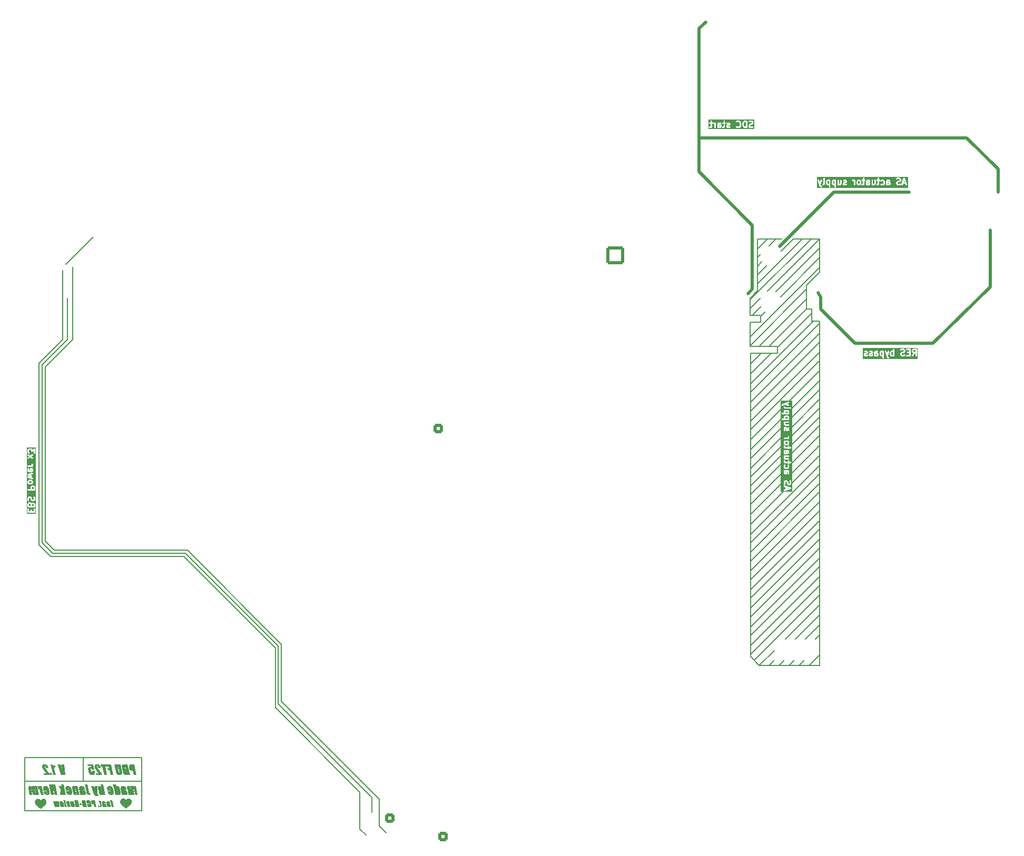
<source format=gbr>
%TF.GenerationSoftware,KiCad,Pcbnew,8.0.5*%
%TF.CreationDate,2025-01-18T20:32:25+01:00*%
%TF.ProjectId,FT25_PDU,46543235-5f50-4445-952e-6b696361645f,V1.2*%
%TF.SameCoordinates,Original*%
%TF.FileFunction,Legend,Bot*%
%TF.FilePolarity,Positive*%
%FSLAX46Y46*%
G04 Gerber Fmt 4.6, Leading zero omitted, Abs format (unit mm)*
G04 Created by KiCad (PCBNEW 8.0.5) date 2025-01-18 20:32:25*
%MOMM*%
%LPD*%
G01*
G04 APERTURE LIST*
G04 Aperture macros list*
%AMRoundRect*
0 Rectangle with rounded corners*
0 $1 Rounding radius*
0 $2 $3 $4 $5 $6 $7 $8 $9 X,Y pos of 4 corners*
0 Add a 4 corners polygon primitive as box body*
4,1,4,$2,$3,$4,$5,$6,$7,$8,$9,$2,$3,0*
0 Add four circle primitives for the rounded corners*
1,1,$1+$1,$2,$3*
1,1,$1+$1,$4,$5*
1,1,$1+$1,$6,$7*
1,1,$1+$1,$8,$9*
0 Add four rect primitives between the rounded corners*
20,1,$1+$1,$2,$3,$4,$5,0*
20,1,$1+$1,$4,$5,$6,$7,0*
20,1,$1+$1,$6,$7,$8,$9,0*
20,1,$1+$1,$8,$9,$2,$3,0*%
%AMRotRect*
0 Rectangle, with rotation*
0 The origin of the aperture is its center*
0 $1 length*
0 $2 width*
0 $3 Rotation angle, in degrees counterclockwise*
0 Add horizontal line*
21,1,$1,$2,0,0,$3*%
G04 Aperture macros list end*
%ADD10C,0.150000*%
%ADD11C,0.500000*%
%ADD12C,0.300000*%
%ADD13C,0.250000*%
%ADD14C,0.000000*%
%ADD15R,1.500000X1.500000*%
%ADD16C,1.500000*%
%ADD17C,5.600000*%
%ADD18R,2.400000X2.400000*%
%ADD19C,2.400000*%
%ADD20C,4.300000*%
%ADD21C,1.020000*%
%ADD22RoundRect,0.250001X0.499999X-0.499999X0.499999X0.499999X-0.499999X0.499999X-0.499999X-0.499999X0*%
%ADD23C,3.000000*%
%ADD24R,1.520000X1.520000*%
%ADD25C,1.520000*%
%ADD26C,3.400000*%
%ADD27C,2.250000*%
%ADD28RotRect,1.500000X1.500000X315.000000*%
%ADD29R,1.700000X1.700000*%
%ADD30O,1.700000X1.700000*%
%ADD31C,2.800000*%
%ADD32RoundRect,0.250000X-1.150000X-1.150000X1.150000X-1.150000X1.150000X1.150000X-1.150000X1.150000X0*%
%ADD33RoundRect,0.250001X-0.499999X0.499999X-0.499999X-0.499999X0.499999X-0.499999X0.499999X0.499999X0*%
G04 APERTURE END LIST*
D10*
X235800000Y-129200000D02*
X234700000Y-130300000D01*
X167500000Y-214800000D02*
X167600000Y-214900000D01*
X240000000Y-129200000D02*
X232800000Y-136400000D01*
X242800000Y-132200000D02*
X236500000Y-138500000D01*
X115050000Y-212650000D02*
X133850000Y-212650000D01*
X133850000Y-221200000D01*
X115050000Y-221200000D01*
X115050000Y-212650000D01*
X170700000Y-218900000D02*
X170800000Y-219000000D01*
X231600000Y-146400000D02*
X240700000Y-137300000D01*
X241500000Y-140500000D02*
X241500000Y-141200000D01*
X167600000Y-214900000D02*
X172000000Y-219300000D01*
D11*
X223400000Y-118400000D02*
X232000000Y-127000000D01*
X232000000Y-137300000D02*
X231300000Y-138000000D01*
D10*
X115050000Y-216450000D02*
X133850000Y-216450000D01*
X236200000Y-146500000D02*
X236000000Y-146700000D01*
X236000000Y-148200000D02*
X231700000Y-152500000D01*
X155800000Y-204000000D02*
X167100000Y-215300000D01*
X231700000Y-156900000D02*
X242800000Y-145800000D01*
X238500000Y-129200000D02*
X242800000Y-129200000D01*
X119800000Y-179300000D02*
X141200000Y-179300000D01*
X119200000Y-180300000D02*
X140600000Y-180300000D01*
X242800000Y-197800000D02*
X233100000Y-197800000D01*
D11*
X223400000Y-113000000D02*
X223400000Y-96600000D01*
D10*
X233300000Y-141700000D02*
X234100000Y-140900000D01*
X140600000Y-180300000D02*
X155300000Y-195000000D01*
X232800000Y-130800000D02*
X234400000Y-129200000D01*
X231600000Y-146500000D02*
X231600000Y-142600000D01*
X167100000Y-215300000D02*
X167300000Y-215500000D01*
X234700000Y-146500000D02*
X240700000Y-140500000D01*
X242800000Y-177500000D02*
X231700000Y-188600000D01*
X231700000Y-193000000D02*
X242800000Y-181900000D01*
D11*
X236400000Y-130400000D02*
X245100000Y-121700000D01*
D10*
X242800000Y-192900000D02*
X242100000Y-193600000D01*
D11*
X243000000Y-140500000D02*
X248500000Y-146000000D01*
D10*
X234700000Y-197800000D02*
X235500000Y-197000000D01*
X117300000Y-149200000D02*
X117300000Y-178400000D01*
X242800000Y-168500000D02*
X231700000Y-179600000D01*
X122700000Y-133700000D02*
X122700000Y-145400000D01*
X231700000Y-187000000D02*
X242800000Y-175900000D01*
X242800000Y-162400000D02*
X238200000Y-167000000D01*
X232800000Y-132200000D02*
X233300000Y-131700000D01*
X121100000Y-134200000D02*
X121100000Y-145400000D01*
X231700000Y-161500000D02*
X236600000Y-156600000D01*
X118300000Y-149800000D02*
X118300000Y-177800000D01*
X239500000Y-197800000D02*
X240300000Y-197000000D01*
X124450000Y-212650000D02*
X124450000Y-216450000D01*
X231700000Y-164500000D02*
X236600000Y-159600000D01*
X155300000Y-195000000D02*
X155300000Y-204600000D01*
D11*
X270200000Y-136900000D02*
X270200000Y-127800000D01*
X223400000Y-113000000D02*
X223400000Y-118400000D01*
D10*
X231700000Y-190000000D02*
X242800000Y-178900000D01*
X242800000Y-150400000D02*
X237900000Y-155300000D01*
X231700000Y-170300000D02*
X236700000Y-165300000D01*
D11*
X248500000Y-146000000D02*
X261000000Y-146000000D01*
D10*
X233300000Y-141500000D02*
X231600000Y-141500000D01*
X231700000Y-166100000D02*
X237250000Y-160550000D01*
X231600000Y-140400000D02*
X233300000Y-138700000D01*
X231700000Y-168900000D02*
X236700000Y-163900000D01*
X242800000Y-144400000D02*
X231700000Y-155500000D01*
X231700000Y-173500000D02*
X236700000Y-168500000D01*
X117300000Y-178400000D02*
X119200000Y-180300000D01*
X242800000Y-153400000D02*
X238300000Y-157900000D01*
X122700000Y-145400000D02*
X118300000Y-149800000D01*
D11*
X245100000Y-121700000D02*
X257200000Y-121700000D01*
D10*
X242800000Y-180500000D02*
X231700000Y-191600000D01*
X242800000Y-147400000D02*
X231700000Y-158500000D01*
X240700000Y-140500000D02*
X241500000Y-140500000D01*
X240700000Y-136700000D02*
X240700000Y-140500000D01*
X241500000Y-142400000D02*
X242800000Y-142400000D01*
X242800000Y-188100000D02*
X237300000Y-193600000D01*
X242800000Y-164000000D02*
X238300000Y-168500000D01*
X231700000Y-147600000D02*
X236000000Y-147600000D01*
D11*
X223400000Y-96600000D02*
X223400000Y-95400000D01*
X232000000Y-127000000D02*
X232000000Y-137300000D01*
X271500000Y-118000000D02*
X266400000Y-113000000D01*
D10*
X232800000Y-137500000D02*
X232800000Y-129200000D01*
X232800000Y-133600000D02*
X233500000Y-132900000D01*
X232800000Y-129200000D02*
X236700000Y-129200000D01*
X241400000Y-129200000D02*
X231600000Y-139000000D01*
X231700000Y-175100000D02*
X237000000Y-169800000D01*
D11*
X266400000Y-113000000D02*
X223400000Y-113000000D01*
D10*
X233100000Y-197800000D02*
X235500000Y-195400000D01*
X231600000Y-138800000D02*
X232800000Y-137500000D01*
X242800000Y-152000000D02*
X238300000Y-156500000D01*
X140850000Y-179800000D02*
X155800000Y-194700000D01*
X236000000Y-147600000D02*
X236000000Y-146500000D01*
X231600000Y-142600000D02*
X233300000Y-142600000D01*
X238600000Y-129200000D02*
X236600000Y-131200000D01*
X168900000Y-224100000D02*
X169900000Y-225100000D01*
X155800000Y-194700000D02*
X155800000Y-204000000D01*
X233300000Y-142600000D02*
X233300000Y-141500000D01*
X231700000Y-153900000D02*
X242800000Y-142800000D01*
X232000000Y-141500000D02*
X233400000Y-140100000D01*
X242800000Y-189700000D02*
X238900000Y-193600000D01*
D11*
X243000000Y-138500000D02*
X243000000Y-140500000D01*
D10*
X242800000Y-159200000D02*
X238300000Y-163700000D01*
X231700000Y-171900000D02*
X236800000Y-166800000D01*
X167300000Y-215500000D02*
X170700000Y-218900000D01*
X236300000Y-197800000D02*
X237100000Y-197000000D01*
X241500000Y-141200000D02*
X241500000Y-142400000D01*
X117800000Y-149500000D02*
X117800000Y-178000000D01*
X231600000Y-141500000D02*
X231600000Y-138800000D01*
X121100000Y-145400000D02*
X117300000Y-149200000D01*
X242800000Y-155000000D02*
X238200000Y-159600000D01*
X242800000Y-133800000D02*
X231600000Y-145000000D01*
X231700000Y-196000000D02*
X242800000Y-184900000D01*
X118300000Y-177800000D02*
X119800000Y-179300000D01*
X117800000Y-178000000D02*
X117800000Y-178100000D01*
X236200000Y-146500000D02*
X241500000Y-141200000D01*
X155300000Y-204600000D02*
X168900000Y-218200000D01*
X156300000Y-203600000D02*
X167500000Y-214800000D01*
X168900000Y-218200000D02*
X168900000Y-224100000D01*
X231700000Y-163100000D02*
X236600000Y-158200000D01*
X141200000Y-179300000D02*
X156300000Y-194400000D01*
X242800000Y-129200000D02*
X234400000Y-137600000D01*
X242800000Y-134600000D02*
X240700000Y-136700000D01*
X170800000Y-219000000D02*
X170800000Y-221400000D01*
X242800000Y-165600000D02*
X231700000Y-176700000D01*
X231700000Y-167500000D02*
X236700000Y-162500000D01*
X231700000Y-184000000D02*
X242800000Y-172900000D01*
X233100000Y-197800000D02*
X231700000Y-196400000D01*
D11*
X223400000Y-95400000D02*
X224500000Y-94300000D01*
X242500000Y-137900000D02*
X243000000Y-138500000D01*
D10*
X231700000Y-196400000D02*
X231700000Y-147600000D01*
X121900000Y-139200000D02*
X121900000Y-138700000D01*
X231700000Y-150900000D02*
X235000000Y-147600000D01*
D11*
X261000000Y-146000000D02*
X270200000Y-136900000D01*
D10*
X231700000Y-149300000D02*
X233400000Y-147600000D01*
X232800000Y-135000000D02*
X234300000Y-133500000D01*
X242800000Y-156400000D02*
X238300000Y-160900000D01*
X119500000Y-179800000D02*
X140850000Y-179800000D01*
D11*
X271500000Y-121700000D02*
X271500000Y-118000000D01*
D10*
X231700000Y-159900000D02*
X242800000Y-148800000D01*
X117800000Y-178100000D02*
X119500000Y-179800000D01*
X156300000Y-194400000D02*
X156300000Y-203600000D01*
X121900000Y-145400000D02*
X117800000Y-149500000D01*
X121900000Y-139200000D02*
X121900000Y-145400000D01*
X231700000Y-178100000D02*
X242800000Y-167000000D01*
X242800000Y-174500000D02*
X231700000Y-185600000D01*
X242800000Y-183500000D02*
X231700000Y-194600000D01*
X236000000Y-148200000D02*
X241800000Y-142400000D01*
X237900000Y-197800000D02*
X238700000Y-197000000D01*
X242800000Y-142400000D02*
X242800000Y-197800000D01*
X241100000Y-197800000D02*
X242800000Y-196100000D01*
X242800000Y-157800000D02*
X238300000Y-162300000D01*
X242800000Y-160800000D02*
X238200000Y-165400000D01*
X242800000Y-130700000D02*
X235800000Y-137700000D01*
X231700000Y-147700000D02*
X231800000Y-147600000D01*
X242800000Y-191300000D02*
X240500000Y-193600000D01*
X172000000Y-223600000D02*
X173100000Y-224700000D01*
X242800000Y-186500000D02*
X232300000Y-197000000D01*
X242800000Y-171500000D02*
X231700000Y-182600000D01*
X172000000Y-219300000D02*
X172000000Y-223600000D01*
X236000000Y-146500000D02*
X231600000Y-146500000D01*
X240700000Y-138900000D02*
X233100000Y-146500000D01*
X126000000Y-128900000D02*
X121600000Y-133300000D01*
X231700000Y-181000000D02*
X242800000Y-169900000D01*
X242800000Y-129200000D02*
X242800000Y-134600000D01*
D12*
G36*
X120290683Y-213706793D02*
G01*
X120860746Y-215395000D01*
X121525331Y-215395000D01*
X121422749Y-213706793D01*
X120951604Y-213706793D01*
X120959912Y-213793518D01*
X120968348Y-213878664D01*
X120976913Y-213962229D01*
X120985607Y-214044214D01*
X120994430Y-214124620D01*
X121003382Y-214203446D01*
X121012462Y-214280691D01*
X121021671Y-214356357D01*
X121031009Y-214430443D01*
X121045258Y-214538609D01*
X121059796Y-214643220D01*
X121074624Y-214744276D01*
X121089742Y-214841778D01*
X121099982Y-214904804D01*
X121076330Y-214810702D01*
X121052910Y-214718950D01*
X121029721Y-214629549D01*
X121006765Y-214542498D01*
X120984040Y-214457799D01*
X120961547Y-214375449D01*
X120939287Y-214295451D01*
X120917257Y-214217802D01*
X120895460Y-214142505D01*
X120873895Y-214069558D01*
X120859647Y-214022233D01*
X120763293Y-213706793D01*
X120290683Y-213706793D01*
G37*
G36*
X119216503Y-213706793D02*
G01*
X119567480Y-215395000D01*
X119998691Y-215395000D01*
X119807815Y-214476891D01*
X119792165Y-214399531D01*
X119777865Y-214322377D01*
X119768586Y-214249556D01*
X119768614Y-214247180D01*
X119801587Y-214193691D01*
X119876892Y-214178702D01*
X119954730Y-214175809D01*
X119971580Y-214175739D01*
X120026168Y-214175739D01*
X119984036Y-213972407D01*
X119907729Y-213954072D01*
X119835063Y-213931489D01*
X119766038Y-213904658D01*
X119684876Y-213865147D01*
X119609403Y-213818999D01*
X119539618Y-213766214D01*
X119475522Y-213706793D01*
X119216503Y-213706793D01*
G37*
G36*
X119052738Y-215043290D02*
G01*
X119125645Y-215395000D01*
X119456838Y-215395000D01*
X119383931Y-215043290D01*
X119052738Y-215043290D01*
G37*
G36*
X118078575Y-215137079D02*
G01*
X118132065Y-215395000D01*
X119051639Y-215395000D01*
X119009507Y-215190568D01*
X118943112Y-215105055D01*
X118880123Y-215023729D01*
X118820540Y-214946591D01*
X118764364Y-214873640D01*
X118711593Y-214804877D01*
X118662228Y-214740301D01*
X118616269Y-214679912D01*
X118553718Y-214597181D01*
X118498830Y-214523871D01*
X118451605Y-214459983D01*
X118400560Y-214389455D01*
X118355913Y-214324849D01*
X118312479Y-214256245D01*
X118273444Y-214186470D01*
X118243050Y-214118976D01*
X118228052Y-214068761D01*
X118221393Y-213993576D01*
X118226953Y-213971308D01*
X118278610Y-213941266D01*
X118345712Y-213973929D01*
X118347487Y-213976071D01*
X118378872Y-214044008D01*
X118398412Y-214121151D01*
X118434315Y-214292976D01*
X118822661Y-214292976D01*
X118807274Y-214219337D01*
X118790997Y-214146371D01*
X118770552Y-214069471D01*
X118747557Y-214000983D01*
X118712314Y-213930879D01*
X118669381Y-213871459D01*
X118643509Y-213841981D01*
X118585171Y-213788589D01*
X118519518Y-213746017D01*
X118471684Y-213723646D01*
X118400223Y-213700701D01*
X118322354Y-213687281D01*
X118246004Y-213683346D01*
X118171967Y-213686539D01*
X118092592Y-213698801D01*
X118013044Y-213724729D01*
X117947555Y-213763175D01*
X117896126Y-213814138D01*
X117854154Y-213883816D01*
X117830089Y-213962057D01*
X117823720Y-214037544D01*
X117831061Y-214119587D01*
X117835676Y-214144232D01*
X117855872Y-214219634D01*
X117885318Y-214297097D01*
X117918673Y-214366568D01*
X117959109Y-214437617D01*
X117971963Y-214458206D01*
X118022951Y-214532416D01*
X118069937Y-214595500D01*
X118127319Y-214669471D01*
X118177178Y-214732094D01*
X118232884Y-214800843D01*
X118294437Y-214875715D01*
X118361838Y-214956712D01*
X118410021Y-215014112D01*
X118460802Y-215074235D01*
X118514183Y-215137079D01*
X118078575Y-215137079D01*
G37*
D13*
G36*
X252886716Y-147839619D02*
G01*
X252755511Y-147839619D01*
X252704809Y-147814268D01*
X252685877Y-147795336D01*
X252660526Y-147744634D01*
X252660526Y-147517936D01*
X252685876Y-147467234D01*
X252704809Y-147448302D01*
X252755511Y-147422952D01*
X252886716Y-147422952D01*
X252886716Y-147839619D01*
G37*
G36*
X252013784Y-147724454D02*
G01*
X252029573Y-147756031D01*
X252029573Y-147792252D01*
X252013783Y-147823831D01*
X251982208Y-147839619D01*
X251803383Y-147839619D01*
X251803383Y-147708666D01*
X251982208Y-147708666D01*
X252013784Y-147724454D01*
G37*
G36*
X254553383Y-147839619D02*
G01*
X254422178Y-147839619D01*
X254371476Y-147814268D01*
X254352544Y-147795336D01*
X254327193Y-147744634D01*
X254327193Y-147517936D01*
X254352543Y-147467234D01*
X254371476Y-147448302D01*
X254422178Y-147422952D01*
X254553383Y-147422952D01*
X254553383Y-147839619D01*
G37*
G36*
X258172431Y-147363428D02*
G01*
X257945988Y-147363428D01*
X257895286Y-147338077D01*
X257876353Y-147319145D01*
X257851003Y-147268444D01*
X257851003Y-147184603D01*
X257876353Y-147133901D01*
X257895286Y-147114969D01*
X257945988Y-147089619D01*
X258172431Y-147089619D01*
X258172431Y-147363428D01*
G37*
G36*
X258547431Y-148546970D02*
G01*
X249761716Y-148546970D01*
X249761716Y-147774142D01*
X249886716Y-147774142D01*
X249886716Y-147821761D01*
X249889118Y-147846147D01*
X249890836Y-147850296D01*
X249891155Y-147854776D01*
X249899912Y-147877662D01*
X249947531Y-147972901D01*
X249950098Y-147976979D01*
X249950740Y-147978904D01*
X249952818Y-147981300D01*
X249960585Y-147993638D01*
X249972427Y-148003909D01*
X249982696Y-148015749D01*
X249995029Y-148023513D01*
X249997430Y-148025595D01*
X249999357Y-148026237D01*
X250003433Y-148028803D01*
X250098671Y-148076422D01*
X250121557Y-148085180D01*
X250126037Y-148085498D01*
X250130187Y-148087217D01*
X250154573Y-148089619D01*
X250345049Y-148089619D01*
X250369435Y-148087217D01*
X250373583Y-148085498D01*
X250378065Y-148085180D01*
X250400951Y-148076422D01*
X250496188Y-148028804D01*
X250516926Y-148015749D01*
X250548882Y-147978904D01*
X250564305Y-147932634D01*
X250560847Y-147883984D01*
X250539036Y-147840361D01*
X250502191Y-147808405D01*
X250455920Y-147792982D01*
X250407271Y-147796439D01*
X250384385Y-147805197D01*
X250315541Y-147839619D01*
X250184082Y-147839619D01*
X250152505Y-147823830D01*
X250139565Y-147797951D01*
X250151470Y-147774142D01*
X250696240Y-147774142D01*
X250696240Y-147821761D01*
X250698642Y-147846147D01*
X250700360Y-147850296D01*
X250700679Y-147854776D01*
X250709436Y-147877662D01*
X250757055Y-147972901D01*
X250759622Y-147976979D01*
X250760264Y-147978904D01*
X250762342Y-147981300D01*
X250770109Y-147993638D01*
X250781951Y-148003909D01*
X250792220Y-148015749D01*
X250804553Y-148023513D01*
X250806954Y-148025595D01*
X250808881Y-148026237D01*
X250812957Y-148028803D01*
X250908195Y-148076422D01*
X250931081Y-148085180D01*
X250935561Y-148085498D01*
X250939711Y-148087217D01*
X250964097Y-148089619D01*
X251154573Y-148089619D01*
X251178959Y-148087217D01*
X251183107Y-148085498D01*
X251187589Y-148085180D01*
X251210475Y-148076422D01*
X251305712Y-148028804D01*
X251326450Y-148015749D01*
X251358406Y-147978904D01*
X251373829Y-147932634D01*
X251370371Y-147883984D01*
X251348560Y-147840361D01*
X251311715Y-147808405D01*
X251265444Y-147792982D01*
X251216795Y-147796439D01*
X251193909Y-147805197D01*
X251125065Y-147839619D01*
X250993606Y-147839619D01*
X250962029Y-147823830D01*
X250949089Y-147797951D01*
X250962028Y-147772073D01*
X250993606Y-147756285D01*
X251106954Y-147756285D01*
X251131340Y-147753883D01*
X251135488Y-147752164D01*
X251139970Y-147751846D01*
X251162856Y-147743088D01*
X251258093Y-147695470D01*
X251262171Y-147692902D01*
X251264096Y-147692261D01*
X251266493Y-147690181D01*
X251278831Y-147682415D01*
X251289100Y-147670574D01*
X251300941Y-147660305D01*
X251308707Y-147647968D01*
X251310787Y-147645570D01*
X251311428Y-147643644D01*
X251313995Y-147639568D01*
X251361614Y-147544330D01*
X251370372Y-147521444D01*
X251370690Y-147516963D01*
X251372409Y-147512814D01*
X251374811Y-147488428D01*
X251374811Y-147440809D01*
X251553383Y-147440809D01*
X251553383Y-147964619D01*
X251555785Y-147989005D01*
X251574449Y-148034065D01*
X251608937Y-148068553D01*
X251653997Y-148087217D01*
X251702769Y-148087217D01*
X251723494Y-148078632D01*
X251740605Y-148085180D01*
X251745085Y-148085498D01*
X251749235Y-148087217D01*
X251773621Y-148089619D01*
X252011716Y-148089619D01*
X252036102Y-148087217D01*
X252040250Y-148085498D01*
X252044732Y-148085180D01*
X252067618Y-148076422D01*
X252162855Y-148028804D01*
X252166932Y-148026237D01*
X252168859Y-148025595D01*
X252171258Y-148023513D01*
X252183593Y-148015749D01*
X252193859Y-148003911D01*
X252205704Y-147993639D01*
X252213471Y-147981299D01*
X252215549Y-147978904D01*
X252216190Y-147976980D01*
X252218758Y-147972901D01*
X252266377Y-147877662D01*
X252275134Y-147854777D01*
X252275452Y-147850296D01*
X252277171Y-147846147D01*
X252279573Y-147821761D01*
X252279573Y-147726523D01*
X252277171Y-147702137D01*
X252275452Y-147697987D01*
X252275134Y-147693507D01*
X252266376Y-147670621D01*
X252218757Y-147575383D01*
X252216190Y-147571306D01*
X252215549Y-147569381D01*
X252213469Y-147566982D01*
X252205703Y-147554646D01*
X252193862Y-147544376D01*
X252183593Y-147532536D01*
X252171255Y-147524769D01*
X252168858Y-147522690D01*
X252166933Y-147522048D01*
X252162855Y-147519481D01*
X252100748Y-147488428D01*
X252410526Y-147488428D01*
X252410526Y-147774142D01*
X252412928Y-147798528D01*
X252414646Y-147802676D01*
X252414965Y-147807158D01*
X252423723Y-147830044D01*
X252471341Y-147925281D01*
X252477948Y-147935777D01*
X252479211Y-147938825D01*
X252482028Y-147942258D01*
X252484396Y-147946019D01*
X252486890Y-147948182D01*
X252494756Y-147957767D01*
X252542375Y-148005387D01*
X252551963Y-148013256D01*
X252554125Y-148015749D01*
X252557879Y-148018112D01*
X252561316Y-148020933D01*
X252564369Y-148022197D01*
X252574862Y-148028803D01*
X252670100Y-148076422D01*
X252692986Y-148085180D01*
X252697466Y-148085498D01*
X252701616Y-148087217D01*
X252726002Y-148089619D01*
X252886716Y-148089619D01*
X252886716Y-148297952D01*
X252889118Y-148322338D01*
X252907782Y-148367398D01*
X252942270Y-148401886D01*
X252987330Y-148420550D01*
X253036102Y-148420550D01*
X253081162Y-148401886D01*
X253115650Y-148367398D01*
X253134314Y-148322338D01*
X253136716Y-148297952D01*
X253136716Y-147316221D01*
X253269011Y-147316221D01*
X253274951Y-147339994D01*
X253513046Y-148006661D01*
X253514049Y-148008784D01*
X253514704Y-148011043D01*
X253609942Y-148249138D01*
X253621229Y-148270887D01*
X253621772Y-148271443D01*
X253622069Y-148272160D01*
X253637614Y-148291102D01*
X253685232Y-148338721D01*
X253694820Y-148346590D01*
X253696982Y-148349082D01*
X253700739Y-148351447D01*
X253704174Y-148354266D01*
X253707224Y-148355529D01*
X253717719Y-148362136D01*
X253812957Y-148409755D01*
X253835843Y-148418513D01*
X253884492Y-148421970D01*
X253930763Y-148406547D01*
X253967608Y-148374591D01*
X253989419Y-148330968D01*
X253992877Y-148282318D01*
X253977454Y-148236048D01*
X253945498Y-148199203D01*
X253924760Y-148186148D01*
X253847666Y-148147601D01*
X253832533Y-148132469D01*
X253764391Y-147962114D01*
X253933565Y-147488428D01*
X254077193Y-147488428D01*
X254077193Y-147774142D01*
X254079595Y-147798528D01*
X254081313Y-147802676D01*
X254081632Y-147807158D01*
X254090390Y-147830044D01*
X254138008Y-147925281D01*
X254144615Y-147935777D01*
X254145878Y-147938825D01*
X254148695Y-147942258D01*
X254151063Y-147946019D01*
X254153557Y-147948182D01*
X254161423Y-147957767D01*
X254209042Y-148005387D01*
X254218630Y-148013256D01*
X254220792Y-148015749D01*
X254224546Y-148018112D01*
X254227983Y-148020933D01*
X254231036Y-148022197D01*
X254241529Y-148028803D01*
X254336767Y-148076422D01*
X254359653Y-148085180D01*
X254364133Y-148085498D01*
X254368283Y-148087217D01*
X254392669Y-148089619D01*
X254583145Y-148089619D01*
X254607531Y-148087217D01*
X254611679Y-148085498D01*
X254616161Y-148085180D01*
X254633271Y-148078632D01*
X254653997Y-148087217D01*
X254702769Y-148087217D01*
X254747829Y-148068553D01*
X254782317Y-148034065D01*
X254800981Y-147989005D01*
X254803383Y-147964619D01*
X254803383Y-147678904D01*
X255743860Y-147678904D01*
X255743860Y-147774142D01*
X255746262Y-147798528D01*
X255747980Y-147802676D01*
X255748299Y-147807158D01*
X255757057Y-147830044D01*
X255804675Y-147925281D01*
X255811282Y-147935777D01*
X255812545Y-147938825D01*
X255815362Y-147942258D01*
X255817730Y-147946019D01*
X255820224Y-147948182D01*
X255828090Y-147957767D01*
X255875709Y-148005387D01*
X255885297Y-148013256D01*
X255887459Y-148015749D01*
X255891213Y-148018112D01*
X255894650Y-148020933D01*
X255897703Y-148022197D01*
X255908196Y-148028803D01*
X256003434Y-148076422D01*
X256026320Y-148085180D01*
X256030800Y-148085498D01*
X256034950Y-148087217D01*
X256059336Y-148089619D01*
X256297431Y-148089619D01*
X256309774Y-148088403D01*
X256313065Y-148088637D01*
X256317394Y-148087652D01*
X256321817Y-148087217D01*
X256324868Y-148085953D01*
X256336959Y-148083204D01*
X256479816Y-148035586D01*
X256502191Y-148025595D01*
X256539037Y-147993640D01*
X256560849Y-147950016D01*
X256564306Y-147901366D01*
X256548883Y-147855097D01*
X256516927Y-147818251D01*
X256473303Y-147796439D01*
X256424653Y-147792982D01*
X256400759Y-147798415D01*
X256277148Y-147839619D01*
X256088845Y-147839619D01*
X256038143Y-147814268D01*
X256019211Y-147795336D01*
X255993860Y-147744634D01*
X255993860Y-147708412D01*
X256019210Y-147657710D01*
X256038143Y-147638778D01*
X256102964Y-147606368D01*
X256280129Y-147562077D01*
X256281928Y-147561433D01*
X256282828Y-147561370D01*
X256292974Y-147557487D01*
X256303204Y-147553832D01*
X256303928Y-147553295D01*
X256305714Y-147552612D01*
X256400951Y-147504994D01*
X256411449Y-147498384D01*
X256414496Y-147497123D01*
X256417927Y-147494307D01*
X256421689Y-147491939D01*
X256423852Y-147489444D01*
X256433438Y-147481578D01*
X256481057Y-147433960D01*
X256488926Y-147424371D01*
X256491418Y-147422210D01*
X256493783Y-147418452D01*
X256496602Y-147415018D01*
X256497865Y-147411967D01*
X256504472Y-147401473D01*
X256552091Y-147306235D01*
X256560849Y-147283349D01*
X256561167Y-147278868D01*
X256562886Y-147274719D01*
X256565288Y-147250333D01*
X256565288Y-147155095D01*
X256562886Y-147130709D01*
X256561167Y-147126559D01*
X256560849Y-147122079D01*
X256552091Y-147099193D01*
X256504472Y-147003955D01*
X256497865Y-146993460D01*
X256496602Y-146990410D01*
X256493783Y-146986975D01*
X256491418Y-146983218D01*
X256488926Y-146981056D01*
X256481057Y-146971468D01*
X256449821Y-146940233D01*
X256698643Y-146940233D01*
X256698643Y-146989005D01*
X256717307Y-147034065D01*
X256751795Y-147068553D01*
X256796855Y-147087217D01*
X256821241Y-147089619D01*
X257172431Y-147089619D01*
X257172431Y-147315809D01*
X256964098Y-147315809D01*
X256939712Y-147318211D01*
X256894652Y-147336875D01*
X256860164Y-147371363D01*
X256841500Y-147416423D01*
X256841500Y-147465195D01*
X256860164Y-147510255D01*
X256894652Y-147544743D01*
X256939712Y-147563407D01*
X256964098Y-147565809D01*
X257172431Y-147565809D01*
X257172431Y-147839619D01*
X256821241Y-147839619D01*
X256796855Y-147842021D01*
X256751795Y-147860685D01*
X256717307Y-147895173D01*
X256698643Y-147940233D01*
X256698643Y-147989005D01*
X256717307Y-148034065D01*
X256751795Y-148068553D01*
X256796855Y-148087217D01*
X256821241Y-148089619D01*
X257297431Y-148089619D01*
X257321817Y-148087217D01*
X257366877Y-148068553D01*
X257401365Y-148034065D01*
X257420029Y-147989005D01*
X257422431Y-147964619D01*
X257422431Y-147155095D01*
X257601003Y-147155095D01*
X257601003Y-147297952D01*
X257603405Y-147322338D01*
X257605123Y-147326486D01*
X257605442Y-147330968D01*
X257614200Y-147353854D01*
X257661818Y-147449091D01*
X257668427Y-147459589D01*
X257669689Y-147462636D01*
X257672504Y-147466067D01*
X257674873Y-147469829D01*
X257677367Y-147471992D01*
X257685234Y-147481578D01*
X257732852Y-147529197D01*
X257742440Y-147537066D01*
X257744602Y-147539558D01*
X257748359Y-147541923D01*
X257751794Y-147544742D01*
X257754844Y-147546005D01*
X257765339Y-147552612D01*
X257836810Y-147588347D01*
X257623599Y-147892936D01*
X257611582Y-147914292D01*
X257601032Y-147961909D01*
X257609508Y-148009940D01*
X257635720Y-148051071D01*
X257675676Y-148079040D01*
X257723293Y-148089590D01*
X257771324Y-148081114D01*
X257812455Y-148054902D01*
X257828407Y-148036302D01*
X258124418Y-147613428D01*
X258172431Y-147613428D01*
X258172431Y-147964619D01*
X258174833Y-147989005D01*
X258193497Y-148034065D01*
X258227985Y-148068553D01*
X258273045Y-148087217D01*
X258321817Y-148087217D01*
X258366877Y-148068553D01*
X258401365Y-148034065D01*
X258420029Y-147989005D01*
X258422431Y-147964619D01*
X258422431Y-146964619D01*
X258420029Y-146940233D01*
X258401365Y-146895173D01*
X258366877Y-146860685D01*
X258321817Y-146842021D01*
X258297431Y-146839619D01*
X257916479Y-146839619D01*
X257892093Y-146842021D01*
X257887943Y-146843739D01*
X257883463Y-146844058D01*
X257860577Y-146852816D01*
X257765339Y-146900435D01*
X257754844Y-146907041D01*
X257751794Y-146908305D01*
X257748359Y-146911123D01*
X257744602Y-146913489D01*
X257742440Y-146915980D01*
X257732852Y-146923850D01*
X257685234Y-146971469D01*
X257677367Y-146981054D01*
X257674873Y-146983218D01*
X257672504Y-146986979D01*
X257669689Y-146990411D01*
X257668427Y-146993457D01*
X257661818Y-147003956D01*
X257614200Y-147099193D01*
X257605442Y-147122079D01*
X257605123Y-147126560D01*
X257603405Y-147130709D01*
X257601003Y-147155095D01*
X257422431Y-147155095D01*
X257422431Y-146964619D01*
X257420029Y-146940233D01*
X257401365Y-146895173D01*
X257366877Y-146860685D01*
X257321817Y-146842021D01*
X257297431Y-146839619D01*
X256821241Y-146839619D01*
X256796855Y-146842021D01*
X256751795Y-146860685D01*
X256717307Y-146895173D01*
X256698643Y-146940233D01*
X256449821Y-146940233D01*
X256433438Y-146923850D01*
X256423852Y-146915983D01*
X256421689Y-146913489D01*
X256417927Y-146911120D01*
X256414496Y-146908305D01*
X256411449Y-146907043D01*
X256400951Y-146900434D01*
X256305714Y-146852816D01*
X256282828Y-146844058D01*
X256278346Y-146843739D01*
X256274198Y-146842021D01*
X256249812Y-146839619D01*
X256011717Y-146839619D01*
X255999373Y-146840834D01*
X255996082Y-146840601D01*
X255991752Y-146841585D01*
X255987331Y-146842021D01*
X255984281Y-146843284D01*
X255972188Y-146846034D01*
X255829332Y-146893653D01*
X255806957Y-146903643D01*
X255770111Y-146935598D01*
X255748299Y-146979223D01*
X255744842Y-147027872D01*
X255760265Y-147074141D01*
X255792220Y-147110987D01*
X255835845Y-147132799D01*
X255884494Y-147136256D01*
X255908388Y-147130823D01*
X256032003Y-147089619D01*
X256220304Y-147089619D01*
X256271005Y-147114969D01*
X256289937Y-147133902D01*
X256315288Y-147184603D01*
X256315288Y-147220824D01*
X256289937Y-147271525D01*
X256271005Y-147290458D01*
X256206185Y-147322868D01*
X256029019Y-147367160D01*
X256027219Y-147367803D01*
X256026320Y-147367867D01*
X256016173Y-147371749D01*
X256005944Y-147375405D01*
X256005219Y-147375941D01*
X256003434Y-147376625D01*
X255908196Y-147424244D01*
X255897701Y-147430850D01*
X255894651Y-147432114D01*
X255891216Y-147434932D01*
X255887459Y-147437298D01*
X255885297Y-147439789D01*
X255875709Y-147447659D01*
X255828091Y-147495278D01*
X255820224Y-147504863D01*
X255817730Y-147507027D01*
X255815361Y-147510788D01*
X255812546Y-147514220D01*
X255811284Y-147517266D01*
X255804675Y-147527765D01*
X255757057Y-147623002D01*
X255748299Y-147645888D01*
X255747980Y-147650369D01*
X255746262Y-147654518D01*
X255743860Y-147678904D01*
X254803383Y-147678904D01*
X254803383Y-146964619D01*
X254800981Y-146940233D01*
X254782317Y-146895173D01*
X254747829Y-146860685D01*
X254702769Y-146842021D01*
X254653997Y-146842021D01*
X254608937Y-146860685D01*
X254574449Y-146895173D01*
X254555785Y-146940233D01*
X254553383Y-146964619D01*
X254553383Y-147172952D01*
X254392669Y-147172952D01*
X254368283Y-147175354D01*
X254364133Y-147177072D01*
X254359653Y-147177391D01*
X254336767Y-147186149D01*
X254241529Y-147233768D01*
X254231034Y-147240374D01*
X254227984Y-147241638D01*
X254224549Y-147244456D01*
X254220792Y-147246822D01*
X254218630Y-147249313D01*
X254209042Y-147257183D01*
X254161424Y-147304802D01*
X254153557Y-147314387D01*
X254151063Y-147316551D01*
X254148694Y-147320312D01*
X254145879Y-147323744D01*
X254144617Y-147326790D01*
X254138008Y-147337289D01*
X254090390Y-147432526D01*
X254081632Y-147455412D01*
X254081313Y-147459893D01*
X254079595Y-147464042D01*
X254077193Y-147488428D01*
X253933565Y-147488428D01*
X253986577Y-147339994D01*
X253992516Y-147316221D01*
X253990095Y-147267509D01*
X253969216Y-147223430D01*
X253933058Y-147190698D01*
X253887128Y-147174295D01*
X253838415Y-147176716D01*
X253794337Y-147197595D01*
X253761605Y-147233753D01*
X253751141Y-147255910D01*
X253630764Y-147592966D01*
X253510387Y-147255910D01*
X253499923Y-147233753D01*
X253467191Y-147197595D01*
X253423112Y-147176716D01*
X253374400Y-147174294D01*
X253328470Y-147190698D01*
X253292312Y-147223430D01*
X253271433Y-147267509D01*
X253269011Y-147316221D01*
X253136716Y-147316221D01*
X253136716Y-147297952D01*
X253134314Y-147273566D01*
X253115650Y-147228506D01*
X253081162Y-147194018D01*
X253036102Y-147175354D01*
X252987330Y-147175354D01*
X252966604Y-147183938D01*
X252949494Y-147177391D01*
X252945012Y-147177072D01*
X252940864Y-147175354D01*
X252916478Y-147172952D01*
X252726002Y-147172952D01*
X252701616Y-147175354D01*
X252697466Y-147177072D01*
X252692986Y-147177391D01*
X252670100Y-147186149D01*
X252574862Y-147233768D01*
X252564367Y-147240374D01*
X252561317Y-147241638D01*
X252557882Y-147244456D01*
X252554125Y-147246822D01*
X252551963Y-147249313D01*
X252542375Y-147257183D01*
X252494757Y-147304802D01*
X252486890Y-147314387D01*
X252484396Y-147316551D01*
X252482027Y-147320312D01*
X252479212Y-147323744D01*
X252477950Y-147326790D01*
X252471341Y-147337289D01*
X252423723Y-147432526D01*
X252414965Y-147455412D01*
X252414646Y-147459893D01*
X252412928Y-147464042D01*
X252410526Y-147488428D01*
X252100748Y-147488428D01*
X252067618Y-147471863D01*
X252044732Y-147463105D01*
X252040250Y-147462786D01*
X252036102Y-147461068D01*
X252011716Y-147458666D01*
X251809208Y-147458666D01*
X251819171Y-147438740D01*
X251850749Y-147422952D01*
X251982208Y-147422952D01*
X252051052Y-147457374D01*
X252073938Y-147466132D01*
X252122587Y-147469589D01*
X252168858Y-147454166D01*
X252205703Y-147422210D01*
X252227514Y-147378587D01*
X252230972Y-147329937D01*
X252215549Y-147283667D01*
X252183593Y-147246822D01*
X252162855Y-147233767D01*
X252067618Y-147186149D01*
X252044732Y-147177391D01*
X252040250Y-147177072D01*
X252036102Y-147175354D01*
X252011716Y-147172952D01*
X251821240Y-147172952D01*
X251796854Y-147175354D01*
X251792704Y-147177072D01*
X251788224Y-147177391D01*
X251765338Y-147186149D01*
X251670100Y-147233768D01*
X251666023Y-147236334D01*
X251664098Y-147236976D01*
X251661699Y-147239055D01*
X251649363Y-147246822D01*
X251639093Y-147258662D01*
X251627253Y-147268932D01*
X251619486Y-147281269D01*
X251617407Y-147283667D01*
X251616765Y-147285591D01*
X251614198Y-147289670D01*
X251566580Y-147384907D01*
X251557822Y-147407793D01*
X251557503Y-147412274D01*
X251555785Y-147416423D01*
X251553383Y-147440809D01*
X251374811Y-147440809D01*
X251372409Y-147416423D01*
X251370690Y-147412273D01*
X251370372Y-147407793D01*
X251361614Y-147384907D01*
X251313995Y-147289669D01*
X251311428Y-147285592D01*
X251310787Y-147283667D01*
X251308707Y-147281268D01*
X251300941Y-147268932D01*
X251289100Y-147258662D01*
X251278831Y-147246822D01*
X251266493Y-147239055D01*
X251264096Y-147236976D01*
X251262171Y-147236334D01*
X251258093Y-147233767D01*
X251162856Y-147186149D01*
X251139970Y-147177391D01*
X251135488Y-147177072D01*
X251131340Y-147175354D01*
X251106954Y-147172952D01*
X250964097Y-147172952D01*
X250939711Y-147175354D01*
X250935561Y-147177072D01*
X250931081Y-147177391D01*
X250908195Y-147186149D01*
X250812957Y-147233768D01*
X250792220Y-147246822D01*
X250760264Y-147283667D01*
X250744840Y-147329937D01*
X250748298Y-147378587D01*
X250770110Y-147422210D01*
X250806955Y-147454166D01*
X250853225Y-147469590D01*
X250901875Y-147466132D01*
X250924761Y-147457374D01*
X250993606Y-147422952D01*
X251077446Y-147422952D01*
X251109022Y-147438740D01*
X251121961Y-147464618D01*
X251109022Y-147490496D01*
X251077446Y-147506285D01*
X250964097Y-147506285D01*
X250939711Y-147508687D01*
X250935561Y-147510405D01*
X250931081Y-147510724D01*
X250908195Y-147519482D01*
X250812957Y-147567101D01*
X250808880Y-147569667D01*
X250806955Y-147570309D01*
X250804556Y-147572388D01*
X250792220Y-147580155D01*
X250781950Y-147591995D01*
X250770110Y-147602265D01*
X250762343Y-147614602D01*
X250760264Y-147617000D01*
X250759622Y-147618924D01*
X250757055Y-147623003D01*
X250709437Y-147718240D01*
X250700679Y-147741126D01*
X250700360Y-147745607D01*
X250698642Y-147749756D01*
X250696240Y-147774142D01*
X250151470Y-147774142D01*
X250152504Y-147772073D01*
X250184082Y-147756285D01*
X250297430Y-147756285D01*
X250321816Y-147753883D01*
X250325964Y-147752164D01*
X250330446Y-147751846D01*
X250353332Y-147743088D01*
X250448569Y-147695470D01*
X250452647Y-147692902D01*
X250454572Y-147692261D01*
X250456969Y-147690181D01*
X250469307Y-147682415D01*
X250479576Y-147670574D01*
X250491417Y-147660305D01*
X250499183Y-147647968D01*
X250501263Y-147645570D01*
X250501904Y-147643644D01*
X250504471Y-147639568D01*
X250552090Y-147544330D01*
X250560848Y-147521444D01*
X250561166Y-147516963D01*
X250562885Y-147512814D01*
X250565287Y-147488428D01*
X250565287Y-147440809D01*
X250562885Y-147416423D01*
X250561166Y-147412273D01*
X250560848Y-147407793D01*
X250552090Y-147384907D01*
X250504471Y-147289669D01*
X250501904Y-147285592D01*
X250501263Y-147283667D01*
X250499183Y-147281268D01*
X250491417Y-147268932D01*
X250479576Y-147258662D01*
X250469307Y-147246822D01*
X250456969Y-147239055D01*
X250454572Y-147236976D01*
X250452647Y-147236334D01*
X250448569Y-147233767D01*
X250353332Y-147186149D01*
X250330446Y-147177391D01*
X250325964Y-147177072D01*
X250321816Y-147175354D01*
X250297430Y-147172952D01*
X250154573Y-147172952D01*
X250130187Y-147175354D01*
X250126037Y-147177072D01*
X250121557Y-147177391D01*
X250098671Y-147186149D01*
X250003433Y-147233768D01*
X249982696Y-147246822D01*
X249950740Y-147283667D01*
X249935316Y-147329937D01*
X249938774Y-147378587D01*
X249960586Y-147422210D01*
X249997431Y-147454166D01*
X250043701Y-147469590D01*
X250092351Y-147466132D01*
X250115237Y-147457374D01*
X250184082Y-147422952D01*
X250267922Y-147422952D01*
X250299498Y-147438740D01*
X250312437Y-147464618D01*
X250299498Y-147490496D01*
X250267922Y-147506285D01*
X250154573Y-147506285D01*
X250130187Y-147508687D01*
X250126037Y-147510405D01*
X250121557Y-147510724D01*
X250098671Y-147519482D01*
X250003433Y-147567101D01*
X249999356Y-147569667D01*
X249997431Y-147570309D01*
X249995032Y-147572388D01*
X249982696Y-147580155D01*
X249972426Y-147591995D01*
X249960586Y-147602265D01*
X249952819Y-147614602D01*
X249950740Y-147617000D01*
X249950098Y-147618924D01*
X249947531Y-147623003D01*
X249899913Y-147718240D01*
X249891155Y-147741126D01*
X249890836Y-147745607D01*
X249889118Y-147749756D01*
X249886716Y-147774142D01*
X249761716Y-147774142D01*
X249761716Y-146714619D01*
X258547431Y-146714619D01*
X258547431Y-148546970D01*
G37*
G36*
X115939907Y-171821591D02*
G01*
X115952317Y-171834002D01*
X115984190Y-171929621D01*
X115984190Y-172117669D01*
X115710380Y-172117669D01*
X115710380Y-171891226D01*
X115735731Y-171840523D01*
X115754664Y-171821591D01*
X115805366Y-171796241D01*
X115889206Y-171796241D01*
X115939907Y-171821591D01*
G37*
G36*
X116416097Y-171869210D02*
G01*
X116435029Y-171888143D01*
X116460380Y-171938844D01*
X116460380Y-172117669D01*
X116234190Y-172117669D01*
X116234190Y-171938844D01*
X116259540Y-171888142D01*
X116278473Y-171869210D01*
X116329175Y-171843860D01*
X116365396Y-171843860D01*
X116416097Y-171869210D01*
G37*
G36*
X116416097Y-169107305D02*
G01*
X116435029Y-169126238D01*
X116460380Y-169176939D01*
X116460380Y-169403383D01*
X116186571Y-169403383D01*
X116186571Y-169176939D01*
X116211921Y-169126237D01*
X116230854Y-169107305D01*
X116281556Y-169081955D01*
X116365396Y-169081955D01*
X116416097Y-169107305D01*
G37*
G36*
X116082764Y-168202543D02*
G01*
X116101696Y-168221476D01*
X116127047Y-168272177D01*
X116127047Y-168356017D01*
X116101696Y-168406718D01*
X116082764Y-168425651D01*
X116032063Y-168451002D01*
X115805366Y-168451002D01*
X115754664Y-168425651D01*
X115735731Y-168406719D01*
X115710380Y-168356016D01*
X115710380Y-168272178D01*
X115735731Y-168221475D01*
X115754664Y-168202543D01*
X115805366Y-168177193D01*
X116032063Y-168177193D01*
X116082764Y-168202543D01*
G37*
G36*
X116127047Y-166319796D02*
G01*
X116127047Y-166451255D01*
X116111258Y-166482832D01*
X116079682Y-166498621D01*
X116071190Y-166498621D01*
X116112695Y-166291093D01*
X116127047Y-166319796D01*
G37*
G36*
X116835380Y-173397431D02*
G01*
X115335380Y-173397431D01*
X115335380Y-172671241D01*
X115460380Y-172671241D01*
X115460380Y-173147431D01*
X115462782Y-173171817D01*
X115481446Y-173216877D01*
X115515934Y-173251365D01*
X115560994Y-173270029D01*
X115585380Y-173272431D01*
X116585380Y-173272431D01*
X116609766Y-173270029D01*
X116654826Y-173251365D01*
X116689314Y-173216877D01*
X116707978Y-173171817D01*
X116710380Y-173147431D01*
X116710380Y-172671241D01*
X116707978Y-172646855D01*
X116689314Y-172601795D01*
X116654826Y-172567307D01*
X116609766Y-172548643D01*
X116560994Y-172548643D01*
X116515934Y-172567307D01*
X116481446Y-172601795D01*
X116462782Y-172646855D01*
X116460380Y-172671241D01*
X116460380Y-173022431D01*
X116234190Y-173022431D01*
X116234190Y-172814098D01*
X116231788Y-172789712D01*
X116213124Y-172744652D01*
X116178636Y-172710164D01*
X116133576Y-172691500D01*
X116084804Y-172691500D01*
X116039744Y-172710164D01*
X116005256Y-172744652D01*
X115986592Y-172789712D01*
X115984190Y-172814098D01*
X115984190Y-173022431D01*
X115710380Y-173022431D01*
X115710380Y-172671241D01*
X115707978Y-172646855D01*
X115689314Y-172601795D01*
X115654826Y-172567307D01*
X115609766Y-172548643D01*
X115560994Y-172548643D01*
X115515934Y-172567307D01*
X115481446Y-172601795D01*
X115462782Y-172646855D01*
X115460380Y-172671241D01*
X115335380Y-172671241D01*
X115335380Y-171861717D01*
X115460380Y-171861717D01*
X115460380Y-172242669D01*
X115462782Y-172267055D01*
X115481446Y-172312115D01*
X115515934Y-172346603D01*
X115560994Y-172365267D01*
X115585380Y-172367669D01*
X116585380Y-172367669D01*
X116609766Y-172365267D01*
X116654826Y-172346603D01*
X116689314Y-172312115D01*
X116707978Y-172267055D01*
X116710380Y-172242669D01*
X116710380Y-171909336D01*
X116707978Y-171884950D01*
X116706259Y-171880800D01*
X116705941Y-171876320D01*
X116697183Y-171853434D01*
X116649564Y-171758196D01*
X116642957Y-171747701D01*
X116641694Y-171744651D01*
X116638875Y-171741216D01*
X116636510Y-171737459D01*
X116634018Y-171735297D01*
X116626149Y-171725709D01*
X116578530Y-171678091D01*
X116568944Y-171670224D01*
X116566781Y-171667730D01*
X116563019Y-171665361D01*
X116559588Y-171662546D01*
X116556541Y-171661284D01*
X116546043Y-171654675D01*
X116450806Y-171607057D01*
X116427920Y-171598299D01*
X116423438Y-171597980D01*
X116419290Y-171596262D01*
X116394904Y-171593860D01*
X116299666Y-171593860D01*
X116275280Y-171596262D01*
X116271130Y-171597980D01*
X116266650Y-171598299D01*
X116243764Y-171607057D01*
X116148526Y-171654676D01*
X116138031Y-171661282D01*
X116134981Y-171662546D01*
X116134669Y-171662801D01*
X116102340Y-171630472D01*
X116092754Y-171622605D01*
X116090591Y-171620111D01*
X116086829Y-171617742D01*
X116083398Y-171614927D01*
X116080351Y-171613665D01*
X116069853Y-171607056D01*
X115974616Y-171559438D01*
X115951730Y-171550680D01*
X115947248Y-171550361D01*
X115943100Y-171548643D01*
X115918714Y-171546241D01*
X115775857Y-171546241D01*
X115751471Y-171548643D01*
X115747321Y-171550361D01*
X115742841Y-171550680D01*
X115719955Y-171559438D01*
X115624717Y-171607057D01*
X115614222Y-171613663D01*
X115611172Y-171614927D01*
X115607737Y-171617745D01*
X115603980Y-171620111D01*
X115601818Y-171622602D01*
X115592230Y-171630472D01*
X115544612Y-171678091D01*
X115536746Y-171687675D01*
X115534252Y-171689839D01*
X115531884Y-171693600D01*
X115529067Y-171697033D01*
X115527804Y-171700079D01*
X115521197Y-171710576D01*
X115473577Y-171805814D01*
X115464820Y-171828700D01*
X115464501Y-171833179D01*
X115462782Y-171837331D01*
X115460380Y-171861717D01*
X115335380Y-171861717D01*
X115335380Y-170909336D01*
X115460380Y-170909336D01*
X115460380Y-171147431D01*
X115461595Y-171159774D01*
X115461362Y-171163066D01*
X115462346Y-171167395D01*
X115462782Y-171171817D01*
X115464045Y-171174866D01*
X115466795Y-171186960D01*
X115514415Y-171329817D01*
X115524405Y-171352192D01*
X115556361Y-171389038D01*
X115599985Y-171410850D01*
X115648635Y-171414306D01*
X115694904Y-171398883D01*
X115731750Y-171366927D01*
X115753561Y-171323303D01*
X115757018Y-171274653D01*
X115751585Y-171250759D01*
X115710380Y-171127146D01*
X115710380Y-170938845D01*
X115735731Y-170888142D01*
X115754664Y-170869210D01*
X115805366Y-170843860D01*
X115841587Y-170843860D01*
X115892288Y-170869210D01*
X115911220Y-170888143D01*
X115943630Y-170952964D01*
X115987922Y-171130129D01*
X115988565Y-171131928D01*
X115988629Y-171132828D01*
X115992511Y-171142974D01*
X115996167Y-171153204D01*
X115996703Y-171153928D01*
X115997387Y-171155714D01*
X116045005Y-171250951D01*
X116051614Y-171261449D01*
X116052876Y-171264496D01*
X116055691Y-171267927D01*
X116058060Y-171271689D01*
X116060554Y-171273852D01*
X116068421Y-171283438D01*
X116116039Y-171331057D01*
X116125627Y-171338926D01*
X116127789Y-171341418D01*
X116131546Y-171343783D01*
X116134981Y-171346602D01*
X116138031Y-171347865D01*
X116148526Y-171354472D01*
X116243764Y-171402091D01*
X116266650Y-171410849D01*
X116271130Y-171411167D01*
X116275280Y-171412886D01*
X116299666Y-171415288D01*
X116394904Y-171415288D01*
X116419290Y-171412886D01*
X116423438Y-171411167D01*
X116427920Y-171410849D01*
X116450806Y-171402091D01*
X116546043Y-171354473D01*
X116556541Y-171347863D01*
X116559588Y-171346602D01*
X116563019Y-171343786D01*
X116566781Y-171341418D01*
X116568944Y-171338923D01*
X116578530Y-171331057D01*
X116626149Y-171283439D01*
X116634018Y-171273850D01*
X116636510Y-171271689D01*
X116638875Y-171267931D01*
X116641694Y-171264497D01*
X116642957Y-171261446D01*
X116649564Y-171250952D01*
X116697183Y-171155714D01*
X116705941Y-171132828D01*
X116706259Y-171128347D01*
X116707978Y-171124198D01*
X116710380Y-171099812D01*
X116710380Y-170861717D01*
X116709164Y-170849373D01*
X116709398Y-170846082D01*
X116708413Y-170841752D01*
X116707978Y-170837331D01*
X116706714Y-170834281D01*
X116703965Y-170822188D01*
X116656346Y-170679332D01*
X116646356Y-170656957D01*
X116614401Y-170620111D01*
X116570776Y-170598299D01*
X116522127Y-170594842D01*
X116475858Y-170610265D01*
X116439012Y-170642220D01*
X116417200Y-170685845D01*
X116413743Y-170734494D01*
X116419176Y-170758388D01*
X116460380Y-170882002D01*
X116460380Y-171070303D01*
X116435029Y-171121004D01*
X116416097Y-171139937D01*
X116365396Y-171165288D01*
X116329175Y-171165288D01*
X116278473Y-171139937D01*
X116259540Y-171121005D01*
X116227130Y-171056185D01*
X116182839Y-170879019D01*
X116182195Y-170877219D01*
X116182132Y-170876320D01*
X116178249Y-170866173D01*
X116174594Y-170855944D01*
X116174057Y-170855219D01*
X116173374Y-170853434D01*
X116125755Y-170758196D01*
X116119148Y-170747701D01*
X116117885Y-170744651D01*
X116115066Y-170741216D01*
X116112701Y-170737459D01*
X116110209Y-170735297D01*
X116102340Y-170725709D01*
X116054721Y-170678091D01*
X116045135Y-170670224D01*
X116042972Y-170667730D01*
X116039210Y-170665361D01*
X116035779Y-170662546D01*
X116032732Y-170661284D01*
X116022234Y-170654675D01*
X115926997Y-170607057D01*
X115904111Y-170598299D01*
X115899629Y-170597980D01*
X115895481Y-170596262D01*
X115871095Y-170593860D01*
X115775857Y-170593860D01*
X115751471Y-170596262D01*
X115747321Y-170597980D01*
X115742841Y-170598299D01*
X115719955Y-170607057D01*
X115624717Y-170654676D01*
X115614222Y-170661282D01*
X115611172Y-170662546D01*
X115607737Y-170665364D01*
X115603980Y-170667730D01*
X115601818Y-170670221D01*
X115592230Y-170678091D01*
X115544612Y-170725710D01*
X115536746Y-170735294D01*
X115534252Y-170737458D01*
X115531884Y-170741219D01*
X115529067Y-170744652D01*
X115527804Y-170747698D01*
X115521197Y-170758195D01*
X115473577Y-170853433D01*
X115464820Y-170876319D01*
X115464501Y-170880798D01*
X115462782Y-170884950D01*
X115460380Y-170909336D01*
X115335380Y-170909336D01*
X115335380Y-169503997D01*
X115462782Y-169503997D01*
X115462782Y-169552769D01*
X115481446Y-169597829D01*
X115515934Y-169632317D01*
X115560994Y-169650981D01*
X115585380Y-169653383D01*
X116585380Y-169653383D01*
X116609766Y-169650981D01*
X116654826Y-169632317D01*
X116689314Y-169597829D01*
X116707978Y-169552769D01*
X116710380Y-169528383D01*
X116710380Y-169147431D01*
X116707978Y-169123045D01*
X116706259Y-169118895D01*
X116705941Y-169114415D01*
X116697183Y-169091529D01*
X116649564Y-168996291D01*
X116642957Y-168985796D01*
X116641694Y-168982746D01*
X116638875Y-168979311D01*
X116636510Y-168975554D01*
X116634018Y-168973392D01*
X116626149Y-168963804D01*
X116578530Y-168916186D01*
X116568944Y-168908319D01*
X116566781Y-168905825D01*
X116563019Y-168903456D01*
X116559588Y-168900641D01*
X116556541Y-168899379D01*
X116546043Y-168892770D01*
X116450806Y-168845152D01*
X116427920Y-168836394D01*
X116423438Y-168836075D01*
X116419290Y-168834357D01*
X116394904Y-168831955D01*
X116252047Y-168831955D01*
X116227661Y-168834357D01*
X116223511Y-168836075D01*
X116219031Y-168836394D01*
X116196145Y-168845152D01*
X116100907Y-168892771D01*
X116090412Y-168899377D01*
X116087362Y-168900641D01*
X116083927Y-168903459D01*
X116080170Y-168905825D01*
X116078008Y-168908316D01*
X116068420Y-168916186D01*
X116020802Y-168963805D01*
X116012935Y-168973390D01*
X116010441Y-168975554D01*
X116008072Y-168979315D01*
X116005257Y-168982747D01*
X116003995Y-168985793D01*
X115997386Y-168996292D01*
X115949768Y-169091529D01*
X115941010Y-169114415D01*
X115940691Y-169118896D01*
X115938973Y-169123045D01*
X115936571Y-169147431D01*
X115936571Y-169403383D01*
X115585380Y-169403383D01*
X115560994Y-169405785D01*
X115515934Y-169424449D01*
X115481446Y-169458937D01*
X115462782Y-169503997D01*
X115335380Y-169503997D01*
X115335380Y-168242669D01*
X115460380Y-168242669D01*
X115460380Y-168385526D01*
X115462782Y-168409912D01*
X115464501Y-168414063D01*
X115464820Y-168418543D01*
X115473577Y-168441429D01*
X115521197Y-168536667D01*
X115527804Y-168547163D01*
X115529067Y-168550210D01*
X115531884Y-168553642D01*
X115534252Y-168557404D01*
X115536746Y-168559567D01*
X115544612Y-168569152D01*
X115592230Y-168616771D01*
X115601818Y-168624640D01*
X115603980Y-168627132D01*
X115607737Y-168629497D01*
X115611172Y-168632316D01*
X115614222Y-168633579D01*
X115624717Y-168640186D01*
X115719955Y-168687805D01*
X115742841Y-168696563D01*
X115747321Y-168696881D01*
X115751471Y-168698600D01*
X115775857Y-168701002D01*
X116061571Y-168701002D01*
X116085957Y-168698600D01*
X116090105Y-168696881D01*
X116094587Y-168696563D01*
X116117473Y-168687805D01*
X116212710Y-168640187D01*
X116223208Y-168633577D01*
X116226255Y-168632316D01*
X116229686Y-168629500D01*
X116233448Y-168627132D01*
X116235611Y-168624637D01*
X116245197Y-168616771D01*
X116292816Y-168569153D01*
X116300685Y-168559564D01*
X116303177Y-168557403D01*
X116305542Y-168553645D01*
X116308361Y-168550211D01*
X116309624Y-168547160D01*
X116316231Y-168536666D01*
X116363850Y-168441428D01*
X116372608Y-168418542D01*
X116372926Y-168414061D01*
X116374645Y-168409912D01*
X116377047Y-168385526D01*
X116377047Y-168242669D01*
X116374645Y-168218283D01*
X116372926Y-168214133D01*
X116372608Y-168209653D01*
X116363850Y-168186767D01*
X116316231Y-168091529D01*
X116309624Y-168081034D01*
X116308361Y-168077984D01*
X116305542Y-168074549D01*
X116303177Y-168070792D01*
X116300685Y-168068630D01*
X116292816Y-168059042D01*
X116245197Y-168011424D01*
X116235611Y-168003557D01*
X116233448Y-168001063D01*
X116229686Y-167998694D01*
X116226255Y-167995879D01*
X116223208Y-167994617D01*
X116212710Y-167988008D01*
X116117473Y-167940390D01*
X116094587Y-167931632D01*
X116090105Y-167931313D01*
X116085957Y-167929595D01*
X116061571Y-167927193D01*
X115775857Y-167927193D01*
X115751471Y-167929595D01*
X115747321Y-167931313D01*
X115742841Y-167931632D01*
X115719955Y-167940390D01*
X115624717Y-167988009D01*
X115614222Y-167994615D01*
X115611172Y-167995879D01*
X115607737Y-167998697D01*
X115603980Y-168001063D01*
X115601818Y-168003554D01*
X115592230Y-168011424D01*
X115544612Y-168059043D01*
X115536746Y-168068627D01*
X115534252Y-168070791D01*
X115531884Y-168074552D01*
X115529067Y-168077985D01*
X115527804Y-168081031D01*
X115521197Y-168091528D01*
X115473577Y-168186766D01*
X115464820Y-168209652D01*
X115464501Y-168214131D01*
X115462782Y-168218283D01*
X115460380Y-168242669D01*
X115335380Y-168242669D01*
X115335380Y-167157663D01*
X115460800Y-167157663D01*
X115462990Y-167165331D01*
X115463088Y-167173310D01*
X115469633Y-167188583D01*
X115474198Y-167204559D01*
X115479158Y-167210807D01*
X115482301Y-167218140D01*
X115494191Y-167229744D01*
X115504523Y-167242758D01*
X115511496Y-167246632D01*
X115517206Y-167252204D01*
X115538956Y-167263491D01*
X115724996Y-167337907D01*
X115538956Y-167412323D01*
X115517206Y-167423610D01*
X115511496Y-167429181D01*
X115504523Y-167433056D01*
X115494191Y-167446069D01*
X115482301Y-167457674D01*
X115479158Y-167465006D01*
X115474198Y-167471255D01*
X115469633Y-167487230D01*
X115463088Y-167502504D01*
X115462990Y-167510482D01*
X115460800Y-167518151D01*
X115462696Y-167534656D01*
X115462494Y-167551273D01*
X115465456Y-167558679D01*
X115466367Y-167566604D01*
X115474435Y-167581127D01*
X115480607Y-167596557D01*
X115486178Y-167602266D01*
X115490053Y-167609240D01*
X115503066Y-167619571D01*
X115514671Y-167631462D01*
X115522003Y-167634604D01*
X115528252Y-167639565D01*
X115551040Y-167648574D01*
X116217707Y-167839049D01*
X116241814Y-167843439D01*
X116290268Y-167837872D01*
X116332904Y-167814186D01*
X116363229Y-167775987D01*
X116376627Y-167729091D01*
X116371060Y-167680638D01*
X116347374Y-167638002D01*
X116309175Y-167607677D01*
X116286387Y-167598668D01*
X115971302Y-167508643D01*
X116107995Y-167453967D01*
X116129744Y-167442680D01*
X116130853Y-167441597D01*
X116132280Y-167440986D01*
X116148257Y-167424613D01*
X116164650Y-167408616D01*
X116165262Y-167407187D01*
X116166343Y-167406080D01*
X116174833Y-167384854D01*
X116183863Y-167363786D01*
X116183881Y-167362234D01*
X116184457Y-167360797D01*
X116184178Y-167337907D01*
X116184457Y-167315017D01*
X116183881Y-167313579D01*
X116183863Y-167312028D01*
X116174833Y-167290959D01*
X116166343Y-167269734D01*
X116165262Y-167268626D01*
X116164650Y-167267198D01*
X116148257Y-167251200D01*
X116132280Y-167234828D01*
X116130853Y-167234216D01*
X116129744Y-167233134D01*
X116107995Y-167221847D01*
X115971302Y-167167170D01*
X116286387Y-167077146D01*
X116309175Y-167068137D01*
X116347374Y-167037812D01*
X116371060Y-166995176D01*
X116376627Y-166946723D01*
X116363229Y-166899827D01*
X116332904Y-166861628D01*
X116290268Y-166837942D01*
X116241814Y-166832375D01*
X116217707Y-166836765D01*
X115551040Y-167027240D01*
X115528252Y-167036249D01*
X115522003Y-167041209D01*
X115514671Y-167044352D01*
X115503066Y-167056242D01*
X115490053Y-167066574D01*
X115486178Y-167073547D01*
X115480607Y-167079257D01*
X115474435Y-167094686D01*
X115466367Y-167109210D01*
X115465456Y-167117134D01*
X115462494Y-167124541D01*
X115462696Y-167141157D01*
X115460800Y-167157663D01*
X115335380Y-167157663D01*
X115335380Y-166290288D01*
X115460380Y-166290288D01*
X115460380Y-166480764D01*
X115462782Y-166505150D01*
X115464501Y-166509301D01*
X115464820Y-166513781D01*
X115473577Y-166536667D01*
X115521197Y-166631905D01*
X115523763Y-166635981D01*
X115524405Y-166637906D01*
X115526484Y-166640303D01*
X115534252Y-166652642D01*
X115546092Y-166662910D01*
X115556361Y-166674751D01*
X115568697Y-166682516D01*
X115571097Y-166684598D01*
X115573023Y-166685240D01*
X115577098Y-166687805D01*
X115672336Y-166735424D01*
X115695222Y-166744182D01*
X115699702Y-166744500D01*
X115703852Y-166746219D01*
X115728238Y-166748621D01*
X115918583Y-166748621D01*
X116109190Y-166748621D01*
X116133576Y-166746219D01*
X116137724Y-166744500D01*
X116142206Y-166744182D01*
X116165092Y-166735424D01*
X116260329Y-166687806D01*
X116264407Y-166685238D01*
X116266332Y-166684597D01*
X116268729Y-166682517D01*
X116281067Y-166674751D01*
X116291336Y-166662910D01*
X116303177Y-166652641D01*
X116310943Y-166640304D01*
X116313023Y-166637906D01*
X116313664Y-166635980D01*
X116316231Y-166631904D01*
X116363850Y-166536666D01*
X116372608Y-166513780D01*
X116372926Y-166509299D01*
X116374645Y-166505150D01*
X116377047Y-166480764D01*
X116377047Y-166290288D01*
X116374645Y-166265902D01*
X116372926Y-166261752D01*
X116372608Y-166257272D01*
X116363850Y-166234386D01*
X116316231Y-166139148D01*
X116313664Y-166135071D01*
X116313023Y-166133146D01*
X116310943Y-166130747D01*
X116303177Y-166118411D01*
X116291336Y-166108141D01*
X116281067Y-166096301D01*
X116268729Y-166088534D01*
X116266332Y-166086455D01*
X116264407Y-166085813D01*
X116260329Y-166083246D01*
X116165092Y-166035628D01*
X116142206Y-166026870D01*
X116137724Y-166026551D01*
X116133576Y-166024833D01*
X116109190Y-166022431D01*
X116013952Y-166022431D01*
X115989566Y-166024833D01*
X115978250Y-166029519D01*
X115966238Y-166031896D01*
X115955941Y-166038760D01*
X115944506Y-166043497D01*
X115935844Y-166052158D01*
X115925656Y-166058951D01*
X115918770Y-166069232D01*
X115910018Y-166077985D01*
X115905330Y-166089301D01*
X115898517Y-166099476D01*
X115891379Y-166122917D01*
X115816238Y-166498621D01*
X115757747Y-166498621D01*
X115726168Y-166482832D01*
X115710380Y-166451254D01*
X115710380Y-166319797D01*
X115744803Y-166250952D01*
X115753561Y-166228067D01*
X115757019Y-166179417D01*
X115741596Y-166133147D01*
X115709640Y-166096301D01*
X115666017Y-166074489D01*
X115617367Y-166071031D01*
X115571097Y-166086454D01*
X115534252Y-166118410D01*
X115521197Y-166139147D01*
X115473577Y-166234385D01*
X115464820Y-166257271D01*
X115464501Y-166261750D01*
X115462782Y-166265902D01*
X115460380Y-166290288D01*
X115335380Y-166290288D01*
X115335380Y-165694473D01*
X115462782Y-165694473D01*
X115462782Y-165743245D01*
X115481446Y-165788305D01*
X115515934Y-165822793D01*
X115560994Y-165841457D01*
X115585380Y-165843859D01*
X116252047Y-165843859D01*
X116276433Y-165841457D01*
X116321493Y-165822793D01*
X116355981Y-165788305D01*
X116374645Y-165743245D01*
X116374645Y-165694473D01*
X116355981Y-165649413D01*
X116339517Y-165632949D01*
X116363850Y-165584285D01*
X116372608Y-165561399D01*
X116372926Y-165556918D01*
X116374645Y-165552769D01*
X116377047Y-165528383D01*
X116377047Y-165433145D01*
X116374645Y-165408759D01*
X116355981Y-165363699D01*
X116321493Y-165329211D01*
X116276433Y-165310547D01*
X116227661Y-165310547D01*
X116182601Y-165329211D01*
X116148113Y-165363699D01*
X116129449Y-165408759D01*
X116127047Y-165433145D01*
X116127047Y-165498874D01*
X116101696Y-165549575D01*
X116082764Y-165568508D01*
X116032063Y-165593859D01*
X115585380Y-165593859D01*
X115560994Y-165596261D01*
X115515934Y-165614925D01*
X115481446Y-165649413D01*
X115462782Y-165694473D01*
X115335380Y-165694473D01*
X115335380Y-163899729D01*
X115460750Y-163899729D01*
X115466561Y-163948155D01*
X115490461Y-163990670D01*
X115508152Y-164007625D01*
X115716388Y-164171239D01*
X115508152Y-164334854D01*
X115490461Y-164351809D01*
X115466561Y-164394324D01*
X115460750Y-164442750D01*
X115473913Y-164489712D01*
X115504045Y-164528063D01*
X115546560Y-164551963D01*
X115594986Y-164557774D01*
X115641948Y-164544611D01*
X115662608Y-164531434D01*
X115918713Y-164330208D01*
X116174819Y-164531434D01*
X116195479Y-164544611D01*
X116242441Y-164557774D01*
X116290867Y-164551963D01*
X116333382Y-164528063D01*
X116363514Y-164489712D01*
X116376677Y-164442750D01*
X116370866Y-164394324D01*
X116346966Y-164351809D01*
X116329275Y-164334854D01*
X116121038Y-164171239D01*
X116329275Y-164007625D01*
X116346966Y-163990670D01*
X116370866Y-163948155D01*
X116376677Y-163899729D01*
X116363514Y-163852767D01*
X116333382Y-163814416D01*
X116290867Y-163790516D01*
X116242441Y-163784705D01*
X116195479Y-163797868D01*
X116174819Y-163811045D01*
X115918713Y-164012270D01*
X115662608Y-163811045D01*
X115641948Y-163797868D01*
X115594986Y-163784705D01*
X115546560Y-163790516D01*
X115504045Y-163814416D01*
X115473913Y-163852767D01*
X115460750Y-163899729D01*
X115335380Y-163899729D01*
X115335380Y-163195049D01*
X115460380Y-163195049D01*
X115460380Y-163480763D01*
X115462782Y-163505149D01*
X115464501Y-163509300D01*
X115464820Y-163513780D01*
X115473577Y-163536666D01*
X115521197Y-163631904D01*
X115527804Y-163642400D01*
X115529067Y-163645447D01*
X115531884Y-163648879D01*
X115534252Y-163652641D01*
X115536746Y-163654804D01*
X115544612Y-163664389D01*
X115592230Y-163712008D01*
X115611172Y-163727553D01*
X115656232Y-163746218D01*
X115705005Y-163746218D01*
X115750065Y-163727553D01*
X115784552Y-163693066D01*
X115803217Y-163648006D01*
X115803217Y-163599233D01*
X115784552Y-163554173D01*
X115769007Y-163535231D01*
X115735731Y-163501956D01*
X115710380Y-163451253D01*
X115710380Y-163224558D01*
X115735731Y-163173855D01*
X115754664Y-163154923D01*
X115805366Y-163129573D01*
X115984444Y-163129573D01*
X116035145Y-163154923D01*
X116054077Y-163173856D01*
X116079428Y-163224557D01*
X116079428Y-163337906D01*
X116080698Y-163350799D01*
X116080479Y-163354084D01*
X116081244Y-163356347D01*
X116081830Y-163362292D01*
X116089598Y-163381046D01*
X116096105Y-163400285D01*
X116098880Y-163403457D01*
X116100494Y-163407352D01*
X116114851Y-163421709D01*
X116128222Y-163436990D01*
X116132000Y-163438858D01*
X116134982Y-163441840D01*
X116153741Y-163449610D01*
X116171940Y-163458610D01*
X116176146Y-163458890D01*
X116180042Y-163460504D01*
X116200345Y-163460504D01*
X116220606Y-163461855D01*
X116224600Y-163460504D01*
X116228814Y-163460504D01*
X116247568Y-163452735D01*
X116266807Y-163446229D01*
X116271668Y-163442753D01*
X116273874Y-163441840D01*
X116276200Y-163439513D01*
X116286741Y-163431978D01*
X116460380Y-163280043D01*
X116460380Y-163623620D01*
X116462782Y-163648006D01*
X116481446Y-163693066D01*
X116515934Y-163727554D01*
X116560994Y-163746218D01*
X116609766Y-163746218D01*
X116654826Y-163727554D01*
X116689314Y-163693066D01*
X116707978Y-163648006D01*
X116710380Y-163623620D01*
X116710380Y-163004573D01*
X116709110Y-162991679D01*
X116709329Y-162988395D01*
X116708563Y-162986131D01*
X116707978Y-162980187D01*
X116700209Y-162961432D01*
X116693703Y-162942194D01*
X116690927Y-162939021D01*
X116689314Y-162935127D01*
X116674956Y-162920769D01*
X116661586Y-162905489D01*
X116657807Y-162903620D01*
X116654826Y-162900639D01*
X116636073Y-162892871D01*
X116617868Y-162883868D01*
X116613658Y-162883587D01*
X116609766Y-162881975D01*
X116589469Y-162881975D01*
X116569202Y-162880624D01*
X116565208Y-162881975D01*
X116560994Y-162881975D01*
X116542239Y-162889743D01*
X116523001Y-162896250D01*
X116518139Y-162899725D01*
X116515934Y-162900639D01*
X116513607Y-162902965D01*
X116503067Y-162910501D01*
X116293565Y-163093815D01*
X116268612Y-163043909D01*
X116262005Y-163033414D01*
X116260742Y-163030364D01*
X116257923Y-163026929D01*
X116255558Y-163023172D01*
X116253066Y-163021010D01*
X116245197Y-163011422D01*
X116197578Y-162963804D01*
X116187992Y-162955937D01*
X116185829Y-162953443D01*
X116182067Y-162951074D01*
X116178636Y-162948259D01*
X116175589Y-162946997D01*
X116165091Y-162940388D01*
X116069854Y-162892770D01*
X116046968Y-162884012D01*
X116042486Y-162883693D01*
X116038338Y-162881975D01*
X116013952Y-162879573D01*
X115775857Y-162879573D01*
X115751471Y-162881975D01*
X115747321Y-162883693D01*
X115742841Y-162884012D01*
X115719955Y-162892770D01*
X115624717Y-162940389D01*
X115614222Y-162946995D01*
X115611172Y-162948259D01*
X115607737Y-162951077D01*
X115603980Y-162953443D01*
X115601818Y-162955934D01*
X115592230Y-162963804D01*
X115544612Y-163011423D01*
X115536746Y-163021007D01*
X115534252Y-163023171D01*
X115531884Y-163026932D01*
X115529067Y-163030365D01*
X115527804Y-163033411D01*
X115521197Y-163043908D01*
X115473577Y-163139146D01*
X115464820Y-163162032D01*
X115464501Y-163166511D01*
X115462782Y-163170663D01*
X115460380Y-163195049D01*
X115335380Y-163195049D01*
X115335380Y-162754573D01*
X116835380Y-162754573D01*
X116835380Y-173397431D01*
G37*
G36*
X226809022Y-111024454D02*
G01*
X226824811Y-111056031D01*
X226824811Y-111092252D01*
X226809021Y-111123831D01*
X226777446Y-111139619D01*
X226598621Y-111139619D01*
X226598621Y-111008666D01*
X226777446Y-111008666D01*
X226809022Y-111024454D01*
G37*
G36*
X230920050Y-111139619D02*
G01*
X230827241Y-111139619D01*
X230731622Y-111107746D01*
X230671591Y-111047715D01*
X230639181Y-110982896D01*
X230598622Y-110820658D01*
X230598622Y-110708579D01*
X230639181Y-110546341D01*
X230671592Y-110481520D01*
X230731620Y-110421491D01*
X230827241Y-110389619D01*
X230920050Y-110389619D01*
X230920050Y-111139619D01*
G37*
G36*
X232295050Y-111514619D02*
G01*
X224892689Y-111514619D01*
X224892689Y-110573566D01*
X225017689Y-110573566D01*
X225017689Y-110622338D01*
X225036353Y-110667398D01*
X225070841Y-110701886D01*
X225115901Y-110720550D01*
X225140287Y-110722952D01*
X225253382Y-110722952D01*
X225253382Y-111092252D01*
X225237592Y-111123831D01*
X225206017Y-111139619D01*
X225140287Y-111139619D01*
X225115901Y-111142021D01*
X225070841Y-111160685D01*
X225036353Y-111195173D01*
X225017689Y-111240233D01*
X225017689Y-111289005D01*
X225036353Y-111334065D01*
X225070841Y-111368553D01*
X225115901Y-111387217D01*
X225140287Y-111389619D01*
X225235525Y-111389619D01*
X225259911Y-111387217D01*
X225264059Y-111385498D01*
X225268541Y-111385180D01*
X225291427Y-111376422D01*
X225386664Y-111328804D01*
X225390741Y-111326237D01*
X225392668Y-111325595D01*
X225395067Y-111323513D01*
X225407402Y-111315749D01*
X225417668Y-111303911D01*
X225429513Y-111293639D01*
X225437280Y-111281299D01*
X225439358Y-111278904D01*
X225439999Y-111276980D01*
X225442567Y-111272901D01*
X225490186Y-111177662D01*
X225498943Y-111154777D01*
X225499261Y-111150296D01*
X225500980Y-111146147D01*
X225503382Y-111121761D01*
X225503382Y-110722952D01*
X225521239Y-110722952D01*
X225545625Y-110720550D01*
X225590685Y-110701886D01*
X225616477Y-110676093D01*
X225642270Y-110701886D01*
X225687330Y-110720550D01*
X225711716Y-110722952D01*
X225777446Y-110722952D01*
X225828147Y-110748302D01*
X225847079Y-110767235D01*
X225872430Y-110817936D01*
X225872430Y-111264619D01*
X225874832Y-111289005D01*
X225893496Y-111334065D01*
X225927984Y-111368553D01*
X225973044Y-111387217D01*
X226021816Y-111387217D01*
X226066876Y-111368553D01*
X226101364Y-111334065D01*
X226120028Y-111289005D01*
X226122430Y-111264619D01*
X226122430Y-110740809D01*
X226348621Y-110740809D01*
X226348621Y-111264619D01*
X226351023Y-111289005D01*
X226369687Y-111334065D01*
X226404175Y-111368553D01*
X226449235Y-111387217D01*
X226498007Y-111387217D01*
X226518732Y-111378632D01*
X226535843Y-111385180D01*
X226540323Y-111385498D01*
X226544473Y-111387217D01*
X226568859Y-111389619D01*
X226806954Y-111389619D01*
X226831340Y-111387217D01*
X226835488Y-111385498D01*
X226839970Y-111385180D01*
X226862856Y-111376422D01*
X226958093Y-111328804D01*
X226962170Y-111326237D01*
X226964097Y-111325595D01*
X226966496Y-111323513D01*
X226978831Y-111315749D01*
X226989097Y-111303911D01*
X227000942Y-111293639D01*
X227008709Y-111281299D01*
X227010787Y-111278904D01*
X227011428Y-111276980D01*
X227013996Y-111272901D01*
X227061615Y-111177662D01*
X227070372Y-111154777D01*
X227070690Y-111150296D01*
X227072409Y-111146147D01*
X227074811Y-111121761D01*
X227074811Y-111026523D01*
X227072409Y-111002137D01*
X227070690Y-110997987D01*
X227070372Y-110993507D01*
X227061614Y-110970621D01*
X227013995Y-110875383D01*
X227011428Y-110871306D01*
X227010787Y-110869381D01*
X227008707Y-110866982D01*
X227000941Y-110854646D01*
X226989100Y-110844376D01*
X226978831Y-110832536D01*
X226966493Y-110824769D01*
X226964096Y-110822690D01*
X226962171Y-110822048D01*
X226958093Y-110819481D01*
X226862856Y-110771863D01*
X226839970Y-110763105D01*
X226835488Y-110762786D01*
X226831340Y-110761068D01*
X226806954Y-110758666D01*
X226604446Y-110758666D01*
X226614409Y-110738740D01*
X226645987Y-110722952D01*
X226777446Y-110722952D01*
X226846290Y-110757374D01*
X226869176Y-110766132D01*
X226917825Y-110769589D01*
X226964096Y-110754166D01*
X227000941Y-110722210D01*
X227022752Y-110678587D01*
X227026210Y-110629937D01*
X227010787Y-110583667D01*
X227002026Y-110573566D01*
X227112928Y-110573566D01*
X227112928Y-110622338D01*
X227131592Y-110667398D01*
X227166080Y-110701886D01*
X227211140Y-110720550D01*
X227235526Y-110722952D01*
X227348621Y-110722952D01*
X227348621Y-111092252D01*
X227332831Y-111123831D01*
X227301256Y-111139619D01*
X227235526Y-111139619D01*
X227211140Y-111142021D01*
X227166080Y-111160685D01*
X227131592Y-111195173D01*
X227112928Y-111240233D01*
X227112928Y-111289005D01*
X227131592Y-111334065D01*
X227166080Y-111368553D01*
X227211140Y-111387217D01*
X227235526Y-111389619D01*
X227330764Y-111389619D01*
X227355150Y-111387217D01*
X227359298Y-111385498D01*
X227363780Y-111385180D01*
X227386666Y-111376422D01*
X227481903Y-111328804D01*
X227485980Y-111326237D01*
X227487907Y-111325595D01*
X227490306Y-111323513D01*
X227502641Y-111315749D01*
X227512907Y-111303911D01*
X227524752Y-111293639D01*
X227532519Y-111281299D01*
X227534597Y-111278904D01*
X227535238Y-111276980D01*
X227537806Y-111272901D01*
X227585425Y-111177662D01*
X227594182Y-111154777D01*
X227594500Y-111150296D01*
X227596219Y-111146147D01*
X227598621Y-111121761D01*
X227598621Y-111074142D01*
X227777193Y-111074142D01*
X227777193Y-111121761D01*
X227779595Y-111146147D01*
X227781313Y-111150296D01*
X227781632Y-111154776D01*
X227790389Y-111177662D01*
X227838008Y-111272901D01*
X227840575Y-111276979D01*
X227841217Y-111278904D01*
X227843295Y-111281300D01*
X227851062Y-111293638D01*
X227862904Y-111303909D01*
X227873173Y-111315749D01*
X227885506Y-111323513D01*
X227887907Y-111325595D01*
X227889834Y-111326237D01*
X227893910Y-111328803D01*
X227989148Y-111376422D01*
X228012034Y-111385180D01*
X228016514Y-111385498D01*
X228020664Y-111387217D01*
X228045050Y-111389619D01*
X228235526Y-111389619D01*
X228259912Y-111387217D01*
X228264060Y-111385498D01*
X228268542Y-111385180D01*
X228291428Y-111376422D01*
X228386665Y-111328804D01*
X228407403Y-111315749D01*
X228439359Y-111278904D01*
X228454782Y-111232634D01*
X228451324Y-111183984D01*
X228429513Y-111140361D01*
X228392668Y-111108405D01*
X228346397Y-111092982D01*
X228297748Y-111096439D01*
X228274862Y-111105197D01*
X228206018Y-111139619D01*
X228074559Y-111139619D01*
X228042982Y-111123830D01*
X228030042Y-111097951D01*
X228042981Y-111072073D01*
X228074559Y-111056285D01*
X228187907Y-111056285D01*
X228212293Y-111053883D01*
X228216441Y-111052164D01*
X228220923Y-111051846D01*
X228243809Y-111043088D01*
X228339046Y-110995470D01*
X228343124Y-110992902D01*
X228345049Y-110992261D01*
X228347446Y-110990181D01*
X228359784Y-110982415D01*
X228370053Y-110970574D01*
X228381894Y-110960305D01*
X228389660Y-110947968D01*
X228391740Y-110945570D01*
X228392381Y-110943644D01*
X228394948Y-110939568D01*
X228442567Y-110844330D01*
X228451325Y-110821444D01*
X228451643Y-110816963D01*
X228453362Y-110812814D01*
X228455764Y-110788428D01*
X228455764Y-110740809D01*
X228453362Y-110716423D01*
X228451643Y-110712273D01*
X228451325Y-110707793D01*
X228442567Y-110684907D01*
X228394948Y-110589669D01*
X228392381Y-110585592D01*
X228391740Y-110583667D01*
X228389660Y-110581268D01*
X228381894Y-110568932D01*
X228370053Y-110558662D01*
X228359784Y-110546822D01*
X228347446Y-110539055D01*
X228345049Y-110536976D01*
X228343124Y-110536334D01*
X228339046Y-110533767D01*
X228243809Y-110486149D01*
X228220923Y-110477391D01*
X228216441Y-110477072D01*
X228212293Y-110475354D01*
X228187907Y-110472952D01*
X228045050Y-110472952D01*
X228020664Y-110475354D01*
X228016514Y-110477072D01*
X228012034Y-110477391D01*
X227989148Y-110486149D01*
X227893910Y-110533768D01*
X227873173Y-110546822D01*
X227841217Y-110583667D01*
X227825793Y-110629937D01*
X227829251Y-110678587D01*
X227851063Y-110722210D01*
X227887908Y-110754166D01*
X227934178Y-110769590D01*
X227982828Y-110766132D01*
X228005714Y-110757374D01*
X228074559Y-110722952D01*
X228158399Y-110722952D01*
X228189975Y-110738740D01*
X228202914Y-110764618D01*
X228189975Y-110790496D01*
X228158399Y-110806285D01*
X228045050Y-110806285D01*
X228020664Y-110808687D01*
X228016514Y-110810405D01*
X228012034Y-110810724D01*
X227989148Y-110819482D01*
X227893910Y-110867101D01*
X227889833Y-110869667D01*
X227887908Y-110870309D01*
X227885509Y-110872388D01*
X227873173Y-110880155D01*
X227862903Y-110891995D01*
X227851063Y-110902265D01*
X227843296Y-110914602D01*
X227841217Y-110917000D01*
X227840575Y-110918924D01*
X227838008Y-110923003D01*
X227790390Y-111018240D01*
X227781632Y-111041126D01*
X227781313Y-111045607D01*
X227779595Y-111049756D01*
X227777193Y-111074142D01*
X227598621Y-111074142D01*
X227598621Y-110722952D01*
X227616478Y-110722952D01*
X227640864Y-110720550D01*
X227685924Y-110701886D01*
X227720412Y-110667398D01*
X227739076Y-110622338D01*
X227739076Y-110573566D01*
X227720412Y-110528506D01*
X227685924Y-110494018D01*
X227640864Y-110475354D01*
X227616478Y-110472952D01*
X227598621Y-110472952D01*
X227598621Y-110335470D01*
X229351024Y-110335470D01*
X229351024Y-110384244D01*
X229369689Y-110429303D01*
X229404176Y-110463790D01*
X229449235Y-110482455D01*
X229498009Y-110482455D01*
X229543068Y-110463790D01*
X229562010Y-110448245D01*
X229588764Y-110421491D01*
X229684384Y-110389619D01*
X229739053Y-110389619D01*
X229834670Y-110421491D01*
X229894698Y-110481519D01*
X229927109Y-110546342D01*
X229967669Y-110708579D01*
X229967669Y-110820658D01*
X229927109Y-110982894D01*
X229894699Y-111047715D01*
X229834669Y-111107746D01*
X229739053Y-111139619D01*
X229684384Y-111139619D01*
X229588764Y-111107746D01*
X229562011Y-111080993D01*
X229543069Y-111065447D01*
X229498010Y-111046782D01*
X229449237Y-111046782D01*
X229404177Y-111065446D01*
X229369689Y-111099933D01*
X229351024Y-111144992D01*
X229351024Y-111193765D01*
X229369688Y-111238825D01*
X229385233Y-111257767D01*
X229432852Y-111305387D01*
X229451793Y-111320933D01*
X229455946Y-111322653D01*
X229459338Y-111325595D01*
X229481713Y-111335585D01*
X229624569Y-111383204D01*
X229636662Y-111385953D01*
X229639712Y-111387217D01*
X229644133Y-111387652D01*
X229648463Y-111388637D01*
X229651754Y-111388403D01*
X229664098Y-111389619D01*
X229759336Y-111389619D01*
X229771679Y-111388403D01*
X229774970Y-111388637D01*
X229779299Y-111387652D01*
X229783722Y-111387217D01*
X229786773Y-111385953D01*
X229798864Y-111383204D01*
X229941721Y-111335586D01*
X229964096Y-111325595D01*
X229967488Y-111322652D01*
X229971640Y-111320933D01*
X229990582Y-111305388D01*
X230085820Y-111210149D01*
X230093688Y-111200560D01*
X230096180Y-111198400D01*
X230098544Y-111194643D01*
X230101365Y-111191207D01*
X230102629Y-111188155D01*
X230109234Y-111177663D01*
X230156853Y-111082425D01*
X230157536Y-111080639D01*
X230158073Y-111079915D01*
X230161728Y-111069685D01*
X230165611Y-111059539D01*
X230165674Y-111058639D01*
X230166318Y-111056840D01*
X230213937Y-110866364D01*
X230214562Y-110862134D01*
X230215267Y-110860433D01*
X230216171Y-110851253D01*
X230217521Y-110842124D01*
X230217249Y-110840301D01*
X230217669Y-110836047D01*
X230217669Y-110693190D01*
X230348622Y-110693190D01*
X230348622Y-110836047D01*
X230349041Y-110840301D01*
X230348770Y-110842123D01*
X230350119Y-110851251D01*
X230351024Y-110860433D01*
X230351728Y-110862134D01*
X230352354Y-110866364D01*
X230399973Y-111056840D01*
X230400616Y-111058639D01*
X230400680Y-111059539D01*
X230404562Y-111069685D01*
X230408218Y-111079915D01*
X230408754Y-111080639D01*
X230409438Y-111082425D01*
X230457056Y-111177662D01*
X230463662Y-111188156D01*
X230464926Y-111191207D01*
X230467746Y-111194643D01*
X230470111Y-111198400D01*
X230472602Y-111200560D01*
X230480471Y-111210149D01*
X230575709Y-111305388D01*
X230594651Y-111320933D01*
X230598802Y-111322652D01*
X230602195Y-111325595D01*
X230624570Y-111335585D01*
X230767426Y-111383204D01*
X230779519Y-111385953D01*
X230782569Y-111387217D01*
X230786990Y-111387652D01*
X230791320Y-111388637D01*
X230794611Y-111388403D01*
X230806955Y-111389619D01*
X231045050Y-111389619D01*
X231069436Y-111387217D01*
X231114496Y-111368553D01*
X231148984Y-111334065D01*
X231167648Y-111289005D01*
X231170050Y-111264619D01*
X231170050Y-110978904D01*
X231348622Y-110978904D01*
X231348622Y-111074142D01*
X231351024Y-111098528D01*
X231352742Y-111102676D01*
X231353061Y-111107158D01*
X231361819Y-111130044D01*
X231409437Y-111225281D01*
X231416044Y-111235777D01*
X231417307Y-111238825D01*
X231420124Y-111242258D01*
X231422492Y-111246019D01*
X231424986Y-111248182D01*
X231432852Y-111257767D01*
X231480471Y-111305387D01*
X231490059Y-111313256D01*
X231492221Y-111315749D01*
X231495975Y-111318112D01*
X231499412Y-111320933D01*
X231502465Y-111322197D01*
X231512958Y-111328803D01*
X231608196Y-111376422D01*
X231631082Y-111385180D01*
X231635562Y-111385498D01*
X231639712Y-111387217D01*
X231664098Y-111389619D01*
X231902193Y-111389619D01*
X231914536Y-111388403D01*
X231917827Y-111388637D01*
X231922156Y-111387652D01*
X231926579Y-111387217D01*
X231929630Y-111385953D01*
X231941721Y-111383204D01*
X232084578Y-111335586D01*
X232106953Y-111325595D01*
X232143799Y-111293640D01*
X232165611Y-111250016D01*
X232169068Y-111201366D01*
X232153645Y-111155097D01*
X232121689Y-111118251D01*
X232078065Y-111096439D01*
X232029415Y-111092982D01*
X232005521Y-111098415D01*
X231881910Y-111139619D01*
X231693607Y-111139619D01*
X231642905Y-111114268D01*
X231623973Y-111095336D01*
X231598622Y-111044634D01*
X231598622Y-111008412D01*
X231623972Y-110957710D01*
X231642905Y-110938778D01*
X231707726Y-110906368D01*
X231884891Y-110862077D01*
X231886690Y-110861433D01*
X231887590Y-110861370D01*
X231897736Y-110857487D01*
X231907966Y-110853832D01*
X231908690Y-110853295D01*
X231910476Y-110852612D01*
X232005713Y-110804994D01*
X232016211Y-110798384D01*
X232019258Y-110797123D01*
X232022689Y-110794307D01*
X232026451Y-110791939D01*
X232028614Y-110789444D01*
X232038200Y-110781578D01*
X232085819Y-110733960D01*
X232093688Y-110724371D01*
X232096180Y-110722210D01*
X232098545Y-110718452D01*
X232101364Y-110715018D01*
X232102627Y-110711967D01*
X232109234Y-110701473D01*
X232156853Y-110606235D01*
X232165611Y-110583349D01*
X232165929Y-110578868D01*
X232167648Y-110574719D01*
X232170050Y-110550333D01*
X232170050Y-110455095D01*
X232167648Y-110430709D01*
X232165929Y-110426559D01*
X232165611Y-110422079D01*
X232156853Y-110399193D01*
X232109234Y-110303955D01*
X232102627Y-110293460D01*
X232101364Y-110290410D01*
X232098545Y-110286975D01*
X232096180Y-110283218D01*
X232093688Y-110281056D01*
X232085819Y-110271468D01*
X232038200Y-110223850D01*
X232028614Y-110215983D01*
X232026451Y-110213489D01*
X232022689Y-110211120D01*
X232019258Y-110208305D01*
X232016211Y-110207043D01*
X232005713Y-110200434D01*
X231910476Y-110152816D01*
X231887590Y-110144058D01*
X231883108Y-110143739D01*
X231878960Y-110142021D01*
X231854574Y-110139619D01*
X231616479Y-110139619D01*
X231604135Y-110140834D01*
X231600844Y-110140601D01*
X231596514Y-110141585D01*
X231592093Y-110142021D01*
X231589043Y-110143284D01*
X231576950Y-110146034D01*
X231434094Y-110193653D01*
X231411719Y-110203643D01*
X231374873Y-110235598D01*
X231353061Y-110279223D01*
X231349604Y-110327872D01*
X231365027Y-110374141D01*
X231396982Y-110410987D01*
X231440607Y-110432799D01*
X231489256Y-110436256D01*
X231513150Y-110430823D01*
X231636765Y-110389619D01*
X231825066Y-110389619D01*
X231875767Y-110414969D01*
X231894699Y-110433902D01*
X231920050Y-110484603D01*
X231920050Y-110520824D01*
X231894699Y-110571525D01*
X231875767Y-110590458D01*
X231810947Y-110622868D01*
X231633781Y-110667160D01*
X231631981Y-110667803D01*
X231631082Y-110667867D01*
X231620935Y-110671749D01*
X231610706Y-110675405D01*
X231609981Y-110675941D01*
X231608196Y-110676625D01*
X231512958Y-110724244D01*
X231502463Y-110730850D01*
X231499413Y-110732114D01*
X231495978Y-110734932D01*
X231492221Y-110737298D01*
X231490059Y-110739789D01*
X231480471Y-110747659D01*
X231432853Y-110795278D01*
X231424986Y-110804863D01*
X231422492Y-110807027D01*
X231420123Y-110810788D01*
X231417308Y-110814220D01*
X231416046Y-110817266D01*
X231409437Y-110827765D01*
X231361819Y-110923002D01*
X231353061Y-110945888D01*
X231352742Y-110950369D01*
X231351024Y-110954518D01*
X231348622Y-110978904D01*
X231170050Y-110978904D01*
X231170050Y-110264619D01*
X231167648Y-110240233D01*
X231148984Y-110195173D01*
X231114496Y-110160685D01*
X231069436Y-110142021D01*
X231045050Y-110139619D01*
X230806955Y-110139619D01*
X230794611Y-110140834D01*
X230791320Y-110140601D01*
X230786990Y-110141585D01*
X230782569Y-110142021D01*
X230779519Y-110143284D01*
X230767426Y-110146034D01*
X230624570Y-110193653D01*
X230602195Y-110203643D01*
X230598801Y-110206586D01*
X230594652Y-110208305D01*
X230575710Y-110223850D01*
X230480472Y-110319088D01*
X230472605Y-110328673D01*
X230470111Y-110330837D01*
X230467742Y-110334598D01*
X230464927Y-110338030D01*
X230463665Y-110341076D01*
X230457056Y-110351575D01*
X230409438Y-110446812D01*
X230408754Y-110448597D01*
X230408218Y-110449322D01*
X230404562Y-110459551D01*
X230400680Y-110469698D01*
X230400616Y-110470597D01*
X230399973Y-110472397D01*
X230352354Y-110662873D01*
X230351728Y-110667102D01*
X230351024Y-110668804D01*
X230350119Y-110677985D01*
X230348770Y-110687114D01*
X230349041Y-110688935D01*
X230348622Y-110693190D01*
X230217669Y-110693190D01*
X230217249Y-110688935D01*
X230217521Y-110687113D01*
X230216171Y-110677983D01*
X230215267Y-110668804D01*
X230214562Y-110667102D01*
X230213937Y-110662873D01*
X230166318Y-110472397D01*
X230165674Y-110470597D01*
X230165611Y-110469698D01*
X230161728Y-110459551D01*
X230158073Y-110449322D01*
X230157536Y-110448597D01*
X230156853Y-110446812D01*
X230109234Y-110351574D01*
X230102626Y-110341077D01*
X230101364Y-110338030D01*
X230098547Y-110334598D01*
X230096180Y-110330837D01*
X230093685Y-110328673D01*
X230085819Y-110319088D01*
X229990581Y-110223850D01*
X229971639Y-110208305D01*
X229967489Y-110206586D01*
X229964096Y-110203643D01*
X229941721Y-110193652D01*
X229798864Y-110146034D01*
X229786773Y-110143284D01*
X229783722Y-110142021D01*
X229779299Y-110141585D01*
X229774970Y-110140601D01*
X229771679Y-110140834D01*
X229759336Y-110139619D01*
X229664098Y-110139619D01*
X229651754Y-110140834D01*
X229648463Y-110140601D01*
X229644133Y-110141585D01*
X229639712Y-110142021D01*
X229636662Y-110143284D01*
X229624569Y-110146034D01*
X229481713Y-110193653D01*
X229459338Y-110203643D01*
X229455945Y-110206585D01*
X229451794Y-110208305D01*
X229432852Y-110223850D01*
X229385234Y-110271469D01*
X229369689Y-110290411D01*
X229351024Y-110335470D01*
X227598621Y-110335470D01*
X227598621Y-110264619D01*
X227596219Y-110240233D01*
X227577555Y-110195173D01*
X227543067Y-110160685D01*
X227498007Y-110142021D01*
X227449235Y-110142021D01*
X227404175Y-110160685D01*
X227369687Y-110195173D01*
X227351023Y-110240233D01*
X227348621Y-110264619D01*
X227348621Y-110472952D01*
X227235526Y-110472952D01*
X227211140Y-110475354D01*
X227166080Y-110494018D01*
X227131592Y-110528506D01*
X227112928Y-110573566D01*
X227002026Y-110573566D01*
X226978831Y-110546822D01*
X226958093Y-110533767D01*
X226862856Y-110486149D01*
X226839970Y-110477391D01*
X226835488Y-110477072D01*
X226831340Y-110475354D01*
X226806954Y-110472952D01*
X226616478Y-110472952D01*
X226592092Y-110475354D01*
X226587942Y-110477072D01*
X226583462Y-110477391D01*
X226560576Y-110486149D01*
X226465338Y-110533768D01*
X226461261Y-110536334D01*
X226459336Y-110536976D01*
X226456937Y-110539055D01*
X226444601Y-110546822D01*
X226434331Y-110558662D01*
X226422491Y-110568932D01*
X226414724Y-110581269D01*
X226412645Y-110583667D01*
X226412003Y-110585591D01*
X226409436Y-110589670D01*
X226361818Y-110684907D01*
X226353060Y-110707793D01*
X226352741Y-110712274D01*
X226351023Y-110716423D01*
X226348621Y-110740809D01*
X226122430Y-110740809D01*
X226122430Y-110597952D01*
X226120028Y-110573566D01*
X226101364Y-110528506D01*
X226066876Y-110494018D01*
X226021816Y-110475354D01*
X225973044Y-110475354D01*
X225927984Y-110494018D01*
X225911520Y-110510481D01*
X225862856Y-110486149D01*
X225839970Y-110477391D01*
X225835488Y-110477072D01*
X225831340Y-110475354D01*
X225806954Y-110472952D01*
X225711716Y-110472952D01*
X225687330Y-110475354D01*
X225642270Y-110494018D01*
X225616477Y-110519810D01*
X225590685Y-110494018D01*
X225545625Y-110475354D01*
X225521239Y-110472952D01*
X225503382Y-110472952D01*
X225503382Y-110264619D01*
X225500980Y-110240233D01*
X225482316Y-110195173D01*
X225447828Y-110160685D01*
X225402768Y-110142021D01*
X225353996Y-110142021D01*
X225308936Y-110160685D01*
X225274448Y-110195173D01*
X225255784Y-110240233D01*
X225253382Y-110264619D01*
X225253382Y-110472952D01*
X225140287Y-110472952D01*
X225115901Y-110475354D01*
X225070841Y-110494018D01*
X225036353Y-110528506D01*
X225017689Y-110573566D01*
X224892689Y-110573566D01*
X224892689Y-110014619D01*
X232295050Y-110014619D01*
X232295050Y-111514619D01*
G37*
D12*
G36*
X132982100Y-215395000D02*
G01*
X132534036Y-215395000D01*
X132392620Y-214715027D01*
X132288206Y-214715027D01*
X132270703Y-214714873D01*
X132196264Y-214710352D01*
X132121846Y-214697987D01*
X132050069Y-214675460D01*
X132020910Y-214662131D01*
X131956148Y-214619522D01*
X131904256Y-214560788D01*
X131892235Y-214540690D01*
X131861774Y-214471782D01*
X131839685Y-214400527D01*
X131822191Y-214325949D01*
X131792149Y-214182334D01*
X131776503Y-214100861D01*
X131770467Y-214059559D01*
X132152779Y-214059559D01*
X132160345Y-214133607D01*
X132188555Y-214269528D01*
X132199467Y-214314296D01*
X132232885Y-214384200D01*
X132239817Y-214390297D01*
X132312386Y-214410212D01*
X132329239Y-214409846D01*
X132246440Y-214011608D01*
X132234177Y-214011795D01*
X132161444Y-214032857D01*
X132152779Y-214059559D01*
X131770467Y-214059559D01*
X131765440Y-214025156D01*
X131761008Y-213950059D01*
X131769303Y-213887448D01*
X131800575Y-213818900D01*
X131802985Y-213815469D01*
X131859720Y-213765242D01*
X131928803Y-213735369D01*
X131959139Y-213727137D01*
X132032154Y-213714858D01*
X132111939Y-213708579D01*
X132194050Y-213706793D01*
X132631123Y-213706793D01*
X132982100Y-215395000D01*
G37*
G36*
X131928436Y-215395000D02*
G01*
X131379256Y-215395000D01*
X131298647Y-215393637D01*
X131222540Y-215388929D01*
X131144783Y-215377780D01*
X131139741Y-215376655D01*
X131068488Y-215353509D01*
X131001535Y-215315865D01*
X130997644Y-215313062D01*
X130942105Y-215259458D01*
X130901517Y-215194232D01*
X130874700Y-215123388D01*
X130853783Y-215049949D01*
X130834504Y-214970551D01*
X130817253Y-214891249D01*
X130696353Y-214308363D01*
X130679330Y-214224635D01*
X130663670Y-214140691D01*
X130651606Y-214064731D01*
X131099720Y-214064731D01*
X131108565Y-214132909D01*
X131122801Y-214205415D01*
X131257990Y-214856078D01*
X131268660Y-214904519D01*
X131288767Y-214982243D01*
X131319172Y-215055746D01*
X131342632Y-215075353D01*
X131416992Y-215090184D01*
X131192777Y-214011608D01*
X131118405Y-214024064D01*
X131099720Y-214064731D01*
X130651606Y-214064731D01*
X130651311Y-214062873D01*
X130643963Y-213987428D01*
X130643829Y-213977087D01*
X130654680Y-213902995D01*
X130686461Y-213835020D01*
X130705472Y-213810458D01*
X130766260Y-213764066D01*
X130836671Y-213736468D01*
X130866060Y-213729513D01*
X130944004Y-213718385D01*
X131019232Y-213712473D01*
X131092902Y-213709140D01*
X131176554Y-213707257D01*
X131250662Y-213706793D01*
X131577459Y-213706793D01*
X131928436Y-215395000D01*
G37*
G36*
X129428366Y-213706793D02*
G01*
X129661008Y-214826036D01*
X129677650Y-214903270D01*
X129695424Y-214978530D01*
X129715775Y-215053090D01*
X129728785Y-215092383D01*
X129763186Y-215161185D01*
X129807631Y-215221497D01*
X129835031Y-215252117D01*
X129892022Y-215303654D01*
X129956199Y-215345925D01*
X130020778Y-215376315D01*
X130090902Y-215398533D01*
X130166178Y-215412522D01*
X130246607Y-215418282D01*
X130263311Y-215418447D01*
X130343530Y-215414448D01*
X130416853Y-215402450D01*
X130490233Y-215379738D01*
X130517201Y-215367889D01*
X130581662Y-215329450D01*
X130638307Y-215274534D01*
X130662648Y-215235631D01*
X130688904Y-215162421D01*
X130696508Y-215086406D01*
X130695254Y-215064173D01*
X130685122Y-214989662D01*
X130672239Y-214915322D01*
X130657401Y-214837064D01*
X130642360Y-214761596D01*
X130628576Y-214694511D01*
X130423045Y-213706793D01*
X129974982Y-213706793D01*
X130235467Y-214959759D01*
X130248974Y-215032065D01*
X130253052Y-215089452D01*
X130223377Y-215113632D01*
X130173551Y-215084323D01*
X130149194Y-215011479D01*
X130131420Y-214933014D01*
X129876430Y-213706793D01*
X129428366Y-213706793D01*
G37*
G36*
X128900069Y-213706793D02*
G01*
X128157449Y-213706793D01*
X128230722Y-214058503D01*
X128525279Y-214058503D01*
X128583897Y-214339870D01*
X128321580Y-214339870D01*
X128394487Y-214691580D01*
X128656803Y-214691580D01*
X128802983Y-215395000D01*
X129251046Y-215395000D01*
X128900069Y-213706793D01*
G37*
G36*
X127186217Y-213706793D02*
G01*
X127259490Y-214058503D01*
X127511549Y-214058503D01*
X127789253Y-215395000D01*
X128237316Y-215395000D01*
X127959612Y-214058503D01*
X128210572Y-214058503D01*
X128137299Y-213706793D01*
X127186217Y-213706793D01*
G37*
G36*
X126505512Y-215137079D02*
G01*
X126559002Y-215395000D01*
X127478576Y-215395000D01*
X127436444Y-215190568D01*
X127370049Y-215105055D01*
X127307060Y-215023729D01*
X127247477Y-214946591D01*
X127191300Y-214873640D01*
X127138530Y-214804877D01*
X127089165Y-214740301D01*
X127043206Y-214679912D01*
X126980655Y-214597181D01*
X126925766Y-214523871D01*
X126878542Y-214459983D01*
X126827497Y-214389455D01*
X126782850Y-214324849D01*
X126739416Y-214256245D01*
X126700381Y-214186470D01*
X126669987Y-214118976D01*
X126654989Y-214068761D01*
X126648330Y-213993576D01*
X126653890Y-213971308D01*
X126705547Y-213941266D01*
X126772648Y-213973929D01*
X126774424Y-213976071D01*
X126805809Y-214044008D01*
X126825348Y-214121151D01*
X126861252Y-214292976D01*
X127249598Y-214292976D01*
X127234211Y-214219337D01*
X127217934Y-214146371D01*
X127197489Y-214069471D01*
X127174493Y-214000983D01*
X127139251Y-213930879D01*
X127096318Y-213871459D01*
X127070446Y-213841981D01*
X127012108Y-213788589D01*
X126946455Y-213746017D01*
X126898621Y-213723646D01*
X126827159Y-213700701D01*
X126749291Y-213687281D01*
X126672941Y-213683346D01*
X126598904Y-213686539D01*
X126519529Y-213698801D01*
X126439980Y-213724729D01*
X126374492Y-213763175D01*
X126323063Y-213814138D01*
X126281091Y-213883816D01*
X126257026Y-213962057D01*
X126250657Y-214037544D01*
X126257997Y-214119587D01*
X126262613Y-214144232D01*
X126282809Y-214219634D01*
X126312255Y-214297097D01*
X126345609Y-214366568D01*
X126386046Y-214437617D01*
X126398900Y-214458206D01*
X126449888Y-214532416D01*
X126496874Y-214595500D01*
X126554256Y-214669471D01*
X126604114Y-214732094D01*
X126659820Y-214800843D01*
X126721374Y-214875715D01*
X126788775Y-214956712D01*
X126836958Y-215014112D01*
X126887739Y-215074235D01*
X126941119Y-215137079D01*
X126505512Y-215137079D01*
G37*
G36*
X125143370Y-213706793D02*
G01*
X125196859Y-213964713D01*
X125701709Y-213964713D01*
X125754832Y-214220069D01*
X125690117Y-214171963D01*
X125621840Y-214143900D01*
X125544058Y-214130270D01*
X125506437Y-214128845D01*
X125425814Y-214135164D01*
X125350823Y-214157382D01*
X125287010Y-214200831D01*
X125262805Y-214229961D01*
X125233941Y-214300952D01*
X125225436Y-214375683D01*
X125227857Y-214453327D01*
X125236723Y-214527615D01*
X125251814Y-214610614D01*
X125301273Y-214849117D01*
X125317339Y-214922562D01*
X125335400Y-214995594D01*
X125357525Y-215070527D01*
X125372714Y-215112166D01*
X125406681Y-215178933D01*
X125452620Y-215241709D01*
X125477861Y-215269337D01*
X125536044Y-215318727D01*
X125604531Y-215358638D01*
X125655914Y-215379979D01*
X125726403Y-215400265D01*
X125803690Y-215413037D01*
X125879061Y-215418109D01*
X125905408Y-215418447D01*
X125982619Y-215414829D01*
X126062256Y-215402110D01*
X126134242Y-215380233D01*
X126177983Y-215360561D01*
X126239664Y-215318837D01*
X126288669Y-215260131D01*
X126317934Y-215188004D01*
X126327687Y-215113995D01*
X126326090Y-215032250D01*
X126316766Y-214948401D01*
X126302886Y-214867378D01*
X126297051Y-214838492D01*
X126276535Y-214738475D01*
X125845690Y-214738475D01*
X125871336Y-214861939D01*
X125886769Y-214939883D01*
X125900522Y-215019024D01*
X125909438Y-215095680D01*
X125872011Y-215159513D01*
X125859612Y-215160526D01*
X125814183Y-215142575D01*
X125788171Y-215102274D01*
X125770680Y-215025600D01*
X125753762Y-214948922D01*
X125742009Y-214895279D01*
X125668736Y-214544668D01*
X125656710Y-214468563D01*
X125658844Y-214417540D01*
X125704640Y-214386765D01*
X125748970Y-214403984D01*
X125778646Y-214441720D01*
X125798771Y-214515243D01*
X125806489Y-214550896D01*
X126233670Y-214550896D01*
X126040230Y-213706793D01*
X125143370Y-213706793D01*
G37*
D13*
G36*
X244281952Y-120339619D02*
G01*
X244150747Y-120339619D01*
X244100045Y-120314268D01*
X244081113Y-120295336D01*
X244055762Y-120244634D01*
X244055762Y-120017936D01*
X244081112Y-119967234D01*
X244100045Y-119948302D01*
X244150747Y-119922952D01*
X244281952Y-119922952D01*
X244281952Y-120339619D01*
G37*
G36*
X245186714Y-120339619D02*
G01*
X245055509Y-120339619D01*
X245004807Y-120314268D01*
X244985875Y-120295336D01*
X244960524Y-120244634D01*
X244960524Y-120017936D01*
X244985874Y-119967234D01*
X245004807Y-119948302D01*
X245055509Y-119922952D01*
X245186714Y-119922952D01*
X245186714Y-120339619D01*
G37*
G36*
X249190051Y-119948302D02*
G01*
X249208983Y-119967235D01*
X249234334Y-120017936D01*
X249234334Y-120244633D01*
X249208982Y-120295336D01*
X249190051Y-120314268D01*
X249139350Y-120339619D01*
X249055510Y-120339619D01*
X249004808Y-120314268D01*
X248985876Y-120295336D01*
X248960525Y-120244634D01*
X248960525Y-120017936D01*
X248985875Y-119967234D01*
X249004808Y-119948302D01*
X249055510Y-119922952D01*
X249139350Y-119922952D01*
X249190051Y-119948302D01*
G37*
G36*
X250694736Y-120224454D02*
G01*
X250710525Y-120256031D01*
X250710525Y-120292252D01*
X250694735Y-120323831D01*
X250663160Y-120339619D01*
X250484335Y-120339619D01*
X250484335Y-120208666D01*
X250663160Y-120208666D01*
X250694736Y-120224454D01*
G37*
G36*
X253932832Y-120224454D02*
G01*
X253948621Y-120256031D01*
X253948621Y-120292252D01*
X253932831Y-120323831D01*
X253901256Y-120339619D01*
X253722431Y-120339619D01*
X253722431Y-120208666D01*
X253901256Y-120208666D01*
X253932832Y-120224454D01*
G37*
G36*
X256471622Y-120053904D02*
G01*
X256342288Y-120053904D01*
X256406954Y-119859903D01*
X256471622Y-120053904D01*
G37*
G36*
X256989306Y-121046970D02*
G01*
X242348770Y-121046970D01*
X242348770Y-119816221D01*
X242473770Y-119816221D01*
X242479710Y-119839994D01*
X242717805Y-120506661D01*
X242718808Y-120508784D01*
X242719463Y-120511043D01*
X242814701Y-120749138D01*
X242825988Y-120770887D01*
X242826531Y-120771443D01*
X242826828Y-120772160D01*
X242842373Y-120791102D01*
X242889991Y-120838721D01*
X242899579Y-120846590D01*
X242901741Y-120849082D01*
X242905498Y-120851447D01*
X242908933Y-120854266D01*
X242911983Y-120855529D01*
X242922478Y-120862136D01*
X243017716Y-120909755D01*
X243040602Y-120918513D01*
X243089251Y-120921970D01*
X243135522Y-120906547D01*
X243172367Y-120874591D01*
X243194178Y-120830968D01*
X243197636Y-120782318D01*
X243182213Y-120736048D01*
X243150257Y-120699203D01*
X243129519Y-120686148D01*
X243052425Y-120647601D01*
X243037292Y-120632469D01*
X242969150Y-120462114D01*
X242973839Y-120448985D01*
X243235314Y-120448985D01*
X243238772Y-120497635D01*
X243260584Y-120541258D01*
X243297429Y-120573214D01*
X243343699Y-120588638D01*
X243392349Y-120585180D01*
X243415235Y-120576422D01*
X243510472Y-120528804D01*
X243514549Y-120526237D01*
X243516476Y-120525595D01*
X243518875Y-120523513D01*
X243531210Y-120515749D01*
X243541476Y-120503911D01*
X243553321Y-120493639D01*
X243561088Y-120481299D01*
X243563166Y-120478904D01*
X243563807Y-120476980D01*
X243566375Y-120472901D01*
X243613994Y-120377662D01*
X243622751Y-120354777D01*
X243623069Y-120350296D01*
X243624788Y-120346147D01*
X243627190Y-120321761D01*
X243627190Y-119988428D01*
X243805762Y-119988428D01*
X243805762Y-120274142D01*
X243808164Y-120298528D01*
X243809882Y-120302676D01*
X243810201Y-120307158D01*
X243818959Y-120330044D01*
X243866577Y-120425281D01*
X243873184Y-120435777D01*
X243874447Y-120438825D01*
X243877264Y-120442258D01*
X243879632Y-120446019D01*
X243882126Y-120448182D01*
X243889992Y-120457767D01*
X243937611Y-120505387D01*
X243947199Y-120513256D01*
X243949361Y-120515749D01*
X243953115Y-120518112D01*
X243956552Y-120520933D01*
X243959605Y-120522197D01*
X243970098Y-120528803D01*
X244065336Y-120576422D01*
X244088222Y-120585180D01*
X244092702Y-120585498D01*
X244096852Y-120587217D01*
X244121238Y-120589619D01*
X244281952Y-120589619D01*
X244281952Y-120797952D01*
X244284354Y-120822338D01*
X244303018Y-120867398D01*
X244337506Y-120901886D01*
X244382566Y-120920550D01*
X244431338Y-120920550D01*
X244476398Y-120901886D01*
X244510886Y-120867398D01*
X244529550Y-120822338D01*
X244531952Y-120797952D01*
X244531952Y-119988428D01*
X244710524Y-119988428D01*
X244710524Y-120274142D01*
X244712926Y-120298528D01*
X244714644Y-120302676D01*
X244714963Y-120307158D01*
X244723721Y-120330044D01*
X244771339Y-120425281D01*
X244777946Y-120435777D01*
X244779209Y-120438825D01*
X244782026Y-120442258D01*
X244784394Y-120446019D01*
X244786888Y-120448182D01*
X244794754Y-120457767D01*
X244842373Y-120505387D01*
X244851961Y-120513256D01*
X244854123Y-120515749D01*
X244857877Y-120518112D01*
X244861314Y-120520933D01*
X244864367Y-120522197D01*
X244874860Y-120528803D01*
X244970098Y-120576422D01*
X244992984Y-120585180D01*
X244997464Y-120585498D01*
X245001614Y-120587217D01*
X245026000Y-120589619D01*
X245186714Y-120589619D01*
X245186714Y-120797952D01*
X245189116Y-120822338D01*
X245207780Y-120867398D01*
X245242268Y-120901886D01*
X245287328Y-120920550D01*
X245336100Y-120920550D01*
X245381160Y-120901886D01*
X245415648Y-120867398D01*
X245434312Y-120822338D01*
X245436714Y-120797952D01*
X245436714Y-119797952D01*
X245662905Y-119797952D01*
X245662905Y-120464619D01*
X245665307Y-120489005D01*
X245683971Y-120534065D01*
X245718459Y-120568553D01*
X245763519Y-120587217D01*
X245812291Y-120587217D01*
X245857351Y-120568553D01*
X245857941Y-120567962D01*
X245874860Y-120576422D01*
X245897746Y-120585180D01*
X245902226Y-120585498D01*
X245906376Y-120587217D01*
X245930762Y-120589619D01*
X246073619Y-120589619D01*
X246098005Y-120587217D01*
X246102153Y-120585498D01*
X246106635Y-120585180D01*
X246129521Y-120576422D01*
X246224758Y-120528804D01*
X246228835Y-120526237D01*
X246230762Y-120525595D01*
X246233161Y-120523513D01*
X246245496Y-120515749D01*
X246255762Y-120503911D01*
X246267607Y-120493639D01*
X246275374Y-120481299D01*
X246277452Y-120478904D01*
X246278093Y-120476980D01*
X246280661Y-120472901D01*
X246328280Y-120377662D01*
X246337037Y-120354777D01*
X246337355Y-120350296D01*
X246339074Y-120346147D01*
X246341476Y-120321761D01*
X246341476Y-120274142D01*
X246520048Y-120274142D01*
X246520048Y-120321761D01*
X246522450Y-120346147D01*
X246524168Y-120350296D01*
X246524487Y-120354776D01*
X246533244Y-120377662D01*
X246580863Y-120472901D01*
X246583430Y-120476979D01*
X246584072Y-120478904D01*
X246586150Y-120481300D01*
X246593917Y-120493638D01*
X246605759Y-120503909D01*
X246616028Y-120515749D01*
X246628361Y-120523513D01*
X246630762Y-120525595D01*
X246632689Y-120526237D01*
X246636765Y-120528803D01*
X246732003Y-120576422D01*
X246754889Y-120585180D01*
X246759369Y-120585498D01*
X246763519Y-120587217D01*
X246787905Y-120589619D01*
X246978381Y-120589619D01*
X247002767Y-120587217D01*
X247006915Y-120585498D01*
X247011397Y-120585180D01*
X247034283Y-120576422D01*
X247129520Y-120528804D01*
X247150258Y-120515749D01*
X247182214Y-120478904D01*
X247197637Y-120432634D01*
X247194179Y-120383984D01*
X247172368Y-120340361D01*
X247135523Y-120308405D01*
X247089252Y-120292982D01*
X247040603Y-120296439D01*
X247017717Y-120305197D01*
X246948873Y-120339619D01*
X246817414Y-120339619D01*
X246785837Y-120323830D01*
X246772897Y-120297951D01*
X246785836Y-120272073D01*
X246817414Y-120256285D01*
X246930762Y-120256285D01*
X246955148Y-120253883D01*
X246959296Y-120252164D01*
X246963778Y-120251846D01*
X246986664Y-120243088D01*
X247081901Y-120195470D01*
X247085979Y-120192902D01*
X247087904Y-120192261D01*
X247090301Y-120190181D01*
X247102639Y-120182415D01*
X247112908Y-120170574D01*
X247124749Y-120160305D01*
X247132515Y-120147968D01*
X247134595Y-120145570D01*
X247135236Y-120143644D01*
X247137803Y-120139568D01*
X247185422Y-120044330D01*
X247194180Y-120021444D01*
X247194498Y-120016963D01*
X247196217Y-120012814D01*
X247198619Y-119988428D01*
X247198619Y-119940809D01*
X247196217Y-119916423D01*
X247194498Y-119912273D01*
X247194180Y-119907793D01*
X247185422Y-119884907D01*
X247137803Y-119789669D01*
X247135236Y-119785592D01*
X247134595Y-119783667D01*
X247132515Y-119781268D01*
X247127666Y-119773566D01*
X247998641Y-119773566D01*
X247998641Y-119822338D01*
X248017305Y-119867398D01*
X248051793Y-119901886D01*
X248096853Y-119920550D01*
X248121239Y-119922952D01*
X248186969Y-119922952D01*
X248237670Y-119948302D01*
X248256602Y-119967235D01*
X248281953Y-120017936D01*
X248281953Y-120464619D01*
X248284355Y-120489005D01*
X248303019Y-120534065D01*
X248337507Y-120568553D01*
X248382567Y-120587217D01*
X248431339Y-120587217D01*
X248476399Y-120568553D01*
X248510887Y-120534065D01*
X248529551Y-120489005D01*
X248531953Y-120464619D01*
X248531953Y-119988428D01*
X248710525Y-119988428D01*
X248710525Y-120274142D01*
X248712927Y-120298528D01*
X248714645Y-120302676D01*
X248714964Y-120307158D01*
X248723722Y-120330044D01*
X248771340Y-120425281D01*
X248777947Y-120435777D01*
X248779210Y-120438825D01*
X248782027Y-120442258D01*
X248784395Y-120446019D01*
X248786889Y-120448182D01*
X248794755Y-120457767D01*
X248842374Y-120505387D01*
X248851962Y-120513256D01*
X248854124Y-120515749D01*
X248857878Y-120518112D01*
X248861315Y-120520933D01*
X248864368Y-120522197D01*
X248874861Y-120528803D01*
X248970099Y-120576422D01*
X248992985Y-120585180D01*
X248997465Y-120585498D01*
X249001615Y-120587217D01*
X249026001Y-120589619D01*
X249168858Y-120589619D01*
X249193244Y-120587217D01*
X249197392Y-120585498D01*
X249201874Y-120585180D01*
X249224760Y-120576422D01*
X249319997Y-120528804D01*
X249330493Y-120522196D01*
X249333543Y-120520933D01*
X249336976Y-120518114D01*
X249340735Y-120515749D01*
X249342897Y-120513255D01*
X249352485Y-120505387D01*
X249400104Y-120457768D01*
X249407971Y-120448180D01*
X249410464Y-120446019D01*
X249412830Y-120442259D01*
X249415649Y-120438825D01*
X249416911Y-120435776D01*
X249423518Y-120425282D01*
X249471137Y-120330044D01*
X249479895Y-120307158D01*
X249480213Y-120302677D01*
X249481932Y-120298528D01*
X249484334Y-120274142D01*
X249484334Y-119988428D01*
X249481932Y-119964042D01*
X249480213Y-119959892D01*
X249479895Y-119955412D01*
X249471137Y-119932526D01*
X249423518Y-119837288D01*
X249416911Y-119826793D01*
X249415648Y-119823743D01*
X249412829Y-119820308D01*
X249410464Y-119816551D01*
X249407972Y-119814389D01*
X249400103Y-119804801D01*
X249368867Y-119773566D01*
X249522451Y-119773566D01*
X249522451Y-119822338D01*
X249541115Y-119867398D01*
X249575603Y-119901886D01*
X249620663Y-119920550D01*
X249645049Y-119922952D01*
X249758144Y-119922952D01*
X249758144Y-120292252D01*
X249742354Y-120323831D01*
X249710779Y-120339619D01*
X249645049Y-120339619D01*
X249620663Y-120342021D01*
X249575603Y-120360685D01*
X249541115Y-120395173D01*
X249522451Y-120440233D01*
X249522451Y-120489005D01*
X249541115Y-120534065D01*
X249575603Y-120568553D01*
X249620663Y-120587217D01*
X249645049Y-120589619D01*
X249740287Y-120589619D01*
X249764673Y-120587217D01*
X249768821Y-120585498D01*
X249773303Y-120585180D01*
X249796189Y-120576422D01*
X249891426Y-120528804D01*
X249895503Y-120526237D01*
X249897430Y-120525595D01*
X249899829Y-120523513D01*
X249912164Y-120515749D01*
X249922430Y-120503911D01*
X249934275Y-120493639D01*
X249942042Y-120481299D01*
X249944120Y-120478904D01*
X249944761Y-120476980D01*
X249947329Y-120472901D01*
X249994948Y-120377662D01*
X250003705Y-120354777D01*
X250004023Y-120350296D01*
X250005742Y-120346147D01*
X250008144Y-120321761D01*
X250008144Y-119940809D01*
X250234335Y-119940809D01*
X250234335Y-120464619D01*
X250236737Y-120489005D01*
X250255401Y-120534065D01*
X250289889Y-120568553D01*
X250334949Y-120587217D01*
X250383721Y-120587217D01*
X250404446Y-120578632D01*
X250421557Y-120585180D01*
X250426037Y-120585498D01*
X250430187Y-120587217D01*
X250454573Y-120589619D01*
X250692668Y-120589619D01*
X250717054Y-120587217D01*
X250721202Y-120585498D01*
X250725684Y-120585180D01*
X250748570Y-120576422D01*
X250843807Y-120528804D01*
X250847884Y-120526237D01*
X250849811Y-120525595D01*
X250852210Y-120523513D01*
X250864545Y-120515749D01*
X250874811Y-120503911D01*
X250886656Y-120493639D01*
X250894423Y-120481299D01*
X250896501Y-120478904D01*
X250897142Y-120476980D01*
X250899710Y-120472901D01*
X250947329Y-120377662D01*
X250956086Y-120354777D01*
X250956404Y-120350296D01*
X250958123Y-120346147D01*
X250960525Y-120321761D01*
X250960525Y-120226523D01*
X250958123Y-120202137D01*
X250956404Y-120197987D01*
X250956086Y-120193507D01*
X250947328Y-120170621D01*
X250899709Y-120075383D01*
X250897142Y-120071306D01*
X250896501Y-120069381D01*
X250894421Y-120066982D01*
X250886655Y-120054646D01*
X250874814Y-120044376D01*
X250864545Y-120032536D01*
X250852207Y-120024769D01*
X250849810Y-120022690D01*
X250847885Y-120022048D01*
X250843807Y-120019481D01*
X250748570Y-119971863D01*
X250725684Y-119963105D01*
X250721202Y-119962786D01*
X250717054Y-119961068D01*
X250692668Y-119958666D01*
X250490160Y-119958666D01*
X250500123Y-119938740D01*
X250531701Y-119922952D01*
X250663160Y-119922952D01*
X250732004Y-119957374D01*
X250754890Y-119966132D01*
X250803539Y-119969589D01*
X250849810Y-119954166D01*
X250886655Y-119922210D01*
X250908466Y-119878587D01*
X250911924Y-119829937D01*
X250901263Y-119797952D01*
X251139097Y-119797952D01*
X251139097Y-120464619D01*
X251141499Y-120489005D01*
X251160163Y-120534065D01*
X251194651Y-120568553D01*
X251239711Y-120587217D01*
X251288483Y-120587217D01*
X251333543Y-120568553D01*
X251334133Y-120567962D01*
X251351052Y-120576422D01*
X251373938Y-120585180D01*
X251378418Y-120585498D01*
X251382568Y-120587217D01*
X251406954Y-120589619D01*
X251549811Y-120589619D01*
X251574197Y-120587217D01*
X251578345Y-120585498D01*
X251582827Y-120585180D01*
X251605713Y-120576422D01*
X251700950Y-120528804D01*
X251705027Y-120526237D01*
X251706954Y-120525595D01*
X251709353Y-120523513D01*
X251721688Y-120515749D01*
X251731954Y-120503911D01*
X251743799Y-120493639D01*
X251751566Y-120481299D01*
X251753644Y-120478904D01*
X251754285Y-120476980D01*
X251756853Y-120472901D01*
X251804472Y-120377662D01*
X251813229Y-120354777D01*
X251813547Y-120350296D01*
X251815266Y-120346147D01*
X251817668Y-120321761D01*
X251817668Y-119797952D01*
X251815266Y-119773566D01*
X251903404Y-119773566D01*
X251903404Y-119822338D01*
X251922068Y-119867398D01*
X251956556Y-119901886D01*
X252001616Y-119920550D01*
X252026002Y-119922952D01*
X252139097Y-119922952D01*
X252139097Y-120292252D01*
X252123307Y-120323831D01*
X252091732Y-120339619D01*
X252026002Y-120339619D01*
X252001616Y-120342021D01*
X251956556Y-120360685D01*
X251922068Y-120395173D01*
X251903404Y-120440233D01*
X251903404Y-120489005D01*
X251922068Y-120534065D01*
X251956556Y-120568553D01*
X252001616Y-120587217D01*
X252026002Y-120589619D01*
X252121240Y-120589619D01*
X252145626Y-120587217D01*
X252149774Y-120585498D01*
X252154256Y-120585180D01*
X252177142Y-120576422D01*
X252272379Y-120528804D01*
X252276456Y-120526237D01*
X252278383Y-120525595D01*
X252280782Y-120523513D01*
X252293117Y-120515749D01*
X252303383Y-120503911D01*
X252315228Y-120493639D01*
X252322995Y-120481299D01*
X252325073Y-120478904D01*
X252325714Y-120476980D01*
X252328282Y-120472901D01*
X252375901Y-120377662D01*
X252384658Y-120354777D01*
X252384976Y-120350296D01*
X252386695Y-120346147D01*
X252389097Y-120321761D01*
X252389097Y-119922952D01*
X252406954Y-119922952D01*
X252431340Y-119920550D01*
X252476400Y-119901886D01*
X252510888Y-119867398D01*
X252526404Y-119829937D01*
X252568650Y-119829937D01*
X252572108Y-119878587D01*
X252593920Y-119922210D01*
X252630765Y-119954166D01*
X252677035Y-119969590D01*
X252725685Y-119966132D01*
X252748571Y-119957374D01*
X252817416Y-119922952D01*
X252948875Y-119922952D01*
X252999576Y-119948302D01*
X253018508Y-119967235D01*
X253043859Y-120017936D01*
X253043859Y-120244633D01*
X253018507Y-120295336D01*
X252999576Y-120314268D01*
X252948875Y-120339619D01*
X252817416Y-120339619D01*
X252748571Y-120305197D01*
X252725685Y-120296439D01*
X252677035Y-120292981D01*
X252630765Y-120308405D01*
X252593920Y-120340361D01*
X252572108Y-120383984D01*
X252568650Y-120432634D01*
X252584074Y-120478904D01*
X252616030Y-120515749D01*
X252636767Y-120528803D01*
X252732005Y-120576422D01*
X252754891Y-120585180D01*
X252759371Y-120585498D01*
X252763521Y-120587217D01*
X252787907Y-120589619D01*
X252978383Y-120589619D01*
X253002769Y-120587217D01*
X253006917Y-120585498D01*
X253011399Y-120585180D01*
X253034285Y-120576422D01*
X253129522Y-120528804D01*
X253140018Y-120522196D01*
X253143068Y-120520933D01*
X253146501Y-120518114D01*
X253150260Y-120515749D01*
X253152422Y-120513255D01*
X253162010Y-120505387D01*
X253209629Y-120457768D01*
X253217496Y-120448180D01*
X253219989Y-120446019D01*
X253222355Y-120442259D01*
X253225174Y-120438825D01*
X253226436Y-120435776D01*
X253233043Y-120425282D01*
X253280662Y-120330044D01*
X253289420Y-120307158D01*
X253289738Y-120302677D01*
X253291457Y-120298528D01*
X253293859Y-120274142D01*
X253293859Y-119988428D01*
X253291457Y-119964042D01*
X253289738Y-119959892D01*
X253289420Y-119955412D01*
X253283832Y-119940809D01*
X253472431Y-119940809D01*
X253472431Y-120464619D01*
X253474833Y-120489005D01*
X253493497Y-120534065D01*
X253527985Y-120568553D01*
X253573045Y-120587217D01*
X253621817Y-120587217D01*
X253642542Y-120578632D01*
X253659653Y-120585180D01*
X253664133Y-120585498D01*
X253668283Y-120587217D01*
X253692669Y-120589619D01*
X253930764Y-120589619D01*
X253955150Y-120587217D01*
X253959298Y-120585498D01*
X253963780Y-120585180D01*
X253986666Y-120576422D01*
X254081903Y-120528804D01*
X254085980Y-120526237D01*
X254087907Y-120525595D01*
X254090306Y-120523513D01*
X254102641Y-120515749D01*
X254112907Y-120503911D01*
X254124752Y-120493639D01*
X254132519Y-120481299D01*
X254134597Y-120478904D01*
X254135238Y-120476980D01*
X254137806Y-120472901D01*
X254185425Y-120377662D01*
X254194182Y-120354777D01*
X254194500Y-120350296D01*
X254196219Y-120346147D01*
X254198621Y-120321761D01*
X254198621Y-120226523D01*
X254196219Y-120202137D01*
X254194500Y-120197987D01*
X254194182Y-120193507D01*
X254188594Y-120178904D01*
X255091479Y-120178904D01*
X255091479Y-120274142D01*
X255093881Y-120298528D01*
X255095599Y-120302676D01*
X255095918Y-120307158D01*
X255104676Y-120330044D01*
X255152294Y-120425281D01*
X255158901Y-120435777D01*
X255160164Y-120438825D01*
X255162981Y-120442258D01*
X255165349Y-120446019D01*
X255167843Y-120448182D01*
X255175709Y-120457767D01*
X255223328Y-120505387D01*
X255232916Y-120513256D01*
X255235078Y-120515749D01*
X255238832Y-120518112D01*
X255242269Y-120520933D01*
X255245322Y-120522197D01*
X255255815Y-120528803D01*
X255351053Y-120576422D01*
X255373939Y-120585180D01*
X255378419Y-120585498D01*
X255382569Y-120587217D01*
X255406955Y-120589619D01*
X255645050Y-120589619D01*
X255657393Y-120588403D01*
X255660684Y-120588637D01*
X255665013Y-120587652D01*
X255669436Y-120587217D01*
X255672487Y-120585953D01*
X255684578Y-120583204D01*
X255827435Y-120535586D01*
X255849810Y-120525595D01*
X255886656Y-120493640D01*
X255908468Y-120450016D01*
X255908541Y-120448985D01*
X255949604Y-120448985D01*
X255953061Y-120497634D01*
X255974873Y-120541259D01*
X256011719Y-120573214D01*
X256057988Y-120588637D01*
X256106637Y-120585180D01*
X256150262Y-120563368D01*
X256182217Y-120526522D01*
X256192207Y-120504147D01*
X256258955Y-120303904D01*
X256554955Y-120303904D01*
X256621702Y-120504147D01*
X256631693Y-120526522D01*
X256663648Y-120563368D01*
X256707272Y-120585180D01*
X256755922Y-120588637D01*
X256802191Y-120573214D01*
X256839037Y-120541258D01*
X256860849Y-120497634D01*
X256864306Y-120448984D01*
X256858873Y-120425090D01*
X256525540Y-119425091D01*
X256515550Y-119402716D01*
X256509698Y-119395968D01*
X256505704Y-119387980D01*
X256493866Y-119377713D01*
X256483595Y-119365870D01*
X256475603Y-119361874D01*
X256468858Y-119356024D01*
X256453990Y-119351068D01*
X256439970Y-119344058D01*
X256431060Y-119343424D01*
X256422589Y-119340601D01*
X256406954Y-119341711D01*
X256391321Y-119340601D01*
X256382849Y-119343424D01*
X256373939Y-119344058D01*
X256359917Y-119351069D01*
X256345052Y-119356024D01*
X256338306Y-119361874D01*
X256330315Y-119365870D01*
X256320046Y-119377710D01*
X256308206Y-119387979D01*
X256304210Y-119395969D01*
X256298360Y-119402716D01*
X256288369Y-119425091D01*
X255955037Y-120425091D01*
X255949604Y-120448985D01*
X255908541Y-120448985D01*
X255911925Y-120401366D01*
X255896502Y-120355097D01*
X255864546Y-120318251D01*
X255820922Y-120296439D01*
X255772272Y-120292982D01*
X255748378Y-120298415D01*
X255624767Y-120339619D01*
X255436464Y-120339619D01*
X255385762Y-120314268D01*
X255366830Y-120295336D01*
X255341479Y-120244634D01*
X255341479Y-120208412D01*
X255366829Y-120157710D01*
X255385762Y-120138778D01*
X255450583Y-120106368D01*
X255627748Y-120062077D01*
X255629547Y-120061433D01*
X255630447Y-120061370D01*
X255640593Y-120057487D01*
X255650823Y-120053832D01*
X255651547Y-120053295D01*
X255653333Y-120052612D01*
X255748570Y-120004994D01*
X255759068Y-119998384D01*
X255762115Y-119997123D01*
X255765546Y-119994307D01*
X255769308Y-119991939D01*
X255771471Y-119989444D01*
X255781057Y-119981578D01*
X255828676Y-119933960D01*
X255836545Y-119924371D01*
X255839037Y-119922210D01*
X255841402Y-119918452D01*
X255844221Y-119915018D01*
X255845484Y-119911967D01*
X255852091Y-119901473D01*
X255899710Y-119806235D01*
X255908468Y-119783349D01*
X255908786Y-119778868D01*
X255910505Y-119774719D01*
X255912907Y-119750333D01*
X255912907Y-119655095D01*
X255910505Y-119630709D01*
X255908786Y-119626559D01*
X255908468Y-119622079D01*
X255899710Y-119599193D01*
X255852091Y-119503955D01*
X255845484Y-119493460D01*
X255844221Y-119490410D01*
X255841402Y-119486975D01*
X255839037Y-119483218D01*
X255836545Y-119481056D01*
X255828676Y-119471468D01*
X255781057Y-119423850D01*
X255771471Y-119415983D01*
X255769308Y-119413489D01*
X255765546Y-119411120D01*
X255762115Y-119408305D01*
X255759068Y-119407043D01*
X255748570Y-119400434D01*
X255653333Y-119352816D01*
X255630447Y-119344058D01*
X255625965Y-119343739D01*
X255621817Y-119342021D01*
X255597431Y-119339619D01*
X255359336Y-119339619D01*
X255346992Y-119340834D01*
X255343701Y-119340601D01*
X255339371Y-119341585D01*
X255334950Y-119342021D01*
X255331900Y-119343284D01*
X255319807Y-119346034D01*
X255176951Y-119393653D01*
X255154576Y-119403643D01*
X255117730Y-119435598D01*
X255095918Y-119479223D01*
X255092461Y-119527872D01*
X255107884Y-119574141D01*
X255139839Y-119610987D01*
X255183464Y-119632799D01*
X255232113Y-119636256D01*
X255256007Y-119630823D01*
X255379622Y-119589619D01*
X255567923Y-119589619D01*
X255618624Y-119614969D01*
X255637556Y-119633902D01*
X255662907Y-119684603D01*
X255662907Y-119720824D01*
X255637556Y-119771525D01*
X255618624Y-119790458D01*
X255553804Y-119822868D01*
X255376638Y-119867160D01*
X255374838Y-119867803D01*
X255373939Y-119867867D01*
X255363792Y-119871749D01*
X255353563Y-119875405D01*
X255352838Y-119875941D01*
X255351053Y-119876625D01*
X255255815Y-119924244D01*
X255245320Y-119930850D01*
X255242270Y-119932114D01*
X255238835Y-119934932D01*
X255235078Y-119937298D01*
X255232916Y-119939789D01*
X255223328Y-119947659D01*
X255175710Y-119995278D01*
X255167843Y-120004863D01*
X255165349Y-120007027D01*
X255162980Y-120010788D01*
X255160165Y-120014220D01*
X255158903Y-120017266D01*
X255152294Y-120027765D01*
X255104676Y-120123002D01*
X255095918Y-120145888D01*
X255095599Y-120150369D01*
X255093881Y-120154518D01*
X255091479Y-120178904D01*
X254188594Y-120178904D01*
X254185424Y-120170621D01*
X254137805Y-120075383D01*
X254135238Y-120071306D01*
X254134597Y-120069381D01*
X254132517Y-120066982D01*
X254124751Y-120054646D01*
X254112910Y-120044376D01*
X254102641Y-120032536D01*
X254090303Y-120024769D01*
X254087906Y-120022690D01*
X254085981Y-120022048D01*
X254081903Y-120019481D01*
X253986666Y-119971863D01*
X253963780Y-119963105D01*
X253959298Y-119962786D01*
X253955150Y-119961068D01*
X253930764Y-119958666D01*
X253728256Y-119958666D01*
X253738219Y-119938740D01*
X253769797Y-119922952D01*
X253901256Y-119922952D01*
X253970100Y-119957374D01*
X253992986Y-119966132D01*
X254041635Y-119969589D01*
X254087906Y-119954166D01*
X254124751Y-119922210D01*
X254146562Y-119878587D01*
X254150020Y-119829937D01*
X254134597Y-119783667D01*
X254102641Y-119746822D01*
X254081903Y-119733767D01*
X253986666Y-119686149D01*
X253963780Y-119677391D01*
X253959298Y-119677072D01*
X253955150Y-119675354D01*
X253930764Y-119672952D01*
X253740288Y-119672952D01*
X253715902Y-119675354D01*
X253711752Y-119677072D01*
X253707272Y-119677391D01*
X253684386Y-119686149D01*
X253589148Y-119733768D01*
X253585071Y-119736334D01*
X253583146Y-119736976D01*
X253580747Y-119739055D01*
X253568411Y-119746822D01*
X253558141Y-119758662D01*
X253546301Y-119768932D01*
X253538534Y-119781269D01*
X253536455Y-119783667D01*
X253535813Y-119785591D01*
X253533246Y-119789670D01*
X253485628Y-119884907D01*
X253476870Y-119907793D01*
X253476551Y-119912274D01*
X253474833Y-119916423D01*
X253472431Y-119940809D01*
X253283832Y-119940809D01*
X253280662Y-119932526D01*
X253233043Y-119837288D01*
X253226436Y-119826793D01*
X253225173Y-119823743D01*
X253222354Y-119820308D01*
X253219989Y-119816551D01*
X253217497Y-119814389D01*
X253209628Y-119804801D01*
X253162009Y-119757183D01*
X253152423Y-119749316D01*
X253150260Y-119746822D01*
X253146498Y-119744453D01*
X253143067Y-119741638D01*
X253140020Y-119740376D01*
X253129522Y-119733767D01*
X253034285Y-119686149D01*
X253011399Y-119677391D01*
X253006917Y-119677072D01*
X253002769Y-119675354D01*
X252978383Y-119672952D01*
X252787907Y-119672952D01*
X252763521Y-119675354D01*
X252759371Y-119677072D01*
X252754891Y-119677391D01*
X252732005Y-119686149D01*
X252636767Y-119733768D01*
X252616030Y-119746822D01*
X252584074Y-119783667D01*
X252568650Y-119829937D01*
X252526404Y-119829937D01*
X252529552Y-119822338D01*
X252529552Y-119773566D01*
X252510888Y-119728506D01*
X252476400Y-119694018D01*
X252431340Y-119675354D01*
X252406954Y-119672952D01*
X252389097Y-119672952D01*
X252389097Y-119464619D01*
X252386695Y-119440233D01*
X252368031Y-119395173D01*
X252333543Y-119360685D01*
X252288483Y-119342021D01*
X252239711Y-119342021D01*
X252194651Y-119360685D01*
X252160163Y-119395173D01*
X252141499Y-119440233D01*
X252139097Y-119464619D01*
X252139097Y-119672952D01*
X252026002Y-119672952D01*
X252001616Y-119675354D01*
X251956556Y-119694018D01*
X251922068Y-119728506D01*
X251903404Y-119773566D01*
X251815266Y-119773566D01*
X251796602Y-119728506D01*
X251762114Y-119694018D01*
X251717054Y-119675354D01*
X251668282Y-119675354D01*
X251623222Y-119694018D01*
X251588734Y-119728506D01*
X251570070Y-119773566D01*
X251567668Y-119797952D01*
X251567668Y-120292252D01*
X251551878Y-120323831D01*
X251520303Y-120339619D01*
X251436463Y-120339619D01*
X251389097Y-120315936D01*
X251389097Y-119797952D01*
X251386695Y-119773566D01*
X251368031Y-119728506D01*
X251333543Y-119694018D01*
X251288483Y-119675354D01*
X251239711Y-119675354D01*
X251194651Y-119694018D01*
X251160163Y-119728506D01*
X251141499Y-119773566D01*
X251139097Y-119797952D01*
X250901263Y-119797952D01*
X250896501Y-119783667D01*
X250864545Y-119746822D01*
X250843807Y-119733767D01*
X250748570Y-119686149D01*
X250725684Y-119677391D01*
X250721202Y-119677072D01*
X250717054Y-119675354D01*
X250692668Y-119672952D01*
X250502192Y-119672952D01*
X250477806Y-119675354D01*
X250473656Y-119677072D01*
X250469176Y-119677391D01*
X250446290Y-119686149D01*
X250351052Y-119733768D01*
X250346975Y-119736334D01*
X250345050Y-119736976D01*
X250342651Y-119739055D01*
X250330315Y-119746822D01*
X250320045Y-119758662D01*
X250308205Y-119768932D01*
X250300438Y-119781269D01*
X250298359Y-119783667D01*
X250297717Y-119785591D01*
X250295150Y-119789670D01*
X250247532Y-119884907D01*
X250238774Y-119907793D01*
X250238455Y-119912274D01*
X250236737Y-119916423D01*
X250234335Y-119940809D01*
X250008144Y-119940809D01*
X250008144Y-119922952D01*
X250026001Y-119922952D01*
X250050387Y-119920550D01*
X250095447Y-119901886D01*
X250129935Y-119867398D01*
X250148599Y-119822338D01*
X250148599Y-119773566D01*
X250129935Y-119728506D01*
X250095447Y-119694018D01*
X250050387Y-119675354D01*
X250026001Y-119672952D01*
X250008144Y-119672952D01*
X250008144Y-119464619D01*
X250005742Y-119440233D01*
X249987078Y-119395173D01*
X249952590Y-119360685D01*
X249907530Y-119342021D01*
X249858758Y-119342021D01*
X249813698Y-119360685D01*
X249779210Y-119395173D01*
X249760546Y-119440233D01*
X249758144Y-119464619D01*
X249758144Y-119672952D01*
X249645049Y-119672952D01*
X249620663Y-119675354D01*
X249575603Y-119694018D01*
X249541115Y-119728506D01*
X249522451Y-119773566D01*
X249368867Y-119773566D01*
X249352484Y-119757183D01*
X249342898Y-119749316D01*
X249340735Y-119746822D01*
X249336973Y-119744453D01*
X249333542Y-119741638D01*
X249330495Y-119740376D01*
X249319997Y-119733767D01*
X249224760Y-119686149D01*
X249201874Y-119677391D01*
X249197392Y-119677072D01*
X249193244Y-119675354D01*
X249168858Y-119672952D01*
X249026001Y-119672952D01*
X249001615Y-119675354D01*
X248997465Y-119677072D01*
X248992985Y-119677391D01*
X248970099Y-119686149D01*
X248874861Y-119733768D01*
X248864366Y-119740374D01*
X248861316Y-119741638D01*
X248857881Y-119744456D01*
X248854124Y-119746822D01*
X248851962Y-119749313D01*
X248842374Y-119757183D01*
X248794756Y-119804802D01*
X248786889Y-119814387D01*
X248784395Y-119816551D01*
X248782026Y-119820312D01*
X248779211Y-119823744D01*
X248777949Y-119826790D01*
X248771340Y-119837289D01*
X248723722Y-119932526D01*
X248714964Y-119955412D01*
X248714645Y-119959893D01*
X248712927Y-119964042D01*
X248710525Y-119988428D01*
X248531953Y-119988428D01*
X248531953Y-119797952D01*
X248529551Y-119773566D01*
X248510887Y-119728506D01*
X248476399Y-119694018D01*
X248431339Y-119675354D01*
X248382567Y-119675354D01*
X248337507Y-119694018D01*
X248321043Y-119710481D01*
X248272379Y-119686149D01*
X248249493Y-119677391D01*
X248245011Y-119677072D01*
X248240863Y-119675354D01*
X248216477Y-119672952D01*
X248121239Y-119672952D01*
X248096853Y-119675354D01*
X248051793Y-119694018D01*
X248017305Y-119728506D01*
X247998641Y-119773566D01*
X247127666Y-119773566D01*
X247124749Y-119768932D01*
X247112908Y-119758662D01*
X247102639Y-119746822D01*
X247090301Y-119739055D01*
X247087904Y-119736976D01*
X247085979Y-119736334D01*
X247081901Y-119733767D01*
X246986664Y-119686149D01*
X246963778Y-119677391D01*
X246959296Y-119677072D01*
X246955148Y-119675354D01*
X246930762Y-119672952D01*
X246787905Y-119672952D01*
X246763519Y-119675354D01*
X246759369Y-119677072D01*
X246754889Y-119677391D01*
X246732003Y-119686149D01*
X246636765Y-119733768D01*
X246616028Y-119746822D01*
X246584072Y-119783667D01*
X246568648Y-119829937D01*
X246572106Y-119878587D01*
X246593918Y-119922210D01*
X246630763Y-119954166D01*
X246677033Y-119969590D01*
X246725683Y-119966132D01*
X246748569Y-119957374D01*
X246817414Y-119922952D01*
X246901254Y-119922952D01*
X246932830Y-119938740D01*
X246945769Y-119964618D01*
X246932830Y-119990496D01*
X246901254Y-120006285D01*
X246787905Y-120006285D01*
X246763519Y-120008687D01*
X246759369Y-120010405D01*
X246754889Y-120010724D01*
X246732003Y-120019482D01*
X246636765Y-120067101D01*
X246632688Y-120069667D01*
X246630763Y-120070309D01*
X246628364Y-120072388D01*
X246616028Y-120080155D01*
X246605758Y-120091995D01*
X246593918Y-120102265D01*
X246586151Y-120114602D01*
X246584072Y-120117000D01*
X246583430Y-120118924D01*
X246580863Y-120123003D01*
X246533245Y-120218240D01*
X246524487Y-120241126D01*
X246524168Y-120245607D01*
X246522450Y-120249756D01*
X246520048Y-120274142D01*
X246341476Y-120274142D01*
X246341476Y-119797952D01*
X246339074Y-119773566D01*
X246320410Y-119728506D01*
X246285922Y-119694018D01*
X246240862Y-119675354D01*
X246192090Y-119675354D01*
X246147030Y-119694018D01*
X246112542Y-119728506D01*
X246093878Y-119773566D01*
X246091476Y-119797952D01*
X246091476Y-120292252D01*
X246075686Y-120323831D01*
X246044111Y-120339619D01*
X245960271Y-120339619D01*
X245912905Y-120315936D01*
X245912905Y-119797952D01*
X245910503Y-119773566D01*
X245891839Y-119728506D01*
X245857351Y-119694018D01*
X245812291Y-119675354D01*
X245763519Y-119675354D01*
X245718459Y-119694018D01*
X245683971Y-119728506D01*
X245665307Y-119773566D01*
X245662905Y-119797952D01*
X245436714Y-119797952D01*
X245434312Y-119773566D01*
X245415648Y-119728506D01*
X245381160Y-119694018D01*
X245336100Y-119675354D01*
X245287328Y-119675354D01*
X245266602Y-119683938D01*
X245249492Y-119677391D01*
X245245010Y-119677072D01*
X245240862Y-119675354D01*
X245216476Y-119672952D01*
X245026000Y-119672952D01*
X245001614Y-119675354D01*
X244997464Y-119677072D01*
X244992984Y-119677391D01*
X244970098Y-119686149D01*
X244874860Y-119733768D01*
X244864365Y-119740374D01*
X244861315Y-119741638D01*
X244857880Y-119744456D01*
X244854123Y-119746822D01*
X244851961Y-119749313D01*
X244842373Y-119757183D01*
X244794755Y-119804802D01*
X244786888Y-119814387D01*
X244784394Y-119816551D01*
X244782025Y-119820312D01*
X244779210Y-119823744D01*
X244777948Y-119826790D01*
X244771339Y-119837289D01*
X244723721Y-119932526D01*
X244714963Y-119955412D01*
X244714644Y-119959893D01*
X244712926Y-119964042D01*
X244710524Y-119988428D01*
X244531952Y-119988428D01*
X244531952Y-119797952D01*
X244529550Y-119773566D01*
X244510886Y-119728506D01*
X244476398Y-119694018D01*
X244431338Y-119675354D01*
X244382566Y-119675354D01*
X244361840Y-119683938D01*
X244344730Y-119677391D01*
X244340248Y-119677072D01*
X244336100Y-119675354D01*
X244311714Y-119672952D01*
X244121238Y-119672952D01*
X244096852Y-119675354D01*
X244092702Y-119677072D01*
X244088222Y-119677391D01*
X244065336Y-119686149D01*
X243970098Y-119733768D01*
X243959603Y-119740374D01*
X243956553Y-119741638D01*
X243953118Y-119744456D01*
X243949361Y-119746822D01*
X243947199Y-119749313D01*
X243937611Y-119757183D01*
X243889993Y-119804802D01*
X243882126Y-119814387D01*
X243879632Y-119816551D01*
X243877263Y-119820312D01*
X243874448Y-119823744D01*
X243873186Y-119826790D01*
X243866577Y-119837289D01*
X243818959Y-119932526D01*
X243810201Y-119955412D01*
X243809882Y-119959893D01*
X243808164Y-119964042D01*
X243805762Y-119988428D01*
X243627190Y-119988428D01*
X243627190Y-119464619D01*
X243624788Y-119440233D01*
X243606124Y-119395173D01*
X243571636Y-119360685D01*
X243526576Y-119342021D01*
X243477804Y-119342021D01*
X243432744Y-119360685D01*
X243398256Y-119395173D01*
X243379592Y-119440233D01*
X243377190Y-119464619D01*
X243377190Y-120292252D01*
X243361400Y-120323831D01*
X243303431Y-120352816D01*
X243282694Y-120365870D01*
X243250738Y-120402715D01*
X243235314Y-120448985D01*
X242973839Y-120448985D01*
X243191336Y-119839994D01*
X243197275Y-119816221D01*
X243194854Y-119767509D01*
X243173975Y-119723430D01*
X243137817Y-119690698D01*
X243091887Y-119674295D01*
X243043174Y-119676716D01*
X242999096Y-119697595D01*
X242966364Y-119733753D01*
X242955900Y-119755910D01*
X242835523Y-120092966D01*
X242715146Y-119755910D01*
X242704682Y-119733753D01*
X242671950Y-119697595D01*
X242627871Y-119676716D01*
X242579159Y-119674294D01*
X242533229Y-119690698D01*
X242497071Y-119723430D01*
X242476192Y-119767509D01*
X242473770Y-119816221D01*
X242348770Y-119816221D01*
X242348770Y-119214619D01*
X256989306Y-119214619D01*
X256989306Y-121046970D01*
G37*
D12*
G36*
X132477459Y-217211608D02*
G01*
X132502738Y-217306130D01*
X132446353Y-217258102D01*
X132395760Y-217228461D01*
X132327188Y-217200912D01*
X132254830Y-217188790D01*
X132233461Y-217188161D01*
X132154738Y-217197205D01*
X132083364Y-217229003D01*
X132030189Y-217283694D01*
X132004849Y-217332875D01*
X131951725Y-217281153D01*
X131891729Y-217238828D01*
X131873325Y-217228461D01*
X131801808Y-217199534D01*
X131727394Y-217188318D01*
X131717253Y-217188161D01*
X131642618Y-217195786D01*
X131572474Y-217223956D01*
X131547993Y-217242383D01*
X131501373Y-217302466D01*
X131483147Y-217374274D01*
X131486342Y-217452138D01*
X131497605Y-217532523D01*
X131512128Y-217609660D01*
X131514288Y-217620104D01*
X131716887Y-218595000D01*
X132136008Y-218595000D01*
X131948063Y-217690080D01*
X131932355Y-217612204D01*
X131919547Y-217539010D01*
X131914357Y-217481618D01*
X131948429Y-217446081D01*
X132003750Y-217483450D01*
X132027381Y-217555075D01*
X132046429Y-217634630D01*
X132059438Y-217695209D01*
X132246283Y-218595000D01*
X132665404Y-218595000D01*
X132481856Y-217713161D01*
X132465902Y-217633747D01*
X132451264Y-217554983D01*
X132441551Y-217482055D01*
X132441556Y-217479787D01*
X132474528Y-217446081D01*
X132518126Y-217464766D01*
X132546336Y-217511660D01*
X132563148Y-217583870D01*
X132574912Y-217638789D01*
X132773482Y-218595000D01*
X133191870Y-218595000D01*
X132904274Y-217211608D01*
X132477459Y-217211608D01*
G37*
G36*
X130905180Y-217191299D02*
G01*
X130983925Y-217202570D01*
X131056259Y-217222039D01*
X131129971Y-217253740D01*
X131137643Y-217257859D01*
X131200604Y-217296730D01*
X131257712Y-217343728D01*
X131308391Y-217405415D01*
X131324904Y-217433922D01*
X131354657Y-217501242D01*
X131377702Y-217573576D01*
X131395219Y-217647215D01*
X131416835Y-217750896D01*
X131011269Y-217750896D01*
X130980495Y-217601786D01*
X130967035Y-217541765D01*
X130944225Y-217469162D01*
X130895498Y-217446081D01*
X130861060Y-217472093D01*
X130861743Y-217524940D01*
X130874616Y-217599221D01*
X130883134Y-217636064D01*
X130909787Y-217705101D01*
X130931013Y-217721152D01*
X131000204Y-217754364D01*
X131068352Y-217782216D01*
X131141695Y-217810247D01*
X131202294Y-217833306D01*
X131275321Y-217864206D01*
X131341907Y-217897545D01*
X131408042Y-217943604D01*
X131415535Y-217951273D01*
X131455927Y-218013578D01*
X131483605Y-218086829D01*
X131501831Y-218159392D01*
X131525278Y-218272965D01*
X131536187Y-218336512D01*
X131541181Y-218413186D01*
X131529982Y-218490694D01*
X131489375Y-218553234D01*
X131447037Y-218581765D01*
X131376575Y-218609276D01*
X131297766Y-218618447D01*
X131287249Y-218618298D01*
X131212293Y-218607693D01*
X131144260Y-218580345D01*
X131109049Y-218559463D01*
X131053035Y-218511102D01*
X131070254Y-218595000D01*
X130650401Y-218595000D01*
X130516838Y-217952397D01*
X130947888Y-217952397D01*
X131002477Y-218213614D01*
X131014056Y-218265620D01*
X131038380Y-218339277D01*
X131084909Y-218360526D01*
X131121179Y-218334515D01*
X131118324Y-218275211D01*
X131105059Y-218201891D01*
X131086947Y-218128450D01*
X131060362Y-218059375D01*
X131056960Y-218053204D01*
X131008516Y-217997977D01*
X130947888Y-217952397D01*
X130516838Y-217952397D01*
X130506786Y-217904036D01*
X130494205Y-217842560D01*
X130479325Y-217766803D01*
X130463767Y-217682088D01*
X130451590Y-217608465D01*
X130441440Y-217534757D01*
X130435345Y-217454141D01*
X130441997Y-217394188D01*
X130474129Y-217322635D01*
X130526936Y-217265464D01*
X130539029Y-217256103D01*
X130604852Y-217221452D01*
X130679029Y-217200919D01*
X130756031Y-217190878D01*
X130831018Y-217188161D01*
X130905180Y-217191299D01*
G37*
G36*
X129724598Y-217284515D02*
G01*
X129746255Y-217259941D01*
X129809961Y-217217836D01*
X129874441Y-217195580D01*
X129948447Y-217188161D01*
X129985747Y-217189964D01*
X130062323Y-217206243D01*
X130133094Y-217239452D01*
X130148263Y-217249214D01*
X130207808Y-217298601D01*
X130251064Y-217358520D01*
X130253215Y-217362822D01*
X130280917Y-217434896D01*
X130301897Y-217510744D01*
X130318475Y-217584200D01*
X130450366Y-218219476D01*
X130463784Y-218290368D01*
X130473988Y-218364556D01*
X130476011Y-218441493D01*
X130455770Y-218507347D01*
X130407501Y-218564958D01*
X130391267Y-218577494D01*
X130320190Y-218609619D01*
X130245568Y-218618447D01*
X130172753Y-218610387D01*
X130100121Y-218586207D01*
X130041307Y-218556384D01*
X129980320Y-218513300D01*
X129997173Y-218595000D01*
X129566329Y-218595000D01*
X129335835Y-217486318D01*
X129771029Y-217486318D01*
X129781751Y-217559288D01*
X129914008Y-218195662D01*
X129929558Y-218263189D01*
X129954675Y-218334881D01*
X130004500Y-218360526D01*
X130034909Y-218340010D01*
X130035259Y-218310167D01*
X130023551Y-218237794D01*
X129883234Y-217564417D01*
X129877116Y-217536952D01*
X129852093Y-217465865D01*
X129806297Y-217446081D01*
X129772592Y-217466231D01*
X129771029Y-217486318D01*
X129335835Y-217486318D01*
X129215352Y-216906793D01*
X129646196Y-216906793D01*
X129724598Y-217284515D01*
G37*
G36*
X128729730Y-217189529D02*
G01*
X128806614Y-217198890D01*
X128880194Y-217217118D01*
X128950470Y-217244214D01*
X128965474Y-217251413D01*
X129034482Y-217293158D01*
X129093473Y-217344492D01*
X129142445Y-217405415D01*
X129179404Y-217470323D01*
X129207878Y-217538044D01*
X129232230Y-217615198D01*
X129250156Y-217690446D01*
X129332588Y-218086852D01*
X129347442Y-218167165D01*
X129357217Y-218243215D01*
X129359333Y-218321325D01*
X129358544Y-218331443D01*
X129343233Y-218404226D01*
X129311339Y-218471535D01*
X129296701Y-218492334D01*
X129242485Y-218542864D01*
X129174685Y-218579612D01*
X129105790Y-218601722D01*
X129028062Y-218614654D01*
X128949738Y-218618447D01*
X128941325Y-218618409D01*
X128861168Y-218613858D01*
X128788239Y-218601722D01*
X128716364Y-218579612D01*
X128668736Y-218557607D01*
X128602791Y-218515584D01*
X128543440Y-218462742D01*
X128525368Y-218443474D01*
X128476359Y-218382907D01*
X128438293Y-218316929D01*
X128419717Y-218268457D01*
X128398560Y-218195368D01*
X128381873Y-218122023D01*
X128358426Y-218008817D01*
X128768021Y-218008817D01*
X128807222Y-218197861D01*
X128821327Y-218258153D01*
X128848255Y-218329019D01*
X128909071Y-218360526D01*
X128943876Y-218339277D01*
X128943601Y-218300717D01*
X128931053Y-218227536D01*
X128870603Y-217938475D01*
X128343405Y-217938475D01*
X128304204Y-217749431D01*
X128289034Y-217666123D01*
X128280071Y-217591230D01*
X128277426Y-217515942D01*
X128281900Y-217472459D01*
X128687787Y-217472459D01*
X128692736Y-217532973D01*
X128706838Y-217608014D01*
X128726988Y-217704002D01*
X128822243Y-217704002D01*
X128803192Y-217613143D01*
X128787406Y-217542331D01*
X128764724Y-217469895D01*
X128715265Y-217446081D01*
X128687787Y-217472459D01*
X128281900Y-217472459D01*
X128285519Y-217437288D01*
X128307408Y-217371321D01*
X128349255Y-217308758D01*
X128409717Y-217256671D01*
X128457479Y-217229976D01*
X128529243Y-217205288D01*
X128602814Y-217192443D01*
X128685589Y-217188161D01*
X128729730Y-217189529D01*
G37*
G36*
X127983635Y-218595000D02*
G01*
X127581001Y-218595000D01*
X127538869Y-218502676D01*
X127511111Y-218539373D01*
X127453140Y-218584741D01*
X127395088Y-218608934D01*
X127320149Y-218618447D01*
X127269706Y-218614989D01*
X127197904Y-218596837D01*
X127130739Y-218563126D01*
X127104848Y-218545241D01*
X127049170Y-218494218D01*
X127008007Y-218431967D01*
X127005768Y-218427177D01*
X126979682Y-218358252D01*
X126959045Y-218284679D01*
X126941329Y-218205921D01*
X126813834Y-217594459D01*
X126803023Y-217541239D01*
X126790225Y-217472826D01*
X127230390Y-217472826D01*
X127233082Y-217527488D01*
X127246877Y-217603984D01*
X127367044Y-218183206D01*
X127384715Y-218260847D01*
X127408443Y-218332316D01*
X127456071Y-218360526D01*
X127488677Y-218335247D01*
X127484775Y-218276039D01*
X127471091Y-218201891D01*
X127347993Y-217609113D01*
X127332703Y-217541717D01*
X127309525Y-217470994D01*
X127264096Y-217446081D01*
X127230390Y-217472826D01*
X126790225Y-217472826D01*
X126789471Y-217468796D01*
X126779396Y-217395157D01*
X126779863Y-217367899D01*
X126800278Y-217295872D01*
X126822861Y-217260478D01*
X126882710Y-217216371D01*
X126953033Y-217194359D01*
X127027791Y-217188161D01*
X127101705Y-217195854D01*
X127173237Y-217218935D01*
X127221134Y-217242738D01*
X127280582Y-217285614D01*
X127201814Y-216906793D01*
X127632658Y-216906793D01*
X127983635Y-218595000D01*
G37*
G36*
X125727564Y-217211608D02*
G01*
X126053628Y-218208852D01*
X126080813Y-218291314D01*
X126105217Y-218363394D01*
X126130171Y-218434368D01*
X126156691Y-218504857D01*
X126166468Y-218528688D01*
X126202382Y-218598481D01*
X126249421Y-218660965D01*
X126259891Y-218671936D01*
X126319246Y-218718835D01*
X126385684Y-218750552D01*
X126401308Y-218755833D01*
X126476939Y-218772131D01*
X126558541Y-218779966D01*
X126635981Y-218782474D01*
X126657030Y-218782578D01*
X126918248Y-218782578D01*
X126869888Y-218548105D01*
X126795175Y-218546492D01*
X126742393Y-218539678D01*
X126711252Y-218503775D01*
X126707985Y-218425214D01*
X126707222Y-218363457D01*
X126692934Y-217211608D01*
X126299092Y-217211608D01*
X126373464Y-218162323D01*
X126122505Y-217211608D01*
X125727564Y-217211608D01*
G37*
G36*
X124677564Y-216906793D02*
G01*
X124912037Y-218033363D01*
X124927420Y-218107335D01*
X124943872Y-218184650D01*
X124960298Y-218259059D01*
X124978595Y-218335860D01*
X124984211Y-218356863D01*
X125013062Y-218426472D01*
X125059315Y-218489487D01*
X125115483Y-218537422D01*
X125181632Y-218569257D01*
X125191207Y-218572285D01*
X125264601Y-218586992D01*
X125343706Y-218593580D01*
X125411025Y-218595000D01*
X125637805Y-218595000D01*
X125574057Y-218286521D01*
X125509577Y-218290184D01*
X125439968Y-218269668D01*
X125402232Y-218218377D01*
X125383625Y-218145601D01*
X125372191Y-218092714D01*
X125125627Y-216906793D01*
X124677564Y-216906793D01*
G37*
G36*
X124219765Y-217191299D02*
G01*
X124298510Y-217202570D01*
X124370844Y-217222039D01*
X124444556Y-217253740D01*
X124452228Y-217257859D01*
X124515189Y-217296730D01*
X124572297Y-217343728D01*
X124622976Y-217405415D01*
X124639489Y-217433922D01*
X124669242Y-217501242D01*
X124692287Y-217573576D01*
X124709804Y-217647215D01*
X124731419Y-217750896D01*
X124325854Y-217750896D01*
X124295080Y-217601786D01*
X124281620Y-217541765D01*
X124258810Y-217469162D01*
X124210083Y-217446081D01*
X124175645Y-217472093D01*
X124176327Y-217524940D01*
X124189200Y-217599221D01*
X124197718Y-217636064D01*
X124224371Y-217705101D01*
X124245598Y-217721152D01*
X124314789Y-217754364D01*
X124382937Y-217782216D01*
X124456280Y-217810247D01*
X124516878Y-217833306D01*
X124589906Y-217864206D01*
X124656492Y-217897545D01*
X124722627Y-217943604D01*
X124730120Y-217951273D01*
X124770512Y-218013578D01*
X124798189Y-218086829D01*
X124816416Y-218159392D01*
X124839863Y-218272965D01*
X124850772Y-218336512D01*
X124855766Y-218413186D01*
X124844567Y-218490694D01*
X124803960Y-218553234D01*
X124761622Y-218581765D01*
X124691159Y-218609276D01*
X124612351Y-218618447D01*
X124601834Y-218618298D01*
X124526878Y-218607693D01*
X124458844Y-218580345D01*
X124423634Y-218559463D01*
X124367620Y-218511102D01*
X124384839Y-218595000D01*
X123964985Y-218595000D01*
X123831423Y-217952397D01*
X124262473Y-217952397D01*
X124317061Y-218213614D01*
X124328641Y-218265620D01*
X124352965Y-218339277D01*
X124399493Y-218360526D01*
X124435763Y-218334515D01*
X124432908Y-218275211D01*
X124419643Y-218201891D01*
X124401531Y-218128450D01*
X124374947Y-218059375D01*
X124371545Y-218053204D01*
X124323100Y-217997977D01*
X124262473Y-217952397D01*
X123831423Y-217952397D01*
X123821371Y-217904036D01*
X123808790Y-217842560D01*
X123793909Y-217766803D01*
X123778351Y-217682088D01*
X123766174Y-217608465D01*
X123756025Y-217534757D01*
X123749930Y-217454141D01*
X123756582Y-217394188D01*
X123788713Y-217322635D01*
X123841521Y-217265464D01*
X123853614Y-217256103D01*
X123919437Y-217221452D01*
X123993614Y-217200919D01*
X124070616Y-217190878D01*
X124145603Y-217188161D01*
X124219765Y-217191299D01*
G37*
G36*
X123104762Y-217211608D02*
G01*
X123126744Y-217296971D01*
X123067963Y-217249382D01*
X123026360Y-217226263D01*
X122954243Y-217198914D01*
X122876652Y-217188310D01*
X122865893Y-217188161D01*
X122790794Y-217195683D01*
X122721020Y-217223472D01*
X122696999Y-217241650D01*
X122651386Y-217301367D01*
X122633984Y-217374274D01*
X122637058Y-217448016D01*
X122647005Y-217521851D01*
X122661344Y-217600814D01*
X122668056Y-217633660D01*
X122867724Y-218595000D01*
X123298569Y-218595000D01*
X123098900Y-217634759D01*
X123083852Y-217558946D01*
X123072426Y-217484230D01*
X123072156Y-217470994D01*
X123104762Y-217446081D01*
X123157519Y-217477955D01*
X123180934Y-217551770D01*
X123198151Y-217625937D01*
X123205879Y-217662236D01*
X123399685Y-218595000D01*
X123830530Y-218595000D01*
X123542934Y-217211608D01*
X123104762Y-217211608D01*
G37*
G36*
X122036987Y-217189529D02*
G01*
X122113871Y-217198890D01*
X122187451Y-217217118D01*
X122257728Y-217244214D01*
X122272732Y-217251413D01*
X122341740Y-217293158D01*
X122400730Y-217344492D01*
X122449703Y-217405415D01*
X122486662Y-217470323D01*
X122515135Y-217538044D01*
X122539487Y-217615198D01*
X122557414Y-217690446D01*
X122639846Y-218086852D01*
X122654700Y-218167165D01*
X122664474Y-218243215D01*
X122666590Y-218321325D01*
X122665802Y-218331443D01*
X122650491Y-218404226D01*
X122618597Y-218471535D01*
X122603958Y-218492334D01*
X122549742Y-218542864D01*
X122481943Y-218579612D01*
X122413047Y-218601722D01*
X122335320Y-218614654D01*
X122256995Y-218618447D01*
X122248582Y-218618409D01*
X122168426Y-218613858D01*
X122095496Y-218601722D01*
X122023621Y-218579612D01*
X121975994Y-218557607D01*
X121910048Y-218515584D01*
X121850697Y-218462742D01*
X121832625Y-218443474D01*
X121783616Y-218382907D01*
X121745551Y-218316929D01*
X121726975Y-218268457D01*
X121705817Y-218195368D01*
X121689131Y-218122023D01*
X121665683Y-218008817D01*
X122075278Y-218008817D01*
X122114479Y-218197861D01*
X122128584Y-218258153D01*
X122155512Y-218329019D01*
X122216329Y-218360526D01*
X122251133Y-218339277D01*
X122250859Y-218300717D01*
X122238311Y-218227536D01*
X122177860Y-217938475D01*
X121650662Y-217938475D01*
X121611461Y-217749431D01*
X121596292Y-217666123D01*
X121587329Y-217591230D01*
X121584684Y-217515942D01*
X121589158Y-217472459D01*
X121995045Y-217472459D01*
X121999993Y-217532973D01*
X122014096Y-217608014D01*
X122034246Y-217704002D01*
X122129500Y-217704002D01*
X122110449Y-217613143D01*
X122094664Y-217542331D01*
X122071981Y-217469895D01*
X122022522Y-217446081D01*
X121995045Y-217472459D01*
X121589158Y-217472459D01*
X121592777Y-217437288D01*
X121614666Y-217371321D01*
X121656512Y-217308758D01*
X121716974Y-217256671D01*
X121764736Y-217229976D01*
X121836501Y-217205288D01*
X121910071Y-217192443D01*
X121992847Y-217188161D01*
X122036987Y-217189529D01*
G37*
G36*
X120467672Y-217211608D02*
G01*
X120754902Y-217776908D01*
X120707641Y-218595000D01*
X121123830Y-218595000D01*
X121117236Y-217997459D01*
X121229343Y-218595000D01*
X121660188Y-218595000D01*
X121309211Y-216906793D01*
X120878366Y-216906793D01*
X121040299Y-217627431D01*
X120836235Y-217211608D01*
X120467672Y-217211608D01*
G37*
G36*
X118924912Y-216906793D02*
G01*
X119275889Y-218595000D01*
X119723953Y-218595000D01*
X119577773Y-217891580D01*
X119681088Y-217891580D01*
X119827267Y-218595000D01*
X120275331Y-218595000D01*
X119924354Y-216906793D01*
X119476290Y-216906793D01*
X119608181Y-217539870D01*
X119504867Y-217539870D01*
X119372976Y-216906793D01*
X118924912Y-216906793D01*
G37*
G36*
X118426101Y-217189529D02*
G01*
X118502985Y-217198890D01*
X118576565Y-217217118D01*
X118646842Y-217244214D01*
X118661845Y-217251413D01*
X118730854Y-217293158D01*
X118789844Y-217344492D01*
X118838817Y-217405415D01*
X118875776Y-217470323D01*
X118904249Y-217538044D01*
X118928601Y-217615198D01*
X118946528Y-217690446D01*
X119028960Y-218086852D01*
X119043813Y-218167165D01*
X119053588Y-218243215D01*
X119055704Y-218321325D01*
X119054916Y-218331443D01*
X119039605Y-218404226D01*
X119007710Y-218471535D01*
X118993072Y-218492334D01*
X118938856Y-218542864D01*
X118871057Y-218579612D01*
X118802161Y-218601722D01*
X118724434Y-218614654D01*
X118646109Y-218618447D01*
X118637696Y-218618409D01*
X118557539Y-218613858D01*
X118484610Y-218601722D01*
X118412735Y-218579612D01*
X118365108Y-218557607D01*
X118299162Y-218515584D01*
X118239811Y-218462742D01*
X118221739Y-218443474D01*
X118172730Y-218382907D01*
X118134664Y-218316929D01*
X118116089Y-218268457D01*
X118094931Y-218195368D01*
X118078244Y-218122023D01*
X118054797Y-218008817D01*
X118464392Y-218008817D01*
X118503593Y-218197861D01*
X118517698Y-218258153D01*
X118544626Y-218329019D01*
X118605442Y-218360526D01*
X118640247Y-218339277D01*
X118639972Y-218300717D01*
X118627424Y-218227536D01*
X118566974Y-217938475D01*
X118039776Y-217938475D01*
X118000575Y-217749431D01*
X117985406Y-217666123D01*
X117976442Y-217591230D01*
X117973798Y-217515942D01*
X117978272Y-217472459D01*
X118384158Y-217472459D01*
X118389107Y-217532973D01*
X118403209Y-217608014D01*
X118423359Y-217704002D01*
X118518614Y-217704002D01*
X118499563Y-217613143D01*
X118483778Y-217542331D01*
X118461095Y-217469895D01*
X118411636Y-217446081D01*
X118384158Y-217472459D01*
X117978272Y-217472459D01*
X117981890Y-217437288D01*
X118003779Y-217371321D01*
X118045626Y-217308758D01*
X118106088Y-217256671D01*
X118153850Y-217229976D01*
X118225614Y-217205288D01*
X118299185Y-217192443D01*
X118381960Y-217188161D01*
X118426101Y-217189529D01*
G37*
G36*
X117329396Y-217211608D02*
G01*
X117401936Y-217419337D01*
X117361355Y-217355996D01*
X117308289Y-217293210D01*
X117250458Y-217244850D01*
X117176965Y-217206662D01*
X117096986Y-217188109D01*
X117085031Y-217187062D01*
X117192375Y-217704002D01*
X117266372Y-217707378D01*
X117339261Y-217721443D01*
X117366765Y-217732578D01*
X117425339Y-217780025D01*
X117444434Y-217812812D01*
X117467174Y-217884900D01*
X117485496Y-217959977D01*
X117501750Y-218033918D01*
X117506716Y-218057543D01*
X117618457Y-218595000D01*
X118049302Y-218595000D01*
X117761706Y-217211608D01*
X117329396Y-217211608D01*
G37*
G36*
X116583112Y-217211608D02*
G01*
X116608391Y-217306130D01*
X116552005Y-217258102D01*
X116501412Y-217228461D01*
X116432841Y-217200912D01*
X116360482Y-217188790D01*
X116339113Y-217188161D01*
X116260391Y-217197205D01*
X116189016Y-217229003D01*
X116135841Y-217283694D01*
X116110502Y-217332875D01*
X116057378Y-217281153D01*
X115997381Y-217238828D01*
X115978977Y-217228461D01*
X115907461Y-217199534D01*
X115833047Y-217188318D01*
X115822906Y-217188161D01*
X115748271Y-217195786D01*
X115678126Y-217223956D01*
X115653646Y-217242383D01*
X115607026Y-217302466D01*
X115588799Y-217374274D01*
X115591994Y-217452138D01*
X115603257Y-217532523D01*
X115617780Y-217609660D01*
X115619940Y-217620104D01*
X115822539Y-218595000D01*
X116241660Y-218595000D01*
X116053715Y-217690080D01*
X116038007Y-217612204D01*
X116025199Y-217539010D01*
X116020010Y-217481618D01*
X116054082Y-217446081D01*
X116109403Y-217483450D01*
X116133033Y-217555075D01*
X116152081Y-217634630D01*
X116165090Y-217695209D01*
X116351936Y-218595000D01*
X116771057Y-218595000D01*
X116587508Y-217713161D01*
X116571555Y-217633747D01*
X116556917Y-217554983D01*
X116547203Y-217482055D01*
X116547208Y-217479787D01*
X116580181Y-217446081D01*
X116623778Y-217464766D01*
X116651988Y-217511660D01*
X116668801Y-217583870D01*
X116680565Y-217638789D01*
X116879134Y-218595000D01*
X117297522Y-218595000D01*
X117009926Y-217211608D01*
X116583112Y-217211608D01*
G37*
D13*
G36*
X128717397Y-219454528D02*
G01*
X128749881Y-219610844D01*
X128801922Y-219611594D01*
X128850617Y-219616425D01*
X128852707Y-219617194D01*
X128873468Y-219655296D01*
X128877131Y-219673370D01*
X128763070Y-219673370D01*
X128795310Y-219829685D01*
X128859790Y-219829685D01*
X129015861Y-220580000D01*
X129303091Y-220580000D01*
X129147020Y-219829685D01*
X129202951Y-219829685D01*
X129170711Y-219673370D01*
X129114780Y-219673370D01*
X129103406Y-219622565D01*
X129089664Y-219573005D01*
X129084738Y-219559553D01*
X129057522Y-219518271D01*
X129041995Y-219504110D01*
X128997860Y-219478254D01*
X128965059Y-219467229D01*
X128915424Y-219458547D01*
X128864356Y-219455136D01*
X128826329Y-219454528D01*
X128717397Y-219454528D01*
G37*
G36*
X128444695Y-219643019D02*
G01*
X128495951Y-219649260D01*
X128545005Y-219661412D01*
X128591856Y-219679476D01*
X128601858Y-219684275D01*
X128647864Y-219712105D01*
X128687191Y-219746328D01*
X128719839Y-219786943D01*
X128744478Y-219830215D01*
X128763461Y-219875362D01*
X128779695Y-219926798D01*
X128791646Y-219976964D01*
X128846601Y-220241235D01*
X128856504Y-220294777D01*
X128863020Y-220345476D01*
X128864431Y-220397550D01*
X128863905Y-220404295D01*
X128853698Y-220452817D01*
X128832435Y-220497690D01*
X128822676Y-220511556D01*
X128786532Y-220545242D01*
X128741332Y-220569741D01*
X128695402Y-220584481D01*
X128643584Y-220593103D01*
X128591367Y-220595631D01*
X128585758Y-220595606D01*
X128532321Y-220592572D01*
X128483701Y-220584481D01*
X128435785Y-220569741D01*
X128404033Y-220555071D01*
X128360069Y-220527056D01*
X128320502Y-220491828D01*
X128308454Y-220478982D01*
X128275781Y-220438604D01*
X128250404Y-220394619D01*
X128238020Y-220362305D01*
X128223915Y-220313578D01*
X128212791Y-220264682D01*
X128197159Y-220189211D01*
X128470223Y-220189211D01*
X128496357Y-220315240D01*
X128505760Y-220355435D01*
X128523712Y-220402679D01*
X128564256Y-220423684D01*
X128587459Y-220409518D01*
X128587276Y-220383811D01*
X128578911Y-220335024D01*
X128538611Y-220142316D01*
X128187145Y-220142316D01*
X128161011Y-220016287D01*
X128150898Y-219960748D01*
X128144923Y-219910820D01*
X128143160Y-219860628D01*
X128146143Y-219831639D01*
X128416734Y-219831639D01*
X128420033Y-219871982D01*
X128429434Y-219922009D01*
X128442868Y-219986001D01*
X128506371Y-219986001D01*
X128493670Y-219925429D01*
X128483146Y-219878220D01*
X128468025Y-219829930D01*
X128435052Y-219814054D01*
X128416734Y-219831639D01*
X128146143Y-219831639D01*
X128148555Y-219808192D01*
X128163148Y-219764214D01*
X128191045Y-219722505D01*
X128231353Y-219687780D01*
X128263195Y-219669984D01*
X128311038Y-219653525D01*
X128360085Y-219644962D01*
X128415268Y-219642107D01*
X128444695Y-219643019D01*
G37*
G36*
X127747612Y-219644199D02*
G01*
X127800109Y-219651713D01*
X127848332Y-219664693D01*
X127897473Y-219685826D01*
X127902588Y-219688572D01*
X127944562Y-219714487D01*
X127982634Y-219745819D01*
X128016420Y-219786943D01*
X128027428Y-219805948D01*
X128047264Y-219850828D01*
X128062627Y-219899050D01*
X128074305Y-219948143D01*
X128088715Y-220017264D01*
X127818339Y-220017264D01*
X127797822Y-219917857D01*
X127788849Y-219877843D01*
X127773642Y-219829441D01*
X127741158Y-219814054D01*
X127718199Y-219831395D01*
X127718654Y-219866626D01*
X127727236Y-219916147D01*
X127732915Y-219940709D01*
X127750683Y-219986734D01*
X127764834Y-219997435D01*
X127810962Y-220019576D01*
X127856394Y-220038144D01*
X127905289Y-220056831D01*
X127945688Y-220072204D01*
X127994373Y-220092804D01*
X128038764Y-220115030D01*
X128082854Y-220145736D01*
X128087849Y-220150849D01*
X128114777Y-220192385D01*
X128133229Y-220241219D01*
X128145380Y-220289595D01*
X128161011Y-220365310D01*
X128168284Y-220407674D01*
X128171613Y-220458790D01*
X128164147Y-220510463D01*
X128137076Y-220552156D01*
X128108850Y-220571176D01*
X128061875Y-220589517D01*
X128009337Y-220595631D01*
X128002325Y-220595532D01*
X127952354Y-220588462D01*
X127906999Y-220570230D01*
X127883525Y-220556309D01*
X127846182Y-220524068D01*
X127857662Y-220580000D01*
X127577759Y-220580000D01*
X127488717Y-220151598D01*
X127776085Y-220151598D01*
X127812477Y-220325743D01*
X127820196Y-220360413D01*
X127836413Y-220409518D01*
X127867431Y-220423684D01*
X127891612Y-220406343D01*
X127889708Y-220366807D01*
X127880865Y-220317927D01*
X127868790Y-220268967D01*
X127851067Y-220222916D01*
X127848799Y-220218802D01*
X127816503Y-220181985D01*
X127776085Y-220151598D01*
X127488717Y-220151598D01*
X127482016Y-220119357D01*
X127473629Y-220078373D01*
X127463709Y-220027869D01*
X127453337Y-219971392D01*
X127445219Y-219922310D01*
X127438453Y-219873171D01*
X127434389Y-219819427D01*
X127438824Y-219779459D01*
X127460245Y-219731757D01*
X127495450Y-219693642D01*
X127503512Y-219687402D01*
X127547394Y-219664301D01*
X127596845Y-219650612D01*
X127648180Y-219643919D01*
X127698171Y-219642107D01*
X127747612Y-219644199D01*
G37*
G36*
X126968618Y-219532686D02*
G01*
X126997927Y-219673370D01*
X126924654Y-219673370D01*
X126956894Y-219829685D01*
X127030167Y-219829685D01*
X127132260Y-220320614D01*
X127142112Y-220371708D01*
X127145694Y-220416357D01*
X127097215Y-220423333D01*
X127069002Y-220423684D01*
X127101486Y-220580000D01*
X127217257Y-220580000D01*
X127270475Y-220579189D01*
X127320484Y-220576074D01*
X127350614Y-220571695D01*
X127396760Y-220551119D01*
X127416315Y-220532616D01*
X127439256Y-220488754D01*
X127442205Y-220463007D01*
X127436521Y-220410047D01*
X127427091Y-220355955D01*
X127416631Y-220303038D01*
X127413140Y-220286175D01*
X127318129Y-219829685D01*
X127376503Y-219829685D01*
X127344263Y-219673370D01*
X127285889Y-219673370D01*
X127256580Y-219532686D01*
X126968618Y-219532686D01*
G37*
G36*
X126775177Y-220345526D02*
G01*
X126823782Y-220580000D01*
X127044577Y-220580000D01*
X126995973Y-220345526D01*
X126775177Y-220345526D01*
G37*
G36*
X126508220Y-220580000D02*
G01*
X126209511Y-220580000D01*
X126115233Y-220126685D01*
X126045624Y-220126685D01*
X126033956Y-220126582D01*
X125984329Y-220123568D01*
X125934717Y-220115325D01*
X125886866Y-220100307D01*
X125867427Y-220091421D01*
X125824252Y-220063015D01*
X125789658Y-220023859D01*
X125781643Y-220010460D01*
X125761336Y-219964521D01*
X125746610Y-219917018D01*
X125734947Y-219867299D01*
X125714919Y-219771556D01*
X125704489Y-219717241D01*
X125700465Y-219689706D01*
X125955339Y-219689706D01*
X125960383Y-219739071D01*
X125979190Y-219829685D01*
X125986465Y-219859531D01*
X126008743Y-219906133D01*
X126013365Y-219910198D01*
X126061744Y-219923475D01*
X126072979Y-219923230D01*
X126017780Y-219657739D01*
X126009604Y-219657863D01*
X125961116Y-219671905D01*
X125955339Y-219689706D01*
X125700465Y-219689706D01*
X125697114Y-219666770D01*
X125694159Y-219616706D01*
X125699688Y-219574965D01*
X125720537Y-219529267D01*
X125722143Y-219526979D01*
X125759967Y-219493495D01*
X125806022Y-219473579D01*
X125826246Y-219468091D01*
X125874923Y-219459905D01*
X125928113Y-219455719D01*
X125982854Y-219454528D01*
X126274235Y-219454528D01*
X126508220Y-220580000D01*
G37*
G36*
X124999532Y-219954738D02*
G01*
X125298241Y-219954738D01*
X125256964Y-219755924D01*
X125247393Y-219704473D01*
X125244263Y-219658715D01*
X125272595Y-219642107D01*
X125316315Y-219664577D01*
X125333065Y-219712012D01*
X125345063Y-219763355D01*
X125346113Y-219768381D01*
X125451381Y-220273963D01*
X125460575Y-220324293D01*
X125463838Y-220372149D01*
X125434040Y-220392421D01*
X125393496Y-220370195D01*
X125376485Y-220323355D01*
X125364493Y-220273502D01*
X125361011Y-220257110D01*
X125330725Y-220111053D01*
X125032016Y-220111053D01*
X125043007Y-220163810D01*
X125054387Y-220215639D01*
X125068263Y-220271395D01*
X125082379Y-220320127D01*
X125099153Y-220368104D01*
X125118722Y-220411228D01*
X125148843Y-220455411D01*
X125185168Y-220492157D01*
X125224789Y-220522421D01*
X125253056Y-220540188D01*
X125302027Y-220564444D01*
X125354417Y-220581770D01*
X125403063Y-220591245D01*
X125454327Y-220595414D01*
X125469455Y-220595631D01*
X125522282Y-220593387D01*
X125576474Y-220585327D01*
X125624070Y-220571405D01*
X125669734Y-220548736D01*
X125709586Y-220515945D01*
X125738987Y-220471830D01*
X125752592Y-220424413D01*
X125753265Y-220419288D01*
X125755322Y-220366514D01*
X125752166Y-220316706D01*
X125746150Y-220267911D01*
X125737077Y-220213483D01*
X125729330Y-220174068D01*
X125662651Y-219854110D01*
X125652153Y-219805066D01*
X125640612Y-219755828D01*
X125626874Y-219704499D01*
X125617711Y-219675324D01*
X125597675Y-219630696D01*
X125568709Y-219587305D01*
X125544438Y-219559064D01*
X125505219Y-219523440D01*
X125464155Y-219495962D01*
X125417940Y-219473160D01*
X125413035Y-219471137D01*
X125362169Y-219454135D01*
X125313982Y-219444218D01*
X125263516Y-219439401D01*
X125240355Y-219438897D01*
X125187159Y-219441316D01*
X125132689Y-219450006D01*
X125084967Y-219465015D01*
X125039344Y-219489455D01*
X124999549Y-219523310D01*
X124969990Y-219566116D01*
X124955324Y-219614752D01*
X124952781Y-219669415D01*
X124956758Y-219724378D01*
X124964620Y-219780659D01*
X124974615Y-219834984D01*
X124976573Y-219844584D01*
X124999532Y-219954738D01*
G37*
G36*
X125031039Y-220580000D02*
G01*
X124694228Y-220580000D01*
X124673168Y-220579919D01*
X124615185Y-220578717D01*
X124564999Y-220576073D01*
X124510212Y-220570302D01*
X124461221Y-220559483D01*
X124439139Y-220550461D01*
X124396891Y-220522431D01*
X124362302Y-220482791D01*
X124350818Y-220463817D01*
X124329923Y-220417353D01*
X124313484Y-220365829D01*
X124300753Y-220312309D01*
X124279260Y-220208750D01*
X124276579Y-220195047D01*
X124269633Y-220144603D01*
X124269568Y-220125636D01*
X124563514Y-220125636D01*
X124571374Y-220174556D01*
X124593112Y-220278848D01*
X124601961Y-220314635D01*
X124624619Y-220359448D01*
X124640479Y-220368411D01*
X124689832Y-220376545D01*
X124628283Y-220080034D01*
X124615887Y-220080630D01*
X124566734Y-220094200D01*
X124563514Y-220125636D01*
X124269568Y-220125636D01*
X124269452Y-220091380D01*
X124281702Y-220041933D01*
X124290530Y-220025573D01*
X124325525Y-219990043D01*
X124371584Y-219970614D01*
X124360151Y-219967821D01*
X124312079Y-219948774D01*
X124270223Y-219917369D01*
X124241377Y-219875186D01*
X124223411Y-219829353D01*
X124210383Y-219778150D01*
X124208549Y-219769129D01*
X124200020Y-219718216D01*
X124198960Y-219706111D01*
X124476960Y-219706111D01*
X124484180Y-219755191D01*
X124489209Y-219778612D01*
X124500916Y-219826244D01*
X124518862Y-219872672D01*
X124522716Y-219877080D01*
X124570642Y-219891479D01*
X124589204Y-219891723D01*
X124540600Y-219657739D01*
X124493705Y-219663112D01*
X124478073Y-219685826D01*
X124476960Y-219706111D01*
X124198960Y-219706111D01*
X124195430Y-219665784D01*
X124197254Y-219615050D01*
X124210139Y-219565415D01*
X124227450Y-219534671D01*
X124262003Y-219499202D01*
X124306859Y-219476510D01*
X124349775Y-219465884D01*
X124403511Y-219458736D01*
X124452785Y-219455580D01*
X124508604Y-219454528D01*
X124797055Y-219454528D01*
X125031039Y-220580000D01*
G37*
G36*
X123800788Y-220017264D02*
G01*
X123843042Y-220220474D01*
X124215757Y-220220474D01*
X124173503Y-220017264D01*
X123800788Y-220017264D01*
G37*
G36*
X123845973Y-220580000D02*
G01*
X123547264Y-220580000D01*
X123443217Y-220079790D01*
X123434724Y-220079947D01*
X123388262Y-220097620D01*
X123387024Y-220101525D01*
X123389153Y-220150469D01*
X123398520Y-220201912D01*
X123477166Y-220580000D01*
X123198485Y-220580000D01*
X123136448Y-220281535D01*
X123134720Y-220273179D01*
X123124220Y-220220382D01*
X123114807Y-220167132D01*
X123109337Y-220114961D01*
X123113012Y-220090586D01*
X123133028Y-220045840D01*
X123152571Y-220021260D01*
X123196287Y-219997236D01*
X123186223Y-219995912D01*
X123138997Y-219978406D01*
X123099567Y-219945701D01*
X123079173Y-219917063D01*
X123058565Y-219872147D01*
X123042322Y-219820932D01*
X123029713Y-219767404D01*
X123027882Y-219758427D01*
X123019479Y-219707731D01*
X123017687Y-219685445D01*
X123297979Y-219685445D01*
X123301556Y-219735163D01*
X123314501Y-219796957D01*
X123324265Y-219835630D01*
X123348939Y-219880244D01*
X123355380Y-219883692D01*
X123404382Y-219892212D01*
X123355533Y-219657739D01*
X123353117Y-219657752D01*
X123303998Y-219671660D01*
X123297979Y-219685445D01*
X123017687Y-219685445D01*
X123015274Y-219655445D01*
X123017854Y-219604734D01*
X123032156Y-219554912D01*
X123050734Y-219524199D01*
X123087359Y-219490264D01*
X123134494Y-219470893D01*
X123184161Y-219462982D01*
X123237137Y-219458620D01*
X123292535Y-219456127D01*
X123345745Y-219454928D01*
X123405359Y-219454528D01*
X123611988Y-219454528D01*
X123845973Y-220580000D01*
G37*
G36*
X122636600Y-219643019D02*
G01*
X122687856Y-219649260D01*
X122736910Y-219661412D01*
X122783761Y-219679476D01*
X122793763Y-219684275D01*
X122839769Y-219712105D01*
X122879096Y-219746328D01*
X122911744Y-219786943D01*
X122936384Y-219830215D01*
X122955366Y-219875362D01*
X122971600Y-219926798D01*
X122983551Y-219976964D01*
X123038506Y-220241235D01*
X123048409Y-220294777D01*
X123054925Y-220345476D01*
X123056336Y-220397550D01*
X123055810Y-220404295D01*
X123045603Y-220452817D01*
X123024340Y-220497690D01*
X123014581Y-220511556D01*
X122978437Y-220545242D01*
X122933237Y-220569741D01*
X122887307Y-220584481D01*
X122835489Y-220593103D01*
X122783272Y-220595631D01*
X122777664Y-220595606D01*
X122724226Y-220592572D01*
X122675606Y-220584481D01*
X122627690Y-220569741D01*
X122595938Y-220555071D01*
X122551974Y-220527056D01*
X122512407Y-220491828D01*
X122500359Y-220478982D01*
X122467687Y-220438604D01*
X122442309Y-220394619D01*
X122429925Y-220362305D01*
X122415820Y-220313578D01*
X122404696Y-220264682D01*
X122389064Y-220189211D01*
X122662128Y-220189211D01*
X122688262Y-220315240D01*
X122697665Y-220355435D01*
X122715617Y-220402679D01*
X122756161Y-220423684D01*
X122779364Y-220409518D01*
X122779181Y-220383811D01*
X122770816Y-220335024D01*
X122730516Y-220142316D01*
X122379050Y-220142316D01*
X122352916Y-220016287D01*
X122342804Y-219960748D01*
X122336828Y-219910820D01*
X122335065Y-219860628D01*
X122338048Y-219831639D01*
X122608639Y-219831639D01*
X122611938Y-219871982D01*
X122621339Y-219922009D01*
X122634773Y-219986001D01*
X122698276Y-219986001D01*
X122685575Y-219925429D01*
X122675052Y-219878220D01*
X122659930Y-219829930D01*
X122626957Y-219814054D01*
X122608639Y-219831639D01*
X122338048Y-219831639D01*
X122340460Y-219808192D01*
X122355053Y-219764214D01*
X122382950Y-219722505D01*
X122423258Y-219687780D01*
X122455100Y-219669984D01*
X122502943Y-219653525D01*
X122551990Y-219644962D01*
X122607173Y-219642107D01*
X122636600Y-219643019D01*
G37*
G36*
X121615547Y-219657739D02*
G01*
X121936482Y-220580000D01*
X122304556Y-220580000D01*
X122251311Y-219657739D01*
X121992658Y-219657739D01*
X122066420Y-220342595D01*
X122054794Y-220293041D01*
X122040271Y-220235980D01*
X122024955Y-220178144D01*
X122010598Y-220125143D01*
X121994371Y-220066158D01*
X121980973Y-220017993D01*
X121966524Y-219966461D01*
X121952374Y-219917064D01*
X121938164Y-219868096D01*
X121923895Y-219819558D01*
X121909566Y-219771449D01*
X121895177Y-219723769D01*
X121880729Y-219676518D01*
X121874933Y-219657739D01*
X121615547Y-219657739D01*
G37*
G36*
X121244542Y-219454528D02*
G01*
X121277027Y-219610844D01*
X121572316Y-219610844D01*
X121539832Y-219454528D01*
X121244542Y-219454528D01*
G37*
G36*
X121286796Y-219657739D02*
G01*
X121478527Y-220580000D01*
X121773817Y-220580000D01*
X121582086Y-219657739D01*
X121286796Y-219657739D01*
G37*
G36*
X120926901Y-219643019D02*
G01*
X120978156Y-219649260D01*
X121027210Y-219661412D01*
X121074061Y-219679476D01*
X121084063Y-219684275D01*
X121130069Y-219712105D01*
X121169396Y-219746328D01*
X121202044Y-219786943D01*
X121226684Y-219830215D01*
X121245666Y-219875362D01*
X121261900Y-219926798D01*
X121273852Y-219976964D01*
X121328806Y-220241235D01*
X121338709Y-220294777D01*
X121345225Y-220345476D01*
X121346636Y-220397550D01*
X121346110Y-220404295D01*
X121335903Y-220452817D01*
X121314640Y-220497690D01*
X121304881Y-220511556D01*
X121268737Y-220545242D01*
X121223538Y-220569741D01*
X121177607Y-220584481D01*
X121125789Y-220593103D01*
X121073572Y-220595631D01*
X121067964Y-220595606D01*
X121014526Y-220592572D01*
X120965906Y-220584481D01*
X120917990Y-220569741D01*
X120886238Y-220555071D01*
X120842274Y-220527056D01*
X120802707Y-220491828D01*
X120790659Y-220478982D01*
X120757987Y-220438604D01*
X120732609Y-220394619D01*
X120720226Y-220362305D01*
X120706121Y-220313578D01*
X120694996Y-220264682D01*
X120679364Y-220189211D01*
X120952428Y-220189211D01*
X120978562Y-220315240D01*
X120987965Y-220355435D01*
X121005917Y-220402679D01*
X121046461Y-220423684D01*
X121069665Y-220409518D01*
X121069481Y-220383811D01*
X121061116Y-220335024D01*
X121020816Y-220142316D01*
X120669351Y-220142316D01*
X120643217Y-220016287D01*
X120633104Y-219960748D01*
X120627128Y-219910820D01*
X120625365Y-219860628D01*
X120628348Y-219831639D01*
X120898939Y-219831639D01*
X120902238Y-219871982D01*
X120911639Y-219922009D01*
X120925073Y-219986001D01*
X120988576Y-219986001D01*
X120975875Y-219925429D01*
X120965352Y-219878220D01*
X120950230Y-219829930D01*
X120917257Y-219814054D01*
X120898939Y-219831639D01*
X120628348Y-219831639D01*
X120630760Y-219808192D01*
X120645353Y-219764214D01*
X120673251Y-219722505D01*
X120713558Y-219687780D01*
X120745400Y-219669984D01*
X120793243Y-219653525D01*
X120842290Y-219644962D01*
X120897473Y-219642107D01*
X120926901Y-219643019D01*
G37*
G36*
X119590286Y-219657739D02*
G01*
X119892170Y-220580000D01*
X120201137Y-220580000D01*
X120197100Y-220522385D01*
X120193003Y-220472464D01*
X120188136Y-220419139D01*
X120182497Y-220362410D01*
X120176088Y-220302277D01*
X120168907Y-220238739D01*
X120163016Y-220188852D01*
X120156691Y-220137050D01*
X120154487Y-220119357D01*
X120166525Y-220169255D01*
X120179560Y-220218379D01*
X120193590Y-220266730D01*
X120208617Y-220314309D01*
X120224640Y-220361115D01*
X120230202Y-220376545D01*
X120303475Y-220580000D01*
X120612442Y-220580000D01*
X120537704Y-219657739D01*
X120287599Y-219657739D01*
X120293140Y-219706358D01*
X120299875Y-219766156D01*
X120307074Y-219830283D01*
X120313531Y-219887880D01*
X120320893Y-219953622D01*
X120329161Y-220027508D01*
X120335177Y-220081290D01*
X120341595Y-220138692D01*
X120348415Y-220199713D01*
X120336962Y-220150237D01*
X120320251Y-220091212D01*
X120301765Y-220029781D01*
X120284915Y-219975419D01*
X120265506Y-219913950D01*
X120243539Y-219845376D01*
X120227472Y-219795713D01*
X120210268Y-219742892D01*
X120191927Y-219686912D01*
X120182330Y-219657739D01*
X119942972Y-219657739D01*
X120007941Y-220199713D01*
X119993031Y-220137389D01*
X119980711Y-220089630D01*
X119967417Y-220040998D01*
X119953148Y-219991496D01*
X119937904Y-219941121D01*
X119921686Y-219889875D01*
X119904494Y-219837758D01*
X119886326Y-219784769D01*
X119867184Y-219730908D01*
X119847068Y-219676176D01*
X119840146Y-219657739D01*
X119590286Y-219657739D01*
G37*
G36*
X237740096Y-169306955D02*
G01*
X237546095Y-169371622D01*
X237546095Y-169242288D01*
X237740096Y-169306955D01*
G37*
G36*
X237391333Y-166801255D02*
G01*
X237375544Y-166832832D01*
X237343968Y-166848621D01*
X237307747Y-166848621D01*
X237276168Y-166832832D01*
X237260380Y-166801254D01*
X237260380Y-166622431D01*
X237391333Y-166622431D01*
X237391333Y-166801255D01*
G37*
G36*
X237391333Y-163563159D02*
G01*
X237375544Y-163594736D01*
X237343968Y-163610525D01*
X237307747Y-163610525D01*
X237276168Y-163594736D01*
X237260380Y-163563158D01*
X237260380Y-163384335D01*
X237391333Y-163384335D01*
X237391333Y-163563159D01*
G37*
G36*
X237632764Y-161885875D02*
G01*
X237651696Y-161904808D01*
X237677047Y-161955509D01*
X237677047Y-162039349D01*
X237651696Y-162090050D01*
X237632764Y-162108983D01*
X237582063Y-162134334D01*
X237355366Y-162134334D01*
X237304664Y-162108983D01*
X237285731Y-162090051D01*
X237260380Y-162039348D01*
X237260380Y-161955510D01*
X237285731Y-161904807D01*
X237304664Y-161885875D01*
X237355366Y-161860525D01*
X237582063Y-161860525D01*
X237632764Y-161885875D01*
G37*
G36*
X237632764Y-157885874D02*
G01*
X237651696Y-157904807D01*
X237677047Y-157955508D01*
X237677047Y-158086714D01*
X237260380Y-158086714D01*
X237260380Y-157955509D01*
X237285731Y-157904806D01*
X237304664Y-157885874D01*
X237355366Y-157860524D01*
X237582063Y-157860524D01*
X237632764Y-157885874D01*
G37*
G36*
X237632764Y-156981112D02*
G01*
X237651696Y-157000045D01*
X237677047Y-157050746D01*
X237677047Y-157181952D01*
X237260380Y-157181952D01*
X237260380Y-157050747D01*
X237285731Y-157000044D01*
X237304664Y-156981112D01*
X237355366Y-156955762D01*
X237582063Y-156955762D01*
X237632764Y-156981112D01*
G37*
G36*
X238385380Y-169889306D02*
G01*
X236553028Y-169889306D01*
X236553028Y-168957988D01*
X237011362Y-168957988D01*
X237014819Y-169006637D01*
X237036631Y-169050262D01*
X237073477Y-169082217D01*
X237095852Y-169092207D01*
X237296095Y-169158954D01*
X237296095Y-169454955D01*
X237095852Y-169521703D01*
X237073477Y-169531693D01*
X237036631Y-169563648D01*
X237014819Y-169607273D01*
X237011362Y-169655922D01*
X237026785Y-169702191D01*
X237058740Y-169739037D01*
X237102365Y-169760849D01*
X237151014Y-169764306D01*
X237174908Y-169758873D01*
X238174908Y-169425541D01*
X238197283Y-169415550D01*
X238204030Y-169409698D01*
X238212019Y-169405704D01*
X238222285Y-169393866D01*
X238234129Y-169383595D01*
X238238124Y-169375603D01*
X238243975Y-169368858D01*
X238248930Y-169353993D01*
X238255941Y-169339971D01*
X238256574Y-169331060D01*
X238259398Y-169322589D01*
X238258287Y-169306955D01*
X238259398Y-169291321D01*
X238256574Y-169282849D01*
X238255941Y-169273939D01*
X238248930Y-169259917D01*
X238243975Y-169245052D01*
X238238124Y-169238306D01*
X238234129Y-169230315D01*
X238222285Y-169220043D01*
X238212019Y-169208206D01*
X238204030Y-169204211D01*
X238197283Y-169198360D01*
X238174908Y-169188369D01*
X237174908Y-168855037D01*
X237151014Y-168849604D01*
X237102365Y-168853061D01*
X237058740Y-168874873D01*
X237026785Y-168911719D01*
X237011362Y-168957988D01*
X236553028Y-168957988D01*
X236553028Y-168306955D01*
X237010380Y-168306955D01*
X237010380Y-168545050D01*
X237011595Y-168557393D01*
X237011362Y-168560685D01*
X237012346Y-168565014D01*
X237012782Y-168569436D01*
X237014045Y-168572485D01*
X237016795Y-168584579D01*
X237064415Y-168727436D01*
X237074405Y-168749811D01*
X237106361Y-168786657D01*
X237149985Y-168808469D01*
X237198635Y-168811925D01*
X237244904Y-168796502D01*
X237281750Y-168764546D01*
X237303561Y-168720922D01*
X237307018Y-168672272D01*
X237301585Y-168648378D01*
X237260380Y-168524765D01*
X237260380Y-168336464D01*
X237285731Y-168285761D01*
X237304664Y-168266829D01*
X237355366Y-168241479D01*
X237391587Y-168241479D01*
X237442288Y-168266829D01*
X237461220Y-168285762D01*
X237493630Y-168350583D01*
X237537922Y-168527748D01*
X237538565Y-168529547D01*
X237538629Y-168530447D01*
X237542511Y-168540593D01*
X237546167Y-168550823D01*
X237546703Y-168551547D01*
X237547387Y-168553333D01*
X237595005Y-168648570D01*
X237601614Y-168659068D01*
X237602876Y-168662115D01*
X237605691Y-168665546D01*
X237608060Y-168669308D01*
X237610554Y-168671471D01*
X237618421Y-168681057D01*
X237666039Y-168728676D01*
X237675627Y-168736545D01*
X237677789Y-168739037D01*
X237681546Y-168741402D01*
X237684981Y-168744221D01*
X237688031Y-168745484D01*
X237698526Y-168752091D01*
X237793764Y-168799710D01*
X237816650Y-168808468D01*
X237821130Y-168808786D01*
X237825280Y-168810505D01*
X237849666Y-168812907D01*
X237944904Y-168812907D01*
X237969290Y-168810505D01*
X237973438Y-168808786D01*
X237977920Y-168808468D01*
X238000806Y-168799710D01*
X238096043Y-168752092D01*
X238106541Y-168745482D01*
X238109588Y-168744221D01*
X238113019Y-168741405D01*
X238116781Y-168739037D01*
X238118944Y-168736542D01*
X238128530Y-168728676D01*
X238176149Y-168681058D01*
X238184018Y-168671469D01*
X238186510Y-168669308D01*
X238188875Y-168665550D01*
X238191694Y-168662116D01*
X238192957Y-168659065D01*
X238199564Y-168648571D01*
X238247183Y-168553333D01*
X238255941Y-168530447D01*
X238256259Y-168525966D01*
X238257978Y-168521817D01*
X238260380Y-168497431D01*
X238260380Y-168259336D01*
X238259164Y-168246992D01*
X238259398Y-168243701D01*
X238258413Y-168239371D01*
X238257978Y-168234950D01*
X238256714Y-168231900D01*
X238253965Y-168219807D01*
X238206346Y-168076951D01*
X238196356Y-168054576D01*
X238164401Y-168017730D01*
X238120776Y-167995918D01*
X238072127Y-167992461D01*
X238025858Y-168007884D01*
X237989012Y-168039839D01*
X237967200Y-168083464D01*
X237963743Y-168132113D01*
X237969176Y-168156007D01*
X238010380Y-168279621D01*
X238010380Y-168467922D01*
X237985029Y-168518623D01*
X237966097Y-168537556D01*
X237915396Y-168562907D01*
X237879175Y-168562907D01*
X237828473Y-168537556D01*
X237809540Y-168518624D01*
X237777130Y-168453804D01*
X237732839Y-168276638D01*
X237732195Y-168274838D01*
X237732132Y-168273939D01*
X237728249Y-168263792D01*
X237724594Y-168253563D01*
X237724057Y-168252838D01*
X237723374Y-168251053D01*
X237675755Y-168155815D01*
X237669148Y-168145320D01*
X237667885Y-168142270D01*
X237665066Y-168138835D01*
X237662701Y-168135078D01*
X237660209Y-168132916D01*
X237652340Y-168123328D01*
X237604721Y-168075710D01*
X237595135Y-168067843D01*
X237592972Y-168065349D01*
X237589210Y-168062980D01*
X237585779Y-168060165D01*
X237582732Y-168058903D01*
X237572234Y-168052294D01*
X237476997Y-168004676D01*
X237454111Y-167995918D01*
X237449629Y-167995599D01*
X237445481Y-167993881D01*
X237421095Y-167991479D01*
X237325857Y-167991479D01*
X237301471Y-167993881D01*
X237297321Y-167995599D01*
X237292841Y-167995918D01*
X237269955Y-168004676D01*
X237174717Y-168052295D01*
X237164222Y-168058901D01*
X237161172Y-168060165D01*
X237157737Y-168062983D01*
X237153980Y-168065349D01*
X237151818Y-168067840D01*
X237142230Y-168075710D01*
X237094612Y-168123329D01*
X237086746Y-168132913D01*
X237084252Y-168135077D01*
X237081884Y-168138838D01*
X237079067Y-168142271D01*
X237077804Y-168145317D01*
X237071197Y-168155814D01*
X237023577Y-168251052D01*
X237014820Y-168273938D01*
X237014501Y-168278417D01*
X237012782Y-168282569D01*
X237010380Y-168306955D01*
X236553028Y-168306955D01*
X236553028Y-166592669D01*
X237010380Y-166592669D01*
X237010380Y-166830764D01*
X237012782Y-166855150D01*
X237014501Y-166859301D01*
X237014820Y-166863781D01*
X237023577Y-166886667D01*
X237071197Y-166981905D01*
X237073763Y-166985981D01*
X237074405Y-166987906D01*
X237076484Y-166990303D01*
X237084252Y-167002642D01*
X237096092Y-167012910D01*
X237106361Y-167024751D01*
X237118697Y-167032516D01*
X237121097Y-167034598D01*
X237123023Y-167035240D01*
X237127098Y-167037805D01*
X237222336Y-167085424D01*
X237245222Y-167094182D01*
X237249702Y-167094500D01*
X237253852Y-167096219D01*
X237278238Y-167098621D01*
X237373476Y-167098621D01*
X237397862Y-167096219D01*
X237402010Y-167094500D01*
X237406492Y-167094182D01*
X237429378Y-167085424D01*
X237524615Y-167037806D01*
X237528693Y-167035238D01*
X237530618Y-167034597D01*
X237533015Y-167032517D01*
X237545353Y-167024751D01*
X237555622Y-167012910D01*
X237567463Y-167002641D01*
X237575229Y-166990304D01*
X237577309Y-166987906D01*
X237577950Y-166985980D01*
X237580517Y-166981904D01*
X237628136Y-166886666D01*
X237636894Y-166863780D01*
X237637212Y-166859299D01*
X237638931Y-166855150D01*
X237641333Y-166830764D01*
X237641333Y-166628256D01*
X237661258Y-166638219D01*
X237677047Y-166669796D01*
X237677047Y-166801255D01*
X237642625Y-166870100D01*
X237633867Y-166892986D01*
X237630409Y-166941636D01*
X237645833Y-166987906D01*
X237677789Y-167024751D01*
X237721412Y-167046563D01*
X237770062Y-167050021D01*
X237816332Y-167034597D01*
X237853177Y-167002641D01*
X237866231Y-166981904D01*
X237913850Y-166886666D01*
X237922608Y-166863780D01*
X237922926Y-166859299D01*
X237924645Y-166855150D01*
X237927047Y-166830764D01*
X237927047Y-166640288D01*
X237924645Y-166615902D01*
X237922926Y-166611752D01*
X237922608Y-166607272D01*
X237913850Y-166584386D01*
X237866231Y-166489148D01*
X237863664Y-166485071D01*
X237863023Y-166483146D01*
X237860943Y-166480747D01*
X237853177Y-166468411D01*
X237841336Y-166458141D01*
X237831067Y-166446301D01*
X237818729Y-166438534D01*
X237816332Y-166436455D01*
X237814407Y-166435813D01*
X237810329Y-166433246D01*
X237715092Y-166385628D01*
X237692206Y-166376870D01*
X237687724Y-166376551D01*
X237683576Y-166374833D01*
X237659190Y-166372431D01*
X237135380Y-166372431D01*
X237110994Y-166374833D01*
X237065934Y-166393497D01*
X237031446Y-166427985D01*
X237012782Y-166473045D01*
X237012782Y-166521817D01*
X237021366Y-166542542D01*
X237014820Y-166559652D01*
X237014501Y-166564131D01*
X237012782Y-166568283D01*
X237010380Y-166592669D01*
X236553028Y-166592669D01*
X236553028Y-165687907D01*
X237010380Y-165687907D01*
X237010380Y-165878383D01*
X237012782Y-165902769D01*
X237014501Y-165906920D01*
X237014820Y-165911400D01*
X237023577Y-165934286D01*
X237071197Y-166029524D01*
X237077804Y-166040020D01*
X237079067Y-166043067D01*
X237081884Y-166046499D01*
X237084252Y-166050261D01*
X237086746Y-166052424D01*
X237094612Y-166062009D01*
X237142230Y-166109628D01*
X237151818Y-166117497D01*
X237153980Y-166119989D01*
X237157737Y-166122354D01*
X237161172Y-166125173D01*
X237164222Y-166126436D01*
X237174717Y-166133043D01*
X237269955Y-166180662D01*
X237292841Y-166189420D01*
X237297321Y-166189738D01*
X237301471Y-166191457D01*
X237325857Y-166193859D01*
X237611571Y-166193859D01*
X237635957Y-166191457D01*
X237640105Y-166189738D01*
X237644587Y-166189420D01*
X237667473Y-166180662D01*
X237762710Y-166133044D01*
X237773208Y-166126434D01*
X237776255Y-166125173D01*
X237779686Y-166122357D01*
X237783448Y-166119989D01*
X237785611Y-166117494D01*
X237795197Y-166109628D01*
X237842816Y-166062010D01*
X237850685Y-166052421D01*
X237853177Y-166050260D01*
X237855542Y-166046502D01*
X237858361Y-166043068D01*
X237859624Y-166040017D01*
X237866231Y-166029523D01*
X237913850Y-165934285D01*
X237922608Y-165911399D01*
X237922926Y-165906918D01*
X237924645Y-165902769D01*
X237927047Y-165878383D01*
X237927047Y-165687907D01*
X237924645Y-165663521D01*
X237922926Y-165659371D01*
X237922608Y-165654891D01*
X237913850Y-165632005D01*
X237866231Y-165536767D01*
X237853177Y-165516030D01*
X237816332Y-165484074D01*
X237770062Y-165468650D01*
X237721412Y-165472108D01*
X237677789Y-165493920D01*
X237645833Y-165530765D01*
X237630409Y-165577035D01*
X237633867Y-165625685D01*
X237642625Y-165648571D01*
X237677047Y-165717415D01*
X237677047Y-165848874D01*
X237651696Y-165899575D01*
X237632764Y-165918508D01*
X237582063Y-165943859D01*
X237355366Y-165943859D01*
X237304664Y-165918508D01*
X237285731Y-165899576D01*
X237260380Y-165848873D01*
X237260380Y-165717416D01*
X237294803Y-165648571D01*
X237303561Y-165625686D01*
X237307019Y-165577036D01*
X237291596Y-165530766D01*
X237259640Y-165493920D01*
X237216017Y-165472108D01*
X237167367Y-165468650D01*
X237121097Y-165484073D01*
X237084252Y-165516029D01*
X237071197Y-165536766D01*
X237023577Y-165632004D01*
X237014820Y-165654890D01*
X237014501Y-165659369D01*
X237012782Y-165663521D01*
X237010380Y-165687907D01*
X236553028Y-165687907D01*
X236553028Y-164926002D01*
X237010380Y-164926002D01*
X237010380Y-165021240D01*
X237012782Y-165045626D01*
X237014501Y-165049777D01*
X237014820Y-165054257D01*
X237023577Y-165077143D01*
X237071197Y-165172381D01*
X237073763Y-165176457D01*
X237074405Y-165178382D01*
X237076484Y-165180779D01*
X237084252Y-165193118D01*
X237096092Y-165203386D01*
X237106361Y-165215227D01*
X237118697Y-165222992D01*
X237121097Y-165225074D01*
X237123023Y-165225716D01*
X237127098Y-165228281D01*
X237222336Y-165275900D01*
X237245222Y-165284658D01*
X237249702Y-165284976D01*
X237253852Y-165286695D01*
X237278238Y-165289097D01*
X237677047Y-165289097D01*
X237677047Y-165306954D01*
X237679449Y-165331340D01*
X237698113Y-165376400D01*
X237732601Y-165410888D01*
X237777661Y-165429552D01*
X237826433Y-165429552D01*
X237871493Y-165410888D01*
X237905981Y-165376400D01*
X237924645Y-165331340D01*
X237927047Y-165306954D01*
X237927047Y-165289097D01*
X238135380Y-165289097D01*
X238159766Y-165286695D01*
X238204826Y-165268031D01*
X238239314Y-165233543D01*
X238257978Y-165188483D01*
X238257978Y-165139711D01*
X238239314Y-165094651D01*
X238204826Y-165060163D01*
X238159766Y-165041499D01*
X238135380Y-165039097D01*
X237927047Y-165039097D01*
X237927047Y-164926002D01*
X237924645Y-164901616D01*
X237905981Y-164856556D01*
X237871493Y-164822068D01*
X237826433Y-164803404D01*
X237777661Y-164803404D01*
X237732601Y-164822068D01*
X237698113Y-164856556D01*
X237679449Y-164901616D01*
X237677047Y-164926002D01*
X237677047Y-165039097D01*
X237307747Y-165039097D01*
X237276168Y-165023308D01*
X237260380Y-164991730D01*
X237260380Y-164926002D01*
X237257978Y-164901616D01*
X237239314Y-164856556D01*
X237204826Y-164822068D01*
X237159766Y-164803404D01*
X237110994Y-164803404D01*
X237065934Y-164822068D01*
X237031446Y-164856556D01*
X237012782Y-164901616D01*
X237010380Y-164926002D01*
X236553028Y-164926002D01*
X236553028Y-164306954D01*
X237010380Y-164306954D01*
X237010380Y-164449811D01*
X237012782Y-164474197D01*
X237014501Y-164478348D01*
X237014820Y-164482828D01*
X237023577Y-164505714D01*
X237071197Y-164600952D01*
X237073763Y-164605028D01*
X237074405Y-164606953D01*
X237076484Y-164609350D01*
X237084252Y-164621689D01*
X237096092Y-164631957D01*
X237106361Y-164643798D01*
X237118697Y-164651563D01*
X237121097Y-164653645D01*
X237123023Y-164654287D01*
X237127098Y-164656852D01*
X237222336Y-164704471D01*
X237245222Y-164713229D01*
X237249702Y-164713547D01*
X237253852Y-164715266D01*
X237278238Y-164717668D01*
X237802047Y-164717668D01*
X237826433Y-164715266D01*
X237871493Y-164696602D01*
X237905981Y-164662114D01*
X237924645Y-164617054D01*
X237924645Y-164568282D01*
X237905981Y-164523222D01*
X237871493Y-164488734D01*
X237826433Y-164470070D01*
X237802047Y-164467668D01*
X237307747Y-164467668D01*
X237276168Y-164451879D01*
X237260380Y-164420301D01*
X237260380Y-164336463D01*
X237284063Y-164289097D01*
X237802047Y-164289097D01*
X237826433Y-164286695D01*
X237871493Y-164268031D01*
X237905981Y-164233543D01*
X237924645Y-164188483D01*
X237924645Y-164139711D01*
X237905981Y-164094651D01*
X237871493Y-164060163D01*
X237826433Y-164041499D01*
X237802047Y-164039097D01*
X237135380Y-164039097D01*
X237110994Y-164041499D01*
X237065934Y-164060163D01*
X237031446Y-164094651D01*
X237012782Y-164139711D01*
X237012782Y-164188483D01*
X237031446Y-164233543D01*
X237032036Y-164234133D01*
X237023577Y-164251051D01*
X237014820Y-164273937D01*
X237014501Y-164278416D01*
X237012782Y-164282568D01*
X237010380Y-164306954D01*
X236553028Y-164306954D01*
X236553028Y-163354573D01*
X237010380Y-163354573D01*
X237010380Y-163592668D01*
X237012782Y-163617054D01*
X237014501Y-163621205D01*
X237014820Y-163625685D01*
X237023577Y-163648571D01*
X237071197Y-163743809D01*
X237073763Y-163747885D01*
X237074405Y-163749810D01*
X237076484Y-163752207D01*
X237084252Y-163764546D01*
X237096092Y-163774814D01*
X237106361Y-163786655D01*
X237118697Y-163794420D01*
X237121097Y-163796502D01*
X237123023Y-163797144D01*
X237127098Y-163799709D01*
X237222336Y-163847328D01*
X237245222Y-163856086D01*
X237249702Y-163856404D01*
X237253852Y-163858123D01*
X237278238Y-163860525D01*
X237373476Y-163860525D01*
X237397862Y-163858123D01*
X237402010Y-163856404D01*
X237406492Y-163856086D01*
X237429378Y-163847328D01*
X237524615Y-163799710D01*
X237528693Y-163797142D01*
X237530618Y-163796501D01*
X237533015Y-163794421D01*
X237545353Y-163786655D01*
X237555622Y-163774814D01*
X237567463Y-163764545D01*
X237575229Y-163752208D01*
X237577309Y-163749810D01*
X237577950Y-163747884D01*
X237580517Y-163743808D01*
X237628136Y-163648570D01*
X237636894Y-163625684D01*
X237637212Y-163621203D01*
X237638931Y-163617054D01*
X237641333Y-163592668D01*
X237641333Y-163390160D01*
X237661258Y-163400123D01*
X237677047Y-163431700D01*
X237677047Y-163563159D01*
X237642625Y-163632004D01*
X237633867Y-163654890D01*
X237630409Y-163703540D01*
X237645833Y-163749810D01*
X237677789Y-163786655D01*
X237721412Y-163808467D01*
X237770062Y-163811925D01*
X237816332Y-163796501D01*
X237853177Y-163764545D01*
X237866231Y-163743808D01*
X237913850Y-163648570D01*
X237922608Y-163625684D01*
X237922926Y-163621203D01*
X237924645Y-163617054D01*
X237927047Y-163592668D01*
X237927047Y-163402192D01*
X237924645Y-163377806D01*
X237922926Y-163373656D01*
X237922608Y-163369176D01*
X237913850Y-163346290D01*
X237866231Y-163251052D01*
X237863664Y-163246975D01*
X237863023Y-163245050D01*
X237860943Y-163242651D01*
X237853177Y-163230315D01*
X237841336Y-163220045D01*
X237831067Y-163208205D01*
X237818729Y-163200438D01*
X237816332Y-163198359D01*
X237814407Y-163197717D01*
X237810329Y-163195150D01*
X237715092Y-163147532D01*
X237692206Y-163138774D01*
X237687724Y-163138455D01*
X237683576Y-163136737D01*
X237659190Y-163134335D01*
X237135380Y-163134335D01*
X237110994Y-163136737D01*
X237065934Y-163155401D01*
X237031446Y-163189889D01*
X237012782Y-163234949D01*
X237012782Y-163283721D01*
X237021366Y-163304446D01*
X237014820Y-163321556D01*
X237014501Y-163326035D01*
X237012782Y-163330187D01*
X237010380Y-163354573D01*
X236553028Y-163354573D01*
X236553028Y-162545049D01*
X237010380Y-162545049D01*
X237010380Y-162640287D01*
X237012782Y-162664673D01*
X237014501Y-162668824D01*
X237014820Y-162673304D01*
X237023577Y-162696190D01*
X237071197Y-162791428D01*
X237073763Y-162795504D01*
X237074405Y-162797429D01*
X237076484Y-162799826D01*
X237084252Y-162812165D01*
X237096092Y-162822433D01*
X237106361Y-162834274D01*
X237118697Y-162842039D01*
X237121097Y-162844121D01*
X237123023Y-162844763D01*
X237127098Y-162847328D01*
X237222336Y-162894947D01*
X237245222Y-162903705D01*
X237249702Y-162904023D01*
X237253852Y-162905742D01*
X237278238Y-162908144D01*
X237677047Y-162908144D01*
X237677047Y-162926001D01*
X237679449Y-162950387D01*
X237698113Y-162995447D01*
X237732601Y-163029935D01*
X237777661Y-163048599D01*
X237826433Y-163048599D01*
X237871493Y-163029935D01*
X237905981Y-162995447D01*
X237924645Y-162950387D01*
X237927047Y-162926001D01*
X237927047Y-162908144D01*
X238135380Y-162908144D01*
X238159766Y-162905742D01*
X238204826Y-162887078D01*
X238239314Y-162852590D01*
X238257978Y-162807530D01*
X238257978Y-162758758D01*
X238239314Y-162713698D01*
X238204826Y-162679210D01*
X238159766Y-162660546D01*
X238135380Y-162658144D01*
X237927047Y-162658144D01*
X237927047Y-162545049D01*
X237924645Y-162520663D01*
X237905981Y-162475603D01*
X237871493Y-162441115D01*
X237826433Y-162422451D01*
X237777661Y-162422451D01*
X237732601Y-162441115D01*
X237698113Y-162475603D01*
X237679449Y-162520663D01*
X237677047Y-162545049D01*
X237677047Y-162658144D01*
X237307747Y-162658144D01*
X237276168Y-162642355D01*
X237260380Y-162610777D01*
X237260380Y-162545049D01*
X237257978Y-162520663D01*
X237239314Y-162475603D01*
X237204826Y-162441115D01*
X237159766Y-162422451D01*
X237110994Y-162422451D01*
X237065934Y-162441115D01*
X237031446Y-162475603D01*
X237012782Y-162520663D01*
X237010380Y-162545049D01*
X236553028Y-162545049D01*
X236553028Y-161926001D01*
X237010380Y-161926001D01*
X237010380Y-162068858D01*
X237012782Y-162093244D01*
X237014501Y-162097395D01*
X237014820Y-162101875D01*
X237023577Y-162124761D01*
X237071197Y-162219999D01*
X237077804Y-162230495D01*
X237079067Y-162233542D01*
X237081884Y-162236974D01*
X237084252Y-162240736D01*
X237086746Y-162242899D01*
X237094612Y-162252484D01*
X237142230Y-162300103D01*
X237151818Y-162307972D01*
X237153980Y-162310464D01*
X237157737Y-162312829D01*
X237161172Y-162315648D01*
X237164222Y-162316911D01*
X237174717Y-162323518D01*
X237269955Y-162371137D01*
X237292841Y-162379895D01*
X237297321Y-162380213D01*
X237301471Y-162381932D01*
X237325857Y-162384334D01*
X237611571Y-162384334D01*
X237635957Y-162381932D01*
X237640105Y-162380213D01*
X237644587Y-162379895D01*
X237667473Y-162371137D01*
X237762710Y-162323519D01*
X237773208Y-162316909D01*
X237776255Y-162315648D01*
X237779686Y-162312832D01*
X237783448Y-162310464D01*
X237785611Y-162307969D01*
X237795197Y-162300103D01*
X237842816Y-162252485D01*
X237850685Y-162242896D01*
X237853177Y-162240735D01*
X237855542Y-162236977D01*
X237858361Y-162233543D01*
X237859624Y-162230492D01*
X237866231Y-162219998D01*
X237913850Y-162124760D01*
X237922608Y-162101874D01*
X237922926Y-162097393D01*
X237924645Y-162093244D01*
X237927047Y-162068858D01*
X237927047Y-161926001D01*
X237924645Y-161901615D01*
X237922926Y-161897465D01*
X237922608Y-161892985D01*
X237913850Y-161870099D01*
X237866231Y-161774861D01*
X237859624Y-161764366D01*
X237858361Y-161761316D01*
X237855542Y-161757881D01*
X237853177Y-161754124D01*
X237850685Y-161751962D01*
X237842816Y-161742374D01*
X237795197Y-161694756D01*
X237785611Y-161686889D01*
X237783448Y-161684395D01*
X237779686Y-161682026D01*
X237776255Y-161679211D01*
X237773208Y-161677949D01*
X237762710Y-161671340D01*
X237667473Y-161623722D01*
X237644587Y-161614964D01*
X237640105Y-161614645D01*
X237635957Y-161612927D01*
X237611571Y-161610525D01*
X237325857Y-161610525D01*
X237301471Y-161612927D01*
X237297321Y-161614645D01*
X237292841Y-161614964D01*
X237269955Y-161623722D01*
X237174717Y-161671341D01*
X237164222Y-161677947D01*
X237161172Y-161679211D01*
X237157737Y-161682029D01*
X237153980Y-161684395D01*
X237151818Y-161686886D01*
X237142230Y-161694756D01*
X237094612Y-161742375D01*
X237086746Y-161751959D01*
X237084252Y-161754123D01*
X237081884Y-161757884D01*
X237079067Y-161761317D01*
X237077804Y-161764363D01*
X237071197Y-161774860D01*
X237023577Y-161870098D01*
X237014820Y-161892984D01*
X237014501Y-161897463D01*
X237012782Y-161901615D01*
X237010380Y-161926001D01*
X236553028Y-161926001D01*
X236553028Y-161282567D01*
X237012782Y-161282567D01*
X237012782Y-161331339D01*
X237031446Y-161376399D01*
X237065934Y-161410887D01*
X237110994Y-161429551D01*
X237135380Y-161431953D01*
X237802047Y-161431953D01*
X237826433Y-161429551D01*
X237871493Y-161410887D01*
X237905981Y-161376399D01*
X237924645Y-161331339D01*
X237924645Y-161282567D01*
X237905981Y-161237507D01*
X237889517Y-161221043D01*
X237913850Y-161172379D01*
X237922608Y-161149493D01*
X237922926Y-161145012D01*
X237924645Y-161140863D01*
X237927047Y-161116477D01*
X237927047Y-161021239D01*
X237924645Y-160996853D01*
X237905981Y-160951793D01*
X237871493Y-160917305D01*
X237826433Y-160898641D01*
X237777661Y-160898641D01*
X237732601Y-160917305D01*
X237698113Y-160951793D01*
X237679449Y-160996853D01*
X237677047Y-161021239D01*
X237677047Y-161086968D01*
X237651696Y-161137669D01*
X237632764Y-161156602D01*
X237582063Y-161181953D01*
X237135380Y-161181953D01*
X237110994Y-161184355D01*
X237065934Y-161203019D01*
X237031446Y-161237507D01*
X237012782Y-161282567D01*
X236553028Y-161282567D01*
X236553028Y-159687905D01*
X237010380Y-159687905D01*
X237010380Y-159878381D01*
X237012782Y-159902767D01*
X237014501Y-159906918D01*
X237014820Y-159911398D01*
X237023577Y-159934284D01*
X237071197Y-160029522D01*
X237084252Y-160050259D01*
X237121097Y-160082215D01*
X237167367Y-160097638D01*
X237216017Y-160094180D01*
X237259640Y-160072368D01*
X237291596Y-160035522D01*
X237307019Y-159989252D01*
X237303561Y-159940602D01*
X237294803Y-159917717D01*
X237260380Y-159848871D01*
X237260380Y-159717414D01*
X237276168Y-159685836D01*
X237302047Y-159672897D01*
X237327925Y-159685836D01*
X237343714Y-159717413D01*
X237343714Y-159830762D01*
X237346116Y-159855148D01*
X237347834Y-159859296D01*
X237348153Y-159863778D01*
X237356911Y-159886664D01*
X237404529Y-159981901D01*
X237407096Y-159985979D01*
X237407738Y-159987904D01*
X237409817Y-159990301D01*
X237417584Y-160002639D01*
X237429424Y-160012908D01*
X237439694Y-160024749D01*
X237452030Y-160032515D01*
X237454429Y-160034595D01*
X237456354Y-160035236D01*
X237460431Y-160037803D01*
X237555669Y-160085422D01*
X237578555Y-160094180D01*
X237583035Y-160094498D01*
X237587185Y-160096217D01*
X237611571Y-160098619D01*
X237659190Y-160098619D01*
X237683576Y-160096217D01*
X237687724Y-160094498D01*
X237692206Y-160094180D01*
X237715092Y-160085422D01*
X237810329Y-160037804D01*
X237814407Y-160035236D01*
X237816332Y-160034595D01*
X237818729Y-160032515D01*
X237831067Y-160024749D01*
X237841336Y-160012908D01*
X237853177Y-160002639D01*
X237860943Y-159990302D01*
X237863023Y-159987904D01*
X237863664Y-159985978D01*
X237866231Y-159981902D01*
X237913850Y-159886664D01*
X237922608Y-159863778D01*
X237922926Y-159859297D01*
X237924645Y-159855148D01*
X237927047Y-159830762D01*
X237927047Y-159687905D01*
X237924645Y-159663519D01*
X237922926Y-159659369D01*
X237922608Y-159654889D01*
X237913850Y-159632003D01*
X237866231Y-159536765D01*
X237853177Y-159516028D01*
X237816332Y-159484072D01*
X237770062Y-159468648D01*
X237721412Y-159472106D01*
X237677789Y-159493918D01*
X237645833Y-159530763D01*
X237630409Y-159577033D01*
X237633867Y-159625683D01*
X237642625Y-159648569D01*
X237677047Y-159717413D01*
X237677047Y-159801253D01*
X237661258Y-159832830D01*
X237635380Y-159845769D01*
X237609502Y-159832830D01*
X237593714Y-159801254D01*
X237593714Y-159687905D01*
X237591312Y-159663519D01*
X237589593Y-159659369D01*
X237589275Y-159654889D01*
X237580517Y-159632003D01*
X237532898Y-159536765D01*
X237530331Y-159532688D01*
X237529690Y-159530763D01*
X237527610Y-159528364D01*
X237519844Y-159516028D01*
X237508003Y-159505758D01*
X237497734Y-159493918D01*
X237485396Y-159486151D01*
X237482999Y-159484072D01*
X237481074Y-159483430D01*
X237476996Y-159480863D01*
X237381759Y-159433245D01*
X237358873Y-159424487D01*
X237354391Y-159424168D01*
X237350243Y-159422450D01*
X237325857Y-159420048D01*
X237278238Y-159420048D01*
X237253852Y-159422450D01*
X237249702Y-159424168D01*
X237245222Y-159424487D01*
X237222336Y-159433245D01*
X237127098Y-159480864D01*
X237123023Y-159483428D01*
X237121097Y-159484071D01*
X237118697Y-159486152D01*
X237106361Y-159493918D01*
X237096092Y-159505758D01*
X237084252Y-159516027D01*
X237076484Y-159528365D01*
X237074405Y-159530763D01*
X237073763Y-159532687D01*
X237071197Y-159536764D01*
X237023577Y-159632002D01*
X237014820Y-159654888D01*
X237014501Y-159659367D01*
X237012782Y-159663519D01*
X237010380Y-159687905D01*
X236553028Y-159687905D01*
X236553028Y-158830762D01*
X237010380Y-158830762D01*
X237010380Y-158973619D01*
X237012782Y-158998005D01*
X237014501Y-159002156D01*
X237014820Y-159006636D01*
X237023577Y-159029522D01*
X237071197Y-159124760D01*
X237073763Y-159128836D01*
X237074405Y-159130761D01*
X237076484Y-159133158D01*
X237084252Y-159145497D01*
X237096092Y-159155765D01*
X237106361Y-159167606D01*
X237118697Y-159175371D01*
X237121097Y-159177453D01*
X237123023Y-159178095D01*
X237127098Y-159180660D01*
X237222336Y-159228279D01*
X237245222Y-159237037D01*
X237249702Y-159237355D01*
X237253852Y-159239074D01*
X237278238Y-159241476D01*
X237802047Y-159241476D01*
X237826433Y-159239074D01*
X237871493Y-159220410D01*
X237905981Y-159185922D01*
X237924645Y-159140862D01*
X237924645Y-159092090D01*
X237905981Y-159047030D01*
X237871493Y-159012542D01*
X237826433Y-158993878D01*
X237802047Y-158991476D01*
X237307747Y-158991476D01*
X237276168Y-158975687D01*
X237260380Y-158944109D01*
X237260380Y-158860271D01*
X237284063Y-158812905D01*
X237802047Y-158812905D01*
X237826433Y-158810503D01*
X237871493Y-158791839D01*
X237905981Y-158757351D01*
X237924645Y-158712291D01*
X237924645Y-158663519D01*
X237905981Y-158618459D01*
X237871493Y-158583971D01*
X237826433Y-158565307D01*
X237802047Y-158562905D01*
X237135380Y-158562905D01*
X237110994Y-158565307D01*
X237065934Y-158583971D01*
X237031446Y-158618459D01*
X237012782Y-158663519D01*
X237012782Y-158712291D01*
X237031446Y-158757351D01*
X237032036Y-158757941D01*
X237023577Y-158774859D01*
X237014820Y-158797745D01*
X237014501Y-158802224D01*
X237012782Y-158806376D01*
X237010380Y-158830762D01*
X236553028Y-158830762D01*
X236553028Y-158187328D01*
X236679449Y-158187328D01*
X236679449Y-158236100D01*
X236698113Y-158281160D01*
X236732601Y-158315648D01*
X236777661Y-158334312D01*
X236802047Y-158336714D01*
X237802047Y-158336714D01*
X237826433Y-158334312D01*
X237871493Y-158315648D01*
X237905981Y-158281160D01*
X237924645Y-158236100D01*
X237924645Y-158187328D01*
X237916060Y-158166602D01*
X237922608Y-158149492D01*
X237922926Y-158145011D01*
X237924645Y-158140862D01*
X237927047Y-158116476D01*
X237927047Y-157926000D01*
X237924645Y-157901614D01*
X237922926Y-157897464D01*
X237922608Y-157892984D01*
X237913850Y-157870098D01*
X237866231Y-157774860D01*
X237859624Y-157764365D01*
X237858361Y-157761315D01*
X237855542Y-157757880D01*
X237853177Y-157754123D01*
X237850685Y-157751961D01*
X237842816Y-157742373D01*
X237795197Y-157694755D01*
X237785611Y-157686888D01*
X237783448Y-157684394D01*
X237779686Y-157682025D01*
X237776255Y-157679210D01*
X237773208Y-157677948D01*
X237762710Y-157671339D01*
X237667473Y-157623721D01*
X237644587Y-157614963D01*
X237640105Y-157614644D01*
X237635957Y-157612926D01*
X237611571Y-157610524D01*
X237325857Y-157610524D01*
X237301471Y-157612926D01*
X237297321Y-157614644D01*
X237292841Y-157614963D01*
X237269955Y-157623721D01*
X237174717Y-157671340D01*
X237164222Y-157677946D01*
X237161172Y-157679210D01*
X237157737Y-157682028D01*
X237153980Y-157684394D01*
X237151818Y-157686885D01*
X237142230Y-157694755D01*
X237094612Y-157742374D01*
X237086746Y-157751958D01*
X237084252Y-157754122D01*
X237081884Y-157757883D01*
X237079067Y-157761316D01*
X237077804Y-157764362D01*
X237071197Y-157774859D01*
X237023577Y-157870097D01*
X237014820Y-157892983D01*
X237014501Y-157897462D01*
X237012782Y-157901614D01*
X237010380Y-157926000D01*
X237010380Y-158086714D01*
X236802047Y-158086714D01*
X236777661Y-158089116D01*
X236732601Y-158107780D01*
X236698113Y-158142268D01*
X236679449Y-158187328D01*
X236553028Y-158187328D01*
X236553028Y-157282566D01*
X236679449Y-157282566D01*
X236679449Y-157331338D01*
X236698113Y-157376398D01*
X236732601Y-157410886D01*
X236777661Y-157429550D01*
X236802047Y-157431952D01*
X237802047Y-157431952D01*
X237826433Y-157429550D01*
X237871493Y-157410886D01*
X237905981Y-157376398D01*
X237924645Y-157331338D01*
X237924645Y-157282566D01*
X237916060Y-157261840D01*
X237922608Y-157244730D01*
X237922926Y-157240249D01*
X237924645Y-157236100D01*
X237927047Y-157211714D01*
X237927047Y-157021238D01*
X237924645Y-156996852D01*
X237922926Y-156992702D01*
X237922608Y-156988222D01*
X237913850Y-156965336D01*
X237866231Y-156870098D01*
X237859624Y-156859603D01*
X237858361Y-156856553D01*
X237855542Y-156853118D01*
X237853177Y-156849361D01*
X237850685Y-156847199D01*
X237842816Y-156837611D01*
X237795197Y-156789993D01*
X237785611Y-156782126D01*
X237783448Y-156779632D01*
X237779686Y-156777263D01*
X237776255Y-156774448D01*
X237773208Y-156773186D01*
X237762710Y-156766577D01*
X237667473Y-156718959D01*
X237644587Y-156710201D01*
X237640105Y-156709882D01*
X237635957Y-156708164D01*
X237611571Y-156705762D01*
X237325857Y-156705762D01*
X237301471Y-156708164D01*
X237297321Y-156709882D01*
X237292841Y-156710201D01*
X237269955Y-156718959D01*
X237174717Y-156766578D01*
X237164222Y-156773184D01*
X237161172Y-156774448D01*
X237157737Y-156777266D01*
X237153980Y-156779632D01*
X237151818Y-156782123D01*
X237142230Y-156789993D01*
X237094612Y-156837612D01*
X237086746Y-156847196D01*
X237084252Y-156849360D01*
X237081884Y-156853121D01*
X237079067Y-156856554D01*
X237077804Y-156859600D01*
X237071197Y-156870097D01*
X237023577Y-156965335D01*
X237014820Y-156988221D01*
X237014501Y-156992700D01*
X237012782Y-156996852D01*
X237010380Y-157021238D01*
X237010380Y-157181952D01*
X236802047Y-157181952D01*
X236777661Y-157184354D01*
X236732601Y-157203018D01*
X236698113Y-157237506D01*
X236679449Y-157282566D01*
X236553028Y-157282566D01*
X236553028Y-156243700D01*
X237011361Y-156243700D01*
X237014820Y-156292350D01*
X237023577Y-156315236D01*
X237071197Y-156410474D01*
X237073763Y-156414550D01*
X237074405Y-156416475D01*
X237076484Y-156418872D01*
X237084252Y-156431211D01*
X237096092Y-156441479D01*
X237106361Y-156453320D01*
X237118697Y-156461085D01*
X237121097Y-156463167D01*
X237123023Y-156463809D01*
X237127098Y-156466374D01*
X237222336Y-156513993D01*
X237245222Y-156522751D01*
X237249702Y-156523069D01*
X237253852Y-156524788D01*
X237278238Y-156527190D01*
X238135380Y-156527190D01*
X238159766Y-156524788D01*
X238204826Y-156506124D01*
X238239314Y-156471636D01*
X238257978Y-156426576D01*
X238257978Y-156377804D01*
X238239314Y-156332744D01*
X238204826Y-156298256D01*
X238159766Y-156279592D01*
X238135380Y-156277190D01*
X237307747Y-156277190D01*
X237276168Y-156261401D01*
X237247183Y-156203430D01*
X237234129Y-156182693D01*
X237197283Y-156150737D01*
X237151013Y-156135314D01*
X237102363Y-156138773D01*
X237058740Y-156160584D01*
X237026784Y-156197430D01*
X237011361Y-156243700D01*
X236553028Y-156243700D01*
X236553028Y-155989252D01*
X236678028Y-155989252D01*
X236693452Y-156035522D01*
X236725408Y-156072367D01*
X236769031Y-156094179D01*
X236817681Y-156097637D01*
X236863951Y-156082213D01*
X236900796Y-156050257D01*
X236913850Y-156029520D01*
X236952397Y-155952424D01*
X236967530Y-155937292D01*
X237137884Y-155869150D01*
X237760005Y-156091336D01*
X237783778Y-156097275D01*
X237832490Y-156094854D01*
X237876569Y-156073975D01*
X237909301Y-156037817D01*
X237925704Y-155991887D01*
X237923283Y-155943174D01*
X237902404Y-155899096D01*
X237866246Y-155866364D01*
X237844089Y-155855900D01*
X237507032Y-155735523D01*
X237844089Y-155615146D01*
X237866246Y-155604682D01*
X237902404Y-155571950D01*
X237923283Y-155527872D01*
X237925704Y-155479159D01*
X237909301Y-155433229D01*
X237876569Y-155397071D01*
X237832490Y-155376192D01*
X237783778Y-155373771D01*
X237760005Y-155379710D01*
X237093338Y-155617805D01*
X237091214Y-155618808D01*
X237088956Y-155619463D01*
X236850861Y-155714701D01*
X236829111Y-155725988D01*
X236828554Y-155726531D01*
X236827838Y-155726828D01*
X236808896Y-155742373D01*
X236761278Y-155789992D01*
X236753411Y-155799577D01*
X236750917Y-155801741D01*
X236748548Y-155805502D01*
X236745733Y-155808934D01*
X236744471Y-155811980D01*
X236737862Y-155822479D01*
X236690244Y-155917716D01*
X236681486Y-155940602D01*
X236678028Y-155989252D01*
X236553028Y-155989252D01*
X236553028Y-155248771D01*
X238385380Y-155248771D01*
X238385380Y-169889306D01*
G37*
D14*
%TO.C,G\u002A\u002A\u002A*%
G36*
X118094225Y-219241310D02*
G01*
X118160131Y-219254357D01*
X118224420Y-219276693D01*
X118285896Y-219308103D01*
X118330386Y-219338201D01*
X118378049Y-219380772D01*
X118419844Y-219431223D01*
X118455302Y-219488270D01*
X118483953Y-219550630D01*
X118505326Y-219617019D01*
X118518953Y-219686154D01*
X118524361Y-219756752D01*
X118521083Y-219827529D01*
X118518030Y-219850607D01*
X118506174Y-219908386D01*
X118488346Y-219965458D01*
X118464130Y-220022426D01*
X118433110Y-220079887D01*
X118394867Y-220138445D01*
X118348987Y-220198698D01*
X118295051Y-220261247D01*
X118232643Y-220326694D01*
X118161346Y-220395638D01*
X118102453Y-220449409D01*
X118073720Y-220474925D01*
X118040913Y-220503773D01*
X118004869Y-220535239D01*
X117966425Y-220568611D01*
X117926416Y-220603175D01*
X117885678Y-220638219D01*
X117845047Y-220673030D01*
X117805360Y-220706895D01*
X117767453Y-220739103D01*
X117732162Y-220768938D01*
X117700322Y-220795690D01*
X117672770Y-220818646D01*
X117650342Y-220837092D01*
X117633875Y-220850315D01*
X117624204Y-220857604D01*
X117622251Y-220858774D01*
X117605930Y-220862984D01*
X117591211Y-220860900D01*
X117574164Y-220851779D01*
X117569921Y-220848901D01*
X117556030Y-220838556D01*
X117535072Y-220822006D01*
X117507985Y-220800046D01*
X117475709Y-220773469D01*
X117439182Y-220743069D01*
X117399343Y-220709640D01*
X117357133Y-220673976D01*
X117313488Y-220636871D01*
X117269350Y-220599118D01*
X117225656Y-220561513D01*
X117183346Y-220524847D01*
X117143359Y-220489916D01*
X117106634Y-220457514D01*
X117100188Y-220451785D01*
X117019951Y-220378096D01*
X116949118Y-220308083D01*
X116887320Y-220241233D01*
X116834186Y-220177032D01*
X116789349Y-220114965D01*
X116752437Y-220054518D01*
X116723081Y-219995178D01*
X116700913Y-219936429D01*
X116685562Y-219877759D01*
X116684763Y-219873789D01*
X116681307Y-219848381D01*
X116679132Y-219815651D01*
X116678212Y-219778531D01*
X116678516Y-219739955D01*
X116680019Y-219702854D01*
X116682691Y-219670163D01*
X116686506Y-219644814D01*
X116686961Y-219642743D01*
X116708707Y-219568623D01*
X116738415Y-219500608D01*
X116775641Y-219439189D01*
X116819937Y-219384851D01*
X116870859Y-219338084D01*
X116927960Y-219299374D01*
X116990795Y-219269211D01*
X117044358Y-219251701D01*
X117084846Y-219243924D01*
X117131160Y-219239816D01*
X117179551Y-219239382D01*
X117226274Y-219242624D01*
X117267578Y-219249544D01*
X117275440Y-219251526D01*
X117338351Y-219273933D01*
X117398862Y-219306039D01*
X117455884Y-219346993D01*
X117508327Y-219395940D01*
X117555101Y-219452028D01*
X117581582Y-219491315D01*
X117591515Y-219507125D01*
X117599079Y-219518634D01*
X117602769Y-219523560D01*
X117602866Y-219523602D01*
X117606152Y-219519450D01*
X117614114Y-219508133D01*
X117625571Y-219491362D01*
X117639340Y-219470847D01*
X117639858Y-219470070D01*
X117686216Y-219408148D01*
X117736459Y-219355976D01*
X117790927Y-219313277D01*
X117849964Y-219279773D01*
X117898737Y-219260071D01*
X117962333Y-219243951D01*
X118027894Y-219237770D01*
X118094225Y-219241310D01*
G37*
G36*
X131794225Y-219191310D02*
G01*
X131860131Y-219204357D01*
X131924420Y-219226693D01*
X131985896Y-219258103D01*
X132030386Y-219288201D01*
X132078049Y-219330772D01*
X132119844Y-219381223D01*
X132155302Y-219438270D01*
X132183953Y-219500630D01*
X132205326Y-219567019D01*
X132218953Y-219636154D01*
X132224361Y-219706752D01*
X132221083Y-219777529D01*
X132218030Y-219800607D01*
X132206174Y-219858386D01*
X132188346Y-219915458D01*
X132164130Y-219972426D01*
X132133110Y-220029887D01*
X132094867Y-220088445D01*
X132048987Y-220148698D01*
X131995051Y-220211247D01*
X131932643Y-220276694D01*
X131861346Y-220345638D01*
X131802453Y-220399409D01*
X131773720Y-220424925D01*
X131740913Y-220453773D01*
X131704869Y-220485239D01*
X131666425Y-220518611D01*
X131626416Y-220553175D01*
X131585678Y-220588219D01*
X131545047Y-220623030D01*
X131505360Y-220656895D01*
X131467453Y-220689103D01*
X131432162Y-220718938D01*
X131400322Y-220745690D01*
X131372770Y-220768646D01*
X131350342Y
... [8146 chars truncated]
</source>
